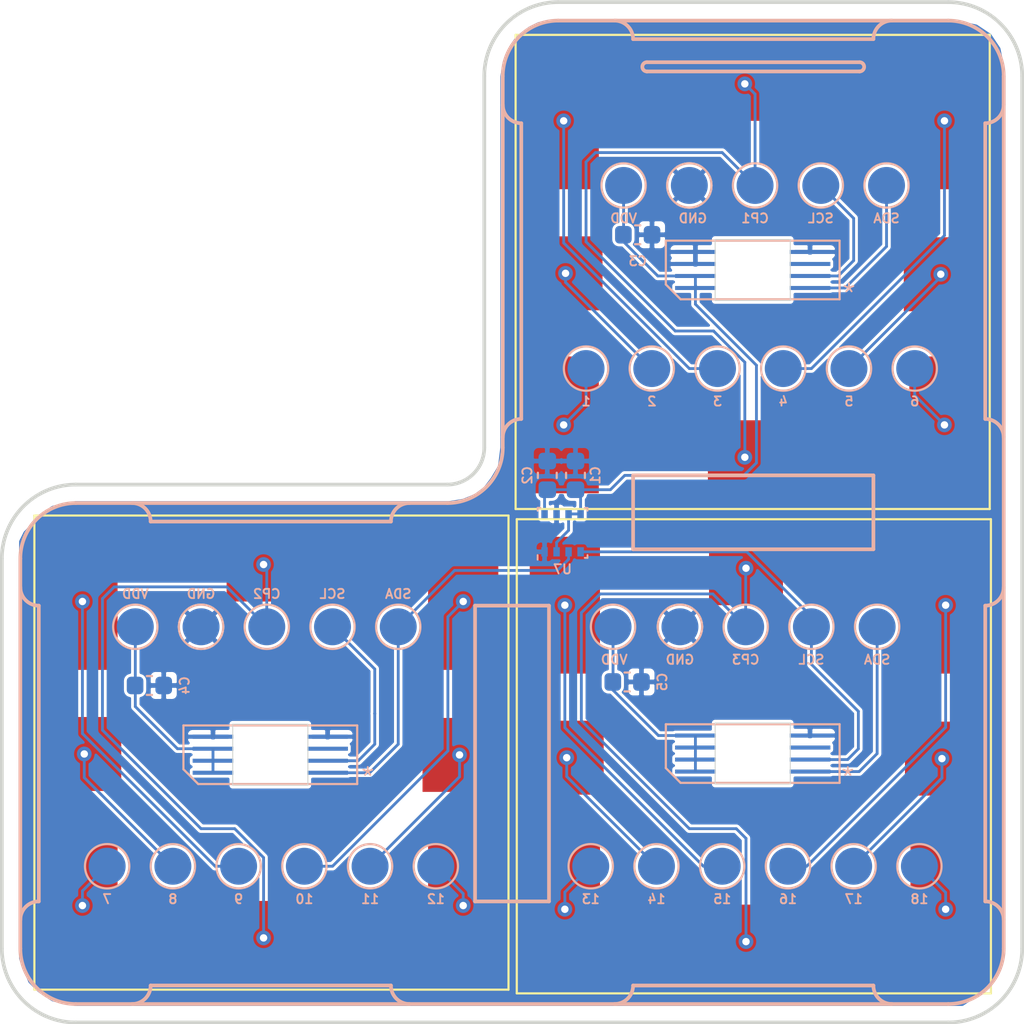
<source format=kicad_pcb>
(kicad_pcb (version 20171130) (host pcbnew "(5.1.10)-1")

  (general
    (thickness 0.8)
    (drawings 109)
    (tracks 160)
    (zones 0)
    (modules 45)
    (nets 35)
  )

  (page A4)
  (title_block
    (title "Perovskite Contact Board")
    (date 2023-07-20)
    (rev V3)
    (company "Aerospace eXperimental Payloads | UNL Aerospace Club")
    (comment 1 "Copyright (c) 2023")
    (comment 2 "Designer: JMMS")
    (comment 3 "Reviewer: WSA")
    (comment 4 "Approved: WSA")
  )

  (layers
    (0 F.Cu signal)
    (31 B.Cu signal)
    (32 B.Adhes user hide)
    (33 F.Adhes user)
    (34 B.Paste user)
    (35 F.Paste user)
    (36 B.SilkS user)
    (37 F.SilkS user)
    (38 B.Mask user)
    (39 F.Mask user)
    (40 Dwgs.User user hide)
    (41 Cmts.User user)
    (42 Eco1.User user hide)
    (43 Eco2.User user)
    (44 Edge.Cuts user)
    (45 Margin user hide)
    (46 B.CrtYd user)
    (47 F.CrtYd user)
    (48 B.Fab user hide)
    (49 F.Fab user hide)
  )

  (setup
    (last_trace_width 0.1524)
    (user_trace_width 0.1524)
    (user_trace_width 0.2286)
    (trace_clearance 0.1524)
    (zone_clearance 0.5)
    (zone_45_only no)
    (trace_min 0.1524)
    (via_size 0.8)
    (via_drill 0.4)
    (via_min_size 0.127)
    (via_min_drill 0.254)
    (user_via 0.508 0.254)
    (uvia_size 0.3)
    (uvia_drill 0.1)
    (uvias_allowed no)
    (uvia_min_size 0.2)
    (uvia_min_drill 0.1)
    (edge_width 0.1)
    (segment_width 0.2)
    (pcb_text_width 0.3)
    (pcb_text_size 1.5 1.5)
    (mod_edge_width 0.1)
    (mod_text_size 0.5 0.5)
    (mod_text_width 0.1)
    (pad_size 3.4 1.8)
    (pad_drill 0)
    (pad_to_mask_clearance 0)
    (aux_axis_origin 0 0)
    (visible_elements 7FFFFFFF)
    (pcbplotparams
      (layerselection 0x010fc_ffffffff)
      (usegerberextensions false)
      (usegerberattributes true)
      (usegerberadvancedattributes true)
      (creategerberjobfile true)
      (excludeedgelayer true)
      (linewidth 0.100000)
      (plotframeref false)
      (viasonmask false)
      (mode 1)
      (useauxorigin false)
      (hpglpennumber 1)
      (hpglpenspeed 20)
      (hpglpendiameter 15.000000)
      (psnegative false)
      (psa4output false)
      (plotreference true)
      (plotvalue true)
      (plotinvisibletext false)
      (padsonsilk false)
      (subtractmaskfromsilk false)
      (outputformat 1)
      (mirror false)
      (drillshape 0)
      (scaleselection 1)
      (outputdirectory "Gerbers"))
  )

  (net 0 "")
  (net 1 CELL_1)
  (net 2 CELL_2)
  (net 3 CELL_3)
  (net 4 CELL_4)
  (net 5 CELL_5)
  (net 6 CELL_6)
  (net 7 CP_1)
  (net 8 CELL_12)
  (net 9 CELL_11)
  (net 10 CELL_10)
  (net 11 CELL_9)
  (net 12 CELL_8)
  (net 13 CELL_7)
  (net 14 CP_2)
  (net 15 CELL_13)
  (net 16 CELL_14)
  (net 17 CELL_15)
  (net 18 CELL_16)
  (net 19 CELL_17)
  (net 20 CELL_18)
  (net 21 CP_3)
  (net 22 GND)
  (net 23 VDD)
  (net 24 "Net-(U4-Pad3)")
  (net 25 "Net-(U5-Pad3)")
  (net 26 "Net-(U6-Pad3)")
  (net 27 SCL3)
  (net 28 SDA1)
  (net 29 VDDA)
  (net 30 VDDF)
  (net 31 SCL2)
  (net 32 SDA2)
  (net 33 SDA3)
  (net 34 SCL1)

  (net_class Default "This is the default net class."
    (clearance 0.1524)
    (trace_width 0.1524)
    (via_dia 0.8)
    (via_drill 0.4)
    (uvia_dia 0.3)
    (uvia_drill 0.1)
    (add_net CELL_1)
    (add_net CELL_10)
    (add_net CELL_11)
    (add_net CELL_12)
    (add_net CELL_13)
    (add_net CELL_14)
    (add_net CELL_15)
    (add_net CELL_16)
    (add_net CELL_17)
    (add_net CELL_18)
    (add_net CELL_2)
    (add_net CELL_3)
    (add_net CELL_4)
    (add_net CELL_5)
    (add_net CELL_6)
    (add_net CELL_7)
    (add_net CELL_8)
    (add_net CELL_9)
    (add_net CP_1)
    (add_net CP_2)
    (add_net CP_3)
    (add_net GND)
    (add_net "Net-(U4-Pad3)")
    (add_net "Net-(U5-Pad3)")
    (add_net "Net-(U6-Pad3)")
    (add_net SCL1)
    (add_net SCL2)
    (add_net SCL3)
    (add_net SDA1)
    (add_net SDA2)
    (add_net SDA3)
    (add_net VDD)
    (add_net VDDA)
    (add_net VDDF)
  )

  (module Package_LGA:Bosch_LGA-8_2.5x2.5mm_P0.65mm_ClockwisePinNumbering (layer B.Cu) (tedit 5A0FA816) (tstamp 64F84042)
    (at 152.654 98.552)
    (descr LGA-8)
    (tags "lga land grid array")
    (path /64F7CCC1)
    (attr smd)
    (fp_text reference U7 (at 0 1.9685) (layer B.SilkS)
      (effects (font (size 0.5 0.5) (thickness 0.1)) (justify mirror))
    )
    (fp_text value BME280 (at 0.015 -2.535) (layer B.Fab)
      (effects (font (size 1 1) (thickness 0.15)) (justify mirror))
    )
    (fp_line (start 1.41 -1.54) (end -1.41 -1.54) (layer B.CrtYd) (width 0.05))
    (fp_line (start 1.41 1.54) (end 1.41 -1.54) (layer B.CrtYd) (width 0.05))
    (fp_line (start -1.41 1.54) (end 1.41 1.54) (layer B.CrtYd) (width 0.05))
    (fp_line (start -1.41 -1.54) (end -1.41 1.54) (layer B.CrtYd) (width 0.05))
    (fp_line (start 1.25 -1.25) (end -1.25 -1.25) (layer B.Fab) (width 0.1))
    (fp_line (start 1.25 1.25) (end 1.25 -1.25) (layer B.Fab) (width 0.1))
    (fp_line (start -0.5 1.25) (end 1.25 1.25) (layer B.Fab) (width 0.1))
    (fp_line (start -1.25 -1.25) (end -1.25 0.5) (layer B.Fab) (width 0.1))
    (fp_line (start -1.35 1.2) (end -1.35 1.45) (layer B.SilkS) (width 0.1))
    (fp_line (start 1.35 1.35) (end 1.35 1.2) (layer B.SilkS) (width 0.1))
    (fp_line (start 1.2 1.35) (end 1.35 1.35) (layer B.SilkS) (width 0.1))
    (fp_line (start 1.35 -1.35) (end 1.2 -1.35) (layer B.SilkS) (width 0.1))
    (fp_line (start 1.35 -1.35) (end 1.35 -1.2) (layer B.SilkS) (width 0.1))
    (fp_line (start -1.35 -1.35) (end -1.35 -1.2) (layer B.SilkS) (width 0.1))
    (fp_line (start -1.25 0.5) (end -0.5 1.25) (layer B.Fab) (width 0.1))
    (fp_line (start -1.35 -1.36) (end -1.2 -1.36) (layer B.SilkS) (width 0.1))
    (fp_text user %R (at 0 0 180) (layer B.Fab)
      (effects (font (size 0.5 0.5) (thickness 0.075)) (justify mirror))
    )
    (pad 5 smd rect (at 0.975 -1.025 270) (size 0.5 0.35) (layers B.Cu B.Paste B.Mask)
      (net 23 VDD))
    (pad 6 smd rect (at 0.325 -1.025 270) (size 0.5 0.35) (layers B.Cu B.Paste B.Mask)
      (net 23 VDD))
    (pad 7 smd rect (at -0.325 -1.025 270) (size 0.5 0.35) (layers B.Cu B.Paste B.Mask)
      (net 22 GND))
    (pad 8 smd rect (at -0.975 -1.025 270) (size 0.5 0.35) (layers B.Cu B.Paste B.Mask)
      (net 23 VDD))
    (pad 1 smd rect (at -0.975 1.025 270) (size 0.5 0.35) (layers B.Cu B.Paste B.Mask)
      (net 22 GND))
    (pad 2 smd rect (at -0.325 1.025 270) (size 0.5 0.35) (layers B.Cu B.Paste B.Mask)
      (net 23 VDD))
    (pad 3 smd rect (at 0.325 1.025 270) (size 0.5 0.35) (layers B.Cu B.Paste B.Mask)
      (net 32 SDA2))
    (pad 4 smd rect (at 0.975 1.025 270) (size 0.5 0.35) (layers B.Cu B.Paste B.Mask)
      (net 27 SCL3))
    (model ${KISYS3DMOD}/Package_LGA.3dshapes/Bosch_LGA-8_2.5x2.5mm_P0.65mm_ClockwisePinNumbering.wrl
      (offset (xyz 0.01500000025472259 -0.03500000059435272 0))
      (scale (xyz 1 1 1))
      (rotate (xyz 0 0 0))
    )
  )

  (module Capacitor_SMD:C_0603_1608Metric (layer B.Cu) (tedit 5F68FEEE) (tstamp 64F817EA)
    (at 156.1465 106.6165)
    (descr "Capacitor SMD 0603 (1608 Metric), square (rectangular) end terminal, IPC_7351 nominal, (Body size source: IPC-SM-782 page 76, https://www.pcb-3d.com/wordpress/wp-content/uploads/ipc-sm-782a_amendment_1_and_2.pdf), generated with kicad-footprint-generator")
    (tags capacitor)
    (path /64F82799)
    (attr smd)
    (fp_text reference C5 (at 1.905 0 90) (layer B.SilkS)
      (effects (font (size 0.5 0.5) (thickness 0.1)) (justify mirror))
    )
    (fp_text value 0.1u (at 0 -1.43) (layer B.Fab)
      (effects (font (size 1 1) (thickness 0.15)) (justify mirror))
    )
    (fp_line (start 1.48 -0.73) (end -1.48 -0.73) (layer B.CrtYd) (width 0.05))
    (fp_line (start 1.48 0.73) (end 1.48 -0.73) (layer B.CrtYd) (width 0.05))
    (fp_line (start -1.48 0.73) (end 1.48 0.73) (layer B.CrtYd) (width 0.05))
    (fp_line (start -1.48 -0.73) (end -1.48 0.73) (layer B.CrtYd) (width 0.05))
    (fp_line (start -0.14058 -0.51) (end 0.14058 -0.51) (layer B.SilkS) (width 0.12))
    (fp_line (start -0.14058 0.51) (end 0.14058 0.51) (layer B.SilkS) (width 0.12))
    (fp_line (start 0.8 -0.4) (end -0.8 -0.4) (layer B.Fab) (width 0.1))
    (fp_line (start 0.8 0.4) (end 0.8 -0.4) (layer B.Fab) (width 0.1))
    (fp_line (start -0.8 0.4) (end 0.8 0.4) (layer B.Fab) (width 0.1))
    (fp_line (start -0.8 -0.4) (end -0.8 0.4) (layer B.Fab) (width 0.1))
    (fp_text user %R (at 0 0) (layer B.Fab)
      (effects (font (size 0.4 0.4) (thickness 0.06)) (justify mirror))
    )
    (pad 2 smd roundrect (at 0.775 0) (size 0.9 0.95) (layers B.Cu B.Paste B.Mask) (roundrect_rratio 0.25)
      (net 22 GND))
    (pad 1 smd roundrect (at -0.775 0) (size 0.9 0.95) (layers B.Cu B.Paste B.Mask) (roundrect_rratio 0.25)
      (net 30 VDDF))
    (model ${KISYS3DMOD}/Capacitor_SMD.3dshapes/C_0603_1608Metric.wrl
      (at (xyz 0 0 0))
      (scale (xyz 1 1 1))
      (rotate (xyz 0 0 0))
    )
  )

  (module Capacitor_SMD:C_0603_1608Metric (layer B.Cu) (tedit 5F68FEEE) (tstamp 64F817D9)
    (at 130.302 106.807)
    (descr "Capacitor SMD 0603 (1608 Metric), square (rectangular) end terminal, IPC_7351 nominal, (Body size source: IPC-SM-782 page 76, https://www.pcb-3d.com/wordpress/wp-content/uploads/ipc-sm-782a_amendment_1_and_2.pdf), generated with kicad-footprint-generator")
    (tags capacitor)
    (path /64F809F6)
    (attr smd)
    (fp_text reference C4 (at 1.905 0 90) (layer B.SilkS)
      (effects (font (size 0.5 0.5) (thickness 0.1)) (justify mirror))
    )
    (fp_text value 0.1u (at 0 -1.43) (layer B.Fab)
      (effects (font (size 1 1) (thickness 0.15)) (justify mirror))
    )
    (fp_line (start 1.48 -0.73) (end -1.48 -0.73) (layer B.CrtYd) (width 0.05))
    (fp_line (start 1.48 0.73) (end 1.48 -0.73) (layer B.CrtYd) (width 0.05))
    (fp_line (start -1.48 0.73) (end 1.48 0.73) (layer B.CrtYd) (width 0.05))
    (fp_line (start -1.48 -0.73) (end -1.48 0.73) (layer B.CrtYd) (width 0.05))
    (fp_line (start -0.14058 -0.51) (end 0.14058 -0.51) (layer B.SilkS) (width 0.12))
    (fp_line (start -0.14058 0.51) (end 0.14058 0.51) (layer B.SilkS) (width 0.12))
    (fp_line (start 0.8 -0.4) (end -0.8 -0.4) (layer B.Fab) (width 0.1))
    (fp_line (start 0.8 0.4) (end 0.8 -0.4) (layer B.Fab) (width 0.1))
    (fp_line (start -0.8 0.4) (end 0.8 0.4) (layer B.Fab) (width 0.1))
    (fp_line (start -0.8 -0.4) (end -0.8 0.4) (layer B.Fab) (width 0.1))
    (fp_text user %R (at 0 0) (layer B.Fab)
      (effects (font (size 0.4 0.4) (thickness 0.06)) (justify mirror))
    )
    (pad 2 smd roundrect (at 0.775 0) (size 0.9 0.95) (layers B.Cu B.Paste B.Mask) (roundrect_rratio 0.25)
      (net 22 GND))
    (pad 1 smd roundrect (at -0.775 0) (size 0.9 0.95) (layers B.Cu B.Paste B.Mask) (roundrect_rratio 0.25)
      (net 29 VDDA))
    (model ${KISYS3DMOD}/Capacitor_SMD.3dshapes/C_0603_1608Metric.wrl
      (at (xyz 0 0 0))
      (scale (xyz 1 1 1))
      (rotate (xyz 0 0 0))
    )
  )

  (module Capacitor_SMD:C_0603_1608Metric (layer B.Cu) (tedit 5F68FEEE) (tstamp 64F817C8)
    (at 156.718 82.423)
    (descr "Capacitor SMD 0603 (1608 Metric), square (rectangular) end terminal, IPC_7351 nominal, (Body size source: IPC-SM-782 page 76, https://www.pcb-3d.com/wordpress/wp-content/uploads/ipc-sm-782a_amendment_1_and_2.pdf), generated with kicad-footprint-generator")
    (tags capacitor)
    (path /64F7D54D)
    (attr smd)
    (fp_text reference C3 (at 0 1.43) (layer B.SilkS)
      (effects (font (size 0.5 0.5) (thickness 0.1)) (justify mirror))
    )
    (fp_text value 0.1u (at 0 -1.43) (layer B.Fab)
      (effects (font (size 1 1) (thickness 0.15)) (justify mirror))
    )
    (fp_line (start 1.48 -0.73) (end -1.48 -0.73) (layer B.CrtYd) (width 0.05))
    (fp_line (start 1.48 0.73) (end 1.48 -0.73) (layer B.CrtYd) (width 0.05))
    (fp_line (start -1.48 0.73) (end 1.48 0.73) (layer B.CrtYd) (width 0.05))
    (fp_line (start -1.48 -0.73) (end -1.48 0.73) (layer B.CrtYd) (width 0.05))
    (fp_line (start -0.14058 -0.51) (end 0.14058 -0.51) (layer B.SilkS) (width 0.12))
    (fp_line (start -0.14058 0.51) (end 0.14058 0.51) (layer B.SilkS) (width 0.12))
    (fp_line (start 0.8 -0.4) (end -0.8 -0.4) (layer B.Fab) (width 0.1))
    (fp_line (start 0.8 0.4) (end 0.8 -0.4) (layer B.Fab) (width 0.1))
    (fp_line (start -0.8 0.4) (end 0.8 0.4) (layer B.Fab) (width 0.1))
    (fp_line (start -0.8 -0.4) (end -0.8 0.4) (layer B.Fab) (width 0.1))
    (fp_text user %R (at 0 0) (layer B.Fab)
      (effects (font (size 0.4 0.4) (thickness 0.06)) (justify mirror))
    )
    (pad 2 smd roundrect (at 0.775 0) (size 0.9 0.95) (layers B.Cu B.Paste B.Mask) (roundrect_rratio 0.25)
      (net 22 GND))
    (pad 1 smd roundrect (at -0.775 0) (size 0.9 0.95) (layers B.Cu B.Paste B.Mask) (roundrect_rratio 0.25)
      (net 23 VDD))
    (model ${KISYS3DMOD}/Capacitor_SMD.3dshapes/C_0603_1608Metric.wrl
      (at (xyz 0 0 0))
      (scale (xyz 1 1 1))
      (rotate (xyz 0 0 0))
    )
  )

  (module Capacitor_SMD:C_0603_1608Metric (layer B.Cu) (tedit 5F68FEEE) (tstamp 64F817B7)
    (at 151.8285 95.4405 90)
    (descr "Capacitor SMD 0603 (1608 Metric), square (rectangular) end terminal, IPC_7351 nominal, (Body size source: IPC-SM-782 page 76, https://www.pcb-3d.com/wordpress/wp-content/uploads/ipc-sm-782a_amendment_1_and_2.pdf), generated with kicad-footprint-generator")
    (tags capacitor)
    (path /64F85588)
    (attr smd)
    (fp_text reference C2 (at 0 -1.0795 90) (layer B.SilkS)
      (effects (font (size 0.5 0.5) (thickness 0.1)) (justify mirror))
    )
    (fp_text value 0.1u (at 0 -1.43 90) (layer B.Fab)
      (effects (font (size 1 1) (thickness 0.15)) (justify mirror))
    )
    (fp_line (start 1.48 -0.73) (end -1.48 -0.73) (layer B.CrtYd) (width 0.05))
    (fp_line (start 1.48 0.73) (end 1.48 -0.73) (layer B.CrtYd) (width 0.05))
    (fp_line (start -1.48 0.73) (end 1.48 0.73) (layer B.CrtYd) (width 0.05))
    (fp_line (start -1.48 -0.73) (end -1.48 0.73) (layer B.CrtYd) (width 0.05))
    (fp_line (start -0.14058 -0.51) (end 0.14058 -0.51) (layer B.SilkS) (width 0.12))
    (fp_line (start -0.14058 0.51) (end 0.14058 0.51) (layer B.SilkS) (width 0.12))
    (fp_line (start 0.8 -0.4) (end -0.8 -0.4) (layer B.Fab) (width 0.1))
    (fp_line (start 0.8 0.4) (end 0.8 -0.4) (layer B.Fab) (width 0.1))
    (fp_line (start -0.8 0.4) (end 0.8 0.4) (layer B.Fab) (width 0.1))
    (fp_line (start -0.8 -0.4) (end -0.8 0.4) (layer B.Fab) (width 0.1))
    (fp_text user %R (at 0 0 90) (layer B.Fab)
      (effects (font (size 0.4 0.4) (thickness 0.06)) (justify mirror))
    )
    (pad 2 smd roundrect (at 0.775 0 90) (size 0.9 0.95) (layers B.Cu B.Paste B.Mask) (roundrect_rratio 0.25)
      (net 22 GND))
    (pad 1 smd roundrect (at -0.775 0 90) (size 0.9 0.95) (layers B.Cu B.Paste B.Mask) (roundrect_rratio 0.25)
      (net 23 VDD))
    (model ${KISYS3DMOD}/Capacitor_SMD.3dshapes/C_0603_1608Metric.wrl
      (at (xyz 0 0 0))
      (scale (xyz 1 1 1))
      (rotate (xyz 0 0 0))
    )
  )

  (module Capacitor_SMD:C_0603_1608Metric (layer B.Cu) (tedit 5F68FEEE) (tstamp 64F817A6)
    (at 153.3525 95.4405 90)
    (descr "Capacitor SMD 0603 (1608 Metric), square (rectangular) end terminal, IPC_7351 nominal, (Body size source: IPC-SM-782 page 76, https://www.pcb-3d.com/wordpress/wp-content/uploads/ipc-sm-782a_amendment_1_and_2.pdf), generated with kicad-footprint-generator")
    (tags capacitor)
    (path /64F92513)
    (attr smd)
    (fp_text reference C1 (at 0 1.0795 90) (layer B.SilkS)
      (effects (font (size 0.5 0.5) (thickness 0.1)) (justify mirror))
    )
    (fp_text value 0.1u (at 0 -1.43 90) (layer B.Fab)
      (effects (font (size 1 1) (thickness 0.15)) (justify mirror))
    )
    (fp_line (start 1.48 -0.73) (end -1.48 -0.73) (layer B.CrtYd) (width 0.05))
    (fp_line (start 1.48 0.73) (end 1.48 -0.73) (layer B.CrtYd) (width 0.05))
    (fp_line (start -1.48 0.73) (end 1.48 0.73) (layer B.CrtYd) (width 0.05))
    (fp_line (start -1.48 -0.73) (end -1.48 0.73) (layer B.CrtYd) (width 0.05))
    (fp_line (start -0.14058 -0.51) (end 0.14058 -0.51) (layer B.SilkS) (width 0.12))
    (fp_line (start -0.14058 0.51) (end 0.14058 0.51) (layer B.SilkS) (width 0.12))
    (fp_line (start 0.8 -0.4) (end -0.8 -0.4) (layer B.Fab) (width 0.1))
    (fp_line (start 0.8 0.4) (end 0.8 -0.4) (layer B.Fab) (width 0.1))
    (fp_line (start -0.8 0.4) (end 0.8 0.4) (layer B.Fab) (width 0.1))
    (fp_line (start -0.8 -0.4) (end -0.8 0.4) (layer B.Fab) (width 0.1))
    (fp_text user %R (at 0 0 90) (layer B.Fab)
      (effects (font (size 0.4 0.4) (thickness 0.06)) (justify mirror))
    )
    (pad 2 smd roundrect (at 0.775 0 90) (size 0.9 0.95) (layers B.Cu B.Paste B.Mask) (roundrect_rratio 0.25)
      (net 22 GND))
    (pad 1 smd roundrect (at -0.775 0 90) (size 0.9 0.95) (layers B.Cu B.Paste B.Mask) (roundrect_rratio 0.25)
      (net 23 VDD))
    (model ${KISYS3DMOD}/Capacitor_SMD.3dshapes/C_0603_1608Metric.wrl
      (at (xyz 0 0 0))
      (scale (xyz 1 1 1))
      (rotate (xyz 0 0 0))
    )
  )

  (module Perovskite:Perovskite (layer F.Cu) (tedit 6368C0DA) (tstamp 64F830F9)
    (at 150.1775 123.463 90)
    (path /63690578)
    (fp_text reference U3 (at 0 0.5 90) (layer F.SilkS) hide
      (effects (font (size 0.5 0.5) (thickness 0.1)))
    )
    (fp_text value Perovskite_CP_6_Cell (at 0 -0.5 90) (layer F.Fab)
      (effects (font (size 1 1) (thickness 0.15)))
    )
    (fp_line (start 0 25.65) (end 25.65 0) (layer Eco1.User) (width 0.12))
    (fp_line (start 0 0) (end 25.65 25.65) (layer Eco1.User) (width 0.12))
    (fp_line (start 0 0) (end 0 25.65) (layer F.SilkS) (width 0.12))
    (fp_line (start 25.65 0) (end 25.65 25.65) (layer F.SilkS) (width 0.12))
    (fp_line (start 0 25.65) (end 25.65 25.65) (layer F.SilkS) (width 0.12))
    (fp_line (start 0 0) (end 25.65 0) (layer F.SilkS) (width 0.12))
    (pad 7 smd rect (at 23 12.4 90) (size 4 4) (layers F.Cu F.Paste F.Mask)
      (net 21 CP_3))
    (pad 7 smd rect (at 2.8 12.4 90) (size 4 4) (layers F.Cu F.Paste F.Mask)
      (net 21 CP_3))
    (pad 5 smd rect (at 12.7 23 90) (size 4 4) (layers F.Cu F.Paste F.Mask)
      (net 19 CELL_17))
    (pad 2 smd rect (at 12.75 2.7 90) (size 4 4) (layers F.Cu F.Paste F.Mask)
      (net 16 CELL_14))
    (pad 6 smd rect (at 4.55 23.2 90) (size 7.4 3.8) (layers F.Cu F.Paste F.Mask)
      (net 20 CELL_18))
    (pad 4 smd rect (at 21 23.2 90) (size 7.4 3.8) (layers F.Cu F.Paste F.Mask)
      (net 18 CELL_16))
    (pad 3 smd rect (at 21 2.6 90) (size 7.4 3.8) (layers F.Cu F.Paste F.Mask)
      (net 17 CELL_15))
    (pad 1 smd rect (at 4.55 2.6 90) (size 7.4 3.8) (layers F.Cu F.Paste F.Mask)
      (net 15 CELL_13))
    (model "${KIPRJMOD}/KiCAD Parts/Perovskite/Perovskite v2.step"
      (offset (xyz 12.5 -12.5 0))
      (scale (xyz 1 1 1))
      (rotate (xyz -90 0 0))
    )
  )

  (module TestPoint:TestPoint_Pad_D2.0mm (layer B.Cu) (tedit 5A0F774F) (tstamp 64B95F9D)
    (at 143.764 103.632)
    (descr "SMD pad as test Point, diameter 2.0mm")
    (tags "test point SMD pad")
    (path /64BA5C01)
    (attr virtual)
    (fp_text reference JP103.8 (at 0 1.998) (layer Dwgs.User) hide
      (effects (font (size 1 1) (thickness 0.15)) (justify mirror))
    )
    (fp_text value Conn_01x01 (at 0 -2.05) (layer B.Fab)
      (effects (font (size 1 1) (thickness 0.15)) (justify mirror))
    )
    (fp_circle (center 0 0) (end 1.5 0) (layer B.CrtYd) (width 0.05))
    (fp_circle (center 0 0) (end 0 -1.2) (layer B.SilkS) (width 0.12))
    (fp_text user %R (at 0 2) (layer B.Fab)
      (effects (font (size 1 1) (thickness 0.15)) (justify mirror))
    )
    (pad 1 smd circle (at 0 0) (size 2 2) (layers B.Cu B.Mask)
      (net 32 SDA2))
  )

  (module TestPoint:TestPoint_Pad_D2.0mm (layer B.Cu) (tedit 5A0F774F) (tstamp 64B95F95)
    (at 166.116 103.632)
    (descr "SMD pad as test Point, diameter 2.0mm")
    (tags "test point SMD pad")
    (path /64BA5848)
    (attr virtual)
    (fp_text reference JP103.11 (at 0 1.998) (layer Dwgs.User) hide
      (effects (font (size 1 1) (thickness 0.15)) (justify mirror))
    )
    (fp_text value Conn_01x01 (at 0 -2.05) (layer B.Fab)
      (effects (font (size 1 1) (thickness 0.15)) (justify mirror))
    )
    (fp_circle (center 0 0) (end 1.5 0) (layer B.CrtYd) (width 0.05))
    (fp_circle (center 0 0) (end 0 -1.2) (layer B.SilkS) (width 0.12))
    (fp_text user %R (at 0 2) (layer B.Fab)
      (effects (font (size 1 1) (thickness 0.15)) (justify mirror))
    )
    (pad 1 smd circle (at 0 0) (size 2 2) (layers B.Cu B.Mask)
      (net 27 SCL3))
  )

  (module TestPoint:TestPoint_Pad_D2.0mm (layer B.Cu) (tedit 5A0F774F) (tstamp 64B95F8D)
    (at 140.208 103.632)
    (descr "SMD pad as test Point, diameter 2.0mm")
    (tags "test point SMD pad")
    (path /64BA556D)
    (attr virtual)
    (fp_text reference JP103.7 (at 0 1.998) (layer Dwgs.User) hide
      (effects (font (size 1 1) (thickness 0.15)) (justify mirror))
    )
    (fp_text value Conn_01x01 (at 0 -2.05) (layer B.Fab)
      (effects (font (size 1 1) (thickness 0.15)) (justify mirror))
    )
    (fp_circle (center 0 0) (end 1.5 0) (layer B.CrtYd) (width 0.05))
    (fp_circle (center 0 0) (end 0 -1.2) (layer B.SilkS) (width 0.12))
    (fp_text user %R (at 0 2) (layer B.Fab)
      (effects (font (size 1 1) (thickness 0.15)) (justify mirror))
    )
    (pad 1 smd circle (at 0 0) (size 2 2) (layers B.Cu B.Mask)
      (net 31 SCL2))
  )

  (module TestPoint:TestPoint_Pad_D2.0mm (layer B.Cu) (tedit 5A0F774F) (tstamp 64B95F85)
    (at 155.3845 103.632)
    (descr "SMD pad as test Point, diameter 2.0mm")
    (tags "test point SMD pad")
    (path /64B988DA)
    (attr virtual)
    (fp_text reference JP103.10 (at 0 1.998) (layer Dwgs.User) hide
      (effects (font (size 1 1) (thickness 0.15)) (justify mirror))
    )
    (fp_text value Conn_01x01 (at 0 -2.05) (layer B.Fab)
      (effects (font (size 1 1) (thickness 0.15)) (justify mirror))
    )
    (fp_circle (center 0 0) (end 1.5 0) (layer B.CrtYd) (width 0.05))
    (fp_circle (center 0 0) (end 0 -1.2) (layer B.SilkS) (width 0.12))
    (fp_text user %R (at 0 2) (layer B.Fab)
      (effects (font (size 1 1) (thickness 0.15)) (justify mirror))
    )
    (pad 1 smd circle (at 0 0) (size 2 2) (layers B.Cu B.Mask)
      (net 30 VDDF))
  )

  (module TestPoint:TestPoint_Pad_D2.0mm (layer B.Cu) (tedit 5A0F774F) (tstamp 64B95F7D)
    (at 129.54 103.632)
    (descr "SMD pad as test Point, diameter 2.0mm")
    (tags "test point SMD pad")
    (path /64B9861B)
    (attr virtual)
    (fp_text reference JP103.6 (at 0 1.998) (layer Dwgs.User) hide
      (effects (font (size 1 1) (thickness 0.15)) (justify mirror))
    )
    (fp_text value Conn_01x01 (at 0 -2.05) (layer B.Fab)
      (effects (font (size 1 1) (thickness 0.15)) (justify mirror))
    )
    (fp_circle (center 0 0) (end 1.5 0) (layer B.CrtYd) (width 0.05))
    (fp_circle (center 0 0) (end 0 -1.2) (layer B.SilkS) (width 0.12))
    (fp_text user %R (at 0 2) (layer B.Fab)
      (effects (font (size 1 1) (thickness 0.15)) (justify mirror))
    )
    (pad 1 smd circle (at 0 0) (size 2 2) (layers B.Cu B.Mask)
      (net 29 VDDA))
  )

  (module TestPoint:TestPoint_Pad_D2.0mm (layer B.Cu) (tedit 5A0F774F) (tstamp 64B95F67)
    (at 169.672 103.632)
    (descr "SMD pad as test Point, diameter 2.0mm")
    (tags "test point SMD pad")
    (path /64BA5ED3)
    (attr virtual)
    (fp_text reference JP103.12 (at -0.127 2.794) (layer Dwgs.User) hide
      (effects (font (size 1 1) (thickness 0.15)) (justify mirror))
    )
    (fp_text value Conn_01x01 (at 0 -2.05) (layer B.Fab)
      (effects (font (size 1 1) (thickness 0.15)) (justify mirror))
    )
    (fp_circle (center 0 0) (end 1.5 0) (layer B.CrtYd) (width 0.05))
    (fp_circle (center 0 0) (end 0 -1.2) (layer B.SilkS) (width 0.12))
    (fp_text user %R (at 0 2) (layer B.Fab)
      (effects (font (size 1 1) (thickness 0.15)) (justify mirror))
    )
    (pad 1 smd circle (at 0 0) (size 2 2) (layers B.Cu B.Mask)
      (net 33 SDA3))
  )

  (module TestPoint:TestPoint_Pad_D2.0mm (layer B.Cu) (tedit 5A0F774F) (tstamp 64B95F5F)
    (at 133.096 103.632)
    (descr "SMD pad as test Point, diameter 2.0mm")
    (tags "test point SMD pad")
    (path /64B97803)
    (attr virtual)
    (fp_text reference JP103.5 (at 0 1.998) (layer Dwgs.User) hide
      (effects (font (size 1 1) (thickness 0.15)) (justify mirror))
    )
    (fp_text value Conn_01x01 (at 0 -2.05) (layer B.Fab)
      (effects (font (size 1 1) (thickness 0.15)) (justify mirror))
    )
    (fp_circle (center 0 0) (end 1.5 0) (layer B.CrtYd) (width 0.05))
    (fp_circle (center 0 0) (end 0 -1.2) (layer B.SilkS) (width 0.12))
    (fp_text user %R (at 0 2) (layer B.Fab)
      (effects (font (size 1 1) (thickness 0.15)) (justify mirror))
    )
    (pad 1 smd circle (at 0 0) (size 2 2) (layers B.Cu B.Mask)
      (net 22 GND))
  )

  (module TestPoint:TestPoint_Pad_D2.0mm (layer B.Cu) (tedit 5A0F774F) (tstamp 64B95F57)
    (at 159.004 103.632)
    (descr "SMD pad as test Point, diameter 2.0mm")
    (tags "test point SMD pad")
    (path /64B97AC2)
    (attr virtual)
    (fp_text reference JP103.9 (at 0 1.998) (layer Dwgs.User) hide
      (effects (font (size 1 1) (thickness 0.15)) (justify mirror))
    )
    (fp_text value Conn_01x01 (at 0 -2.05) (layer B.Fab)
      (effects (font (size 1 1) (thickness 0.15)) (justify mirror))
    )
    (fp_circle (center 0 0) (end 1.5 0) (layer B.CrtYd) (width 0.05))
    (fp_circle (center 0 0) (end 0 -1.2) (layer B.SilkS) (width 0.12))
    (fp_text user %R (at 0 2) (layer B.Fab)
      (effects (font (size 1 1) (thickness 0.15)) (justify mirror))
    )
    (pad 1 smd circle (at 0 0) (size 2 2) (layers B.Cu B.Mask)
      (net 22 GND))
  )

  (module Perovskite:Perovskite (layer F.Cu) (tedit 6368C0DA) (tstamp 64B48492)
    (at 124.079 123.263 90)
    (path /6368D231)
    (fp_text reference U2 (at 0 0.5 90) (layer F.SilkS) hide
      (effects (font (size 0.5 0.5) (thickness 0.1)))
    )
    (fp_text value Perovskite_CP_6_Cell (at 0 -0.5 90) (layer F.Fab)
      (effects (font (size 1 1) (thickness 0.15)))
    )
    (fp_line (start 0 25.65) (end 25.65 0) (layer Eco1.User) (width 0.12))
    (fp_line (start 0 0) (end 25.65 25.65) (layer Eco1.User) (width 0.12))
    (fp_line (start 0 0) (end 0 25.65) (layer F.SilkS) (width 0.12))
    (fp_line (start 25.65 0) (end 25.65 25.65) (layer F.SilkS) (width 0.12))
    (fp_line (start 0 25.65) (end 25.65 25.65) (layer F.SilkS) (width 0.12))
    (fp_line (start 0 0) (end 25.65 0) (layer F.SilkS) (width 0.12))
    (pad 7 smd rect (at 23 12.4 90) (size 4 4) (layers F.Cu F.Paste F.Mask)
      (net 14 CP_2))
    (pad 7 smd rect (at 2.8 12.4 90) (size 4 4) (layers F.Cu F.Paste F.Mask)
      (net 14 CP_2))
    (pad 5 smd rect (at 12.7 23 90) (size 4 4) (layers F.Cu F.Paste F.Mask)
      (net 9 CELL_11))
    (pad 2 smd rect (at 12.75 2.7 90) (size 4 4) (layers F.Cu F.Paste F.Mask)
      (net 12 CELL_8))
    (pad 6 smd rect (at 4.55 23.2 90) (size 7.4 3.8) (layers F.Cu F.Paste F.Mask)
      (net 8 CELL_12))
    (pad 4 smd rect (at 21 23.2 90) (size 7.4 3.8) (layers F.Cu F.Paste F.Mask)
      (net 10 CELL_10))
    (pad 3 smd rect (at 21 2.6 90) (size 7.4 3.8) (layers F.Cu F.Paste F.Mask)
      (net 11 CELL_9))
    (pad 1 smd rect (at 4.55 2.6 90) (size 7.4 3.8) (layers F.Cu F.Paste F.Mask)
      (net 13 CELL_7))
    (model "${KIPRJMOD}/KiCAD Parts/Perovskite/Perovskite v2.step"
      (offset (xyz 12.5 -12.5 0))
      (scale (xyz 1 1 1))
      (rotate (xyz -90 0 0))
    )
  )

  (module TestPoint:TestPoint_Pad_D2.0mm (layer B.Cu) (tedit 5A0F774F) (tstamp 64B96986)
    (at 170.18 79.756 90)
    (descr "SMD pad as test Point, diameter 2.0mm")
    (tags "test point SMD pad")
    (path /64B7D4E1)
    (attr virtual)
    (fp_text reference JP103.4 (at -1.905 0 180) (layer B.SilkS) hide
      (effects (font (size 0.5 0.5) (thickness 0.1)) (justify mirror))
    )
    (fp_text value Conn_01x01 (at 0 -2.05 90) (layer B.Fab)
      (effects (font (size 1 1) (thickness 0.15)) (justify mirror))
    )
    (fp_circle (center 0 0) (end 0 -1.2) (layer B.SilkS) (width 0.12))
    (fp_circle (center 0 0) (end 1.5 0) (layer B.CrtYd) (width 0.05))
    (fp_text user %R (at 0 2 90) (layer B.Fab)
      (effects (font (size 1 1) (thickness 0.15)) (justify mirror))
    )
    (pad 1 smd circle (at 0 0 90) (size 2 2) (layers B.Cu B.Mask)
      (net 28 SDA1))
  )

  (module TestPoint:TestPoint_Pad_D2.0mm (layer B.Cu) (tedit 5A0F774F) (tstamp 64B96971)
    (at 166.624 79.756 90)
    (descr "SMD pad as test Point, diameter 2.0mm")
    (tags "test point SMD pad")
    (path /64B5D108)
    (attr virtual)
    (fp_text reference JP103.3 (at -1.905 0 180) (layer B.SilkS) hide
      (effects (font (size 0.5 0.5) (thickness 0.1)) (justify mirror))
    )
    (fp_text value Conn_01x01 (at 0 -2.05 90) (layer B.Fab)
      (effects (font (size 1 1) (thickness 0.15)) (justify mirror))
    )
    (fp_circle (center 0 0) (end 0 -1.2) (layer B.SilkS) (width 0.12))
    (fp_circle (center 0 0) (end 1.5 0) (layer B.CrtYd) (width 0.05))
    (fp_text user %R (at 0 2 90) (layer B.Fab)
      (effects (font (size 1 1) (thickness 0.15)) (justify mirror))
    )
    (pad 1 smd circle (at 0 0 90) (size 2 2) (layers B.Cu B.Mask)
      (net 34 SCL1))
  )

  (module TestPoint:TestPoint_Pad_D2.0mm (layer B.Cu) (tedit 5A0F774F) (tstamp 64B4844A)
    (at 155.956 79.756 180)
    (descr "SMD pad as test Point, diameter 2.0mm")
    (tags "test point SMD pad")
    (path /64B5D102)
    (attr virtual)
    (fp_text reference JP103.2 (at 0 -1.905) (layer B.SilkS) hide
      (effects (font (size 0.5 0.5) (thickness 0.1)) (justify mirror))
    )
    (fp_text value Conn_01x01 (at 0 -2.05) (layer B.Fab)
      (effects (font (size 1 1) (thickness 0.15)) (justify mirror))
    )
    (fp_circle (center 0 0) (end 1.5 0) (layer B.CrtYd) (width 0.05))
    (fp_circle (center 0 0) (end 0 -1.2) (layer B.SilkS) (width 0.12))
    (fp_text user %R (at 0 2) (layer B.Fab)
      (effects (font (size 1 1) (thickness 0.15)) (justify mirror))
    )
    (pad 1 smd circle (at 0 0 180) (size 2 2) (layers B.Cu B.Mask)
      (net 23 VDD))
  )

  (module TestPoint:TestPoint_Pad_D2.0mm (layer B.Cu) (tedit 5A0F774F) (tstamp 64B48438)
    (at 159.512 79.756 90)
    (descr "SMD pad as test Point, diameter 2.0mm")
    (tags "test point SMD pad")
    (path /64B5D0FC)
    (attr virtual)
    (fp_text reference JP103.1 (at -1.905 0 180) (layer B.SilkS) hide
      (effects (font (size 0.5 0.5) (thickness 0.1)) (justify mirror))
    )
    (fp_text value Conn_01x01 (at 0 -2.05 90) (layer B.Fab) hide
      (effects (font (size 1 1) (thickness 0.15)) (justify mirror))
    )
    (fp_circle (center 0 0) (end 0 -1.2) (layer B.SilkS) (width 0.12))
    (fp_circle (center 0 0) (end 1.5 0) (layer B.CrtYd) (width 0.05))
    (fp_text user %R (at 0 2 90) (layer B.Fab)
      (effects (font (size 1 1) (thickness 0.15)) (justify mirror))
    )
    (pad 1 smd circle (at 0 0 90) (size 2 2) (layers B.Cu B.Mask)
      (net 22 GND))
  )

  (module TestPoint:TestPoint_Pad_D2.0mm (layer B.Cu) (tedit 5A0F774F) (tstamp 64B48426)
    (at 162.56 103.632 270)
    (descr "SMD pad as test Point, diameter 2.0mm")
    (tags "test point SMD pad")
    (path /64B5D0F6)
    (attr virtual)
    (fp_text reference JP102.7 (at -1.905 0.127 180) (layer B.SilkS) hide
      (effects (font (size 0.5 0.5) (thickness 0.1)) (justify mirror))
    )
    (fp_text value Conn_01x01 (at 0 -2.05 90) (layer B.Fab)
      (effects (font (size 1 1) (thickness 0.15)) (justify mirror))
    )
    (fp_circle (center 0 0) (end 0 -1.2) (layer B.SilkS) (width 0.12))
    (fp_circle (center 0 0) (end 1.5 0) (layer B.CrtYd) (width 0.05))
    (fp_text user %R (at 0 2 90) (layer B.Fab)
      (effects (font (size 1 1) (thickness 0.15)) (justify mirror))
    )
    (pad 1 smd circle (at 0 0 270) (size 2 2) (layers B.Cu B.Mask)
      (net 21 CP_3))
  )

  (module TestPoint:TestPoint_Pad_D2.0mm (layer B.Cu) (tedit 5A0F774F) (tstamp 64B48414)
    (at 171.958 116.586 90)
    (descr "SMD pad as test Point, diameter 2.0mm")
    (tags "test point SMD pad")
    (path /64B5B2AB)
    (attr virtual)
    (fp_text reference JP102.6 (at 1.905 0 180) (layer B.SilkS) hide
      (effects (font (size 0.5 0.5) (thickness 0.1)) (justify mirror))
    )
    (fp_text value Conn_01x01 (at 0 -2.05 90) (layer B.Fab)
      (effects (font (size 1 1) (thickness 0.15)) (justify mirror))
    )
    (fp_circle (center 0 0) (end 0 -1.2) (layer B.SilkS) (width 0.12))
    (fp_circle (center 0 0) (end 1.5 0) (layer B.CrtYd) (width 0.05))
    (fp_text user %R (at 0 2 90) (layer B.Fab)
      (effects (font (size 1 1) (thickness 0.15)) (justify mirror))
    )
    (pad 1 smd circle (at 0 0 90) (size 2 2) (layers B.Cu B.Mask)
      (net 20 CELL_18))
  )

  (module TestPoint:TestPoint_Pad_D2.0mm (layer B.Cu) (tedit 5A0F774F) (tstamp 64B48402)
    (at 168.402 116.586 270)
    (descr "SMD pad as test Point, diameter 2.0mm")
    (tags "test point SMD pad")
    (path /64B5B2A5)
    (attr virtual)
    (fp_text reference JP102.5 (at -1.905 0 180) (layer B.SilkS) hide
      (effects (font (size 0.5 0.5) (thickness 0.1)) (justify mirror))
    )
    (fp_text value Conn_01x01 (at 0 -2.05 90) (layer B.Fab)
      (effects (font (size 1 1) (thickness 0.15)) (justify mirror))
    )
    (fp_circle (center 0 0) (end 0 -1.2) (layer B.SilkS) (width 0.12))
    (fp_circle (center 0 0) (end 1.5 0) (layer B.CrtYd) (width 0.05))
    (fp_text user %R (at 0 2 90) (layer B.Fab)
      (effects (font (size 1 1) (thickness 0.15)) (justify mirror))
    )
    (pad 1 smd circle (at 0 0 270) (size 2 2) (layers B.Cu B.Mask)
      (net 19 CELL_17))
  )

  (module TestPoint:TestPoint_Pad_D2.0mm (layer B.Cu) (tedit 5A0F774F) (tstamp 64B483F0)
    (at 164.846 116.586 270)
    (descr "SMD pad as test Point, diameter 2.0mm")
    (tags "test point SMD pad")
    (path /64B5B29F)
    (attr virtual)
    (fp_text reference JP102.4 (at -1.905 0 180) (layer B.SilkS) hide
      (effects (font (size 0.5 0.5) (thickness 0.1)) (justify mirror))
    )
    (fp_text value Conn_01x01 (at 0 -2.05 90) (layer B.Fab)
      (effects (font (size 1 1) (thickness 0.15)) (justify mirror))
    )
    (fp_circle (center 0 0) (end 0 -1.2) (layer B.SilkS) (width 0.12))
    (fp_circle (center 0 0) (end 1.5 0) (layer B.CrtYd) (width 0.05))
    (fp_text user %R (at 0 2 90) (layer B.Fab)
      (effects (font (size 1 1) (thickness 0.15)) (justify mirror))
    )
    (pad 1 smd circle (at 0 0 270) (size 2 2) (layers B.Cu B.Mask)
      (net 18 CELL_16))
  )

  (module TestPoint:TestPoint_Pad_D2.0mm (layer B.Cu) (tedit 5A0F774F) (tstamp 64B483DE)
    (at 161.29 116.586 270)
    (descr "SMD pad as test Point, diameter 2.0mm")
    (tags "test point SMD pad")
    (path /64B5B299)
    (attr virtual)
    (fp_text reference JP102.3 (at 0 1.998 90) (layer F.CrtYd) hide
      (effects (font (size 1 1) (thickness 0.15)) (justify mirror))
    )
    (fp_text value Conn_01x01 (at 0 -2.05 90) (layer B.Fab)
      (effects (font (size 1 1) (thickness 0.15)) (justify mirror))
    )
    (fp_circle (center 0 0) (end 0 -1.2) (layer B.SilkS) (width 0.12))
    (fp_circle (center 0 0) (end 1.5 0) (layer B.CrtYd) (width 0.05))
    (fp_text user %R (at 0 2 90) (layer B.Fab)
      (effects (font (size 1 1) (thickness 0.15)) (justify mirror))
    )
    (pad 1 smd circle (at 0 0 270) (size 2 2) (layers B.Cu B.Mask)
      (net 17 CELL_15))
  )

  (module TestPoint:TestPoint_Pad_D2.0mm (layer B.Cu) (tedit 5A0F774F) (tstamp 64B483CC)
    (at 157.734 116.586 270)
    (descr "SMD pad as test Point, diameter 2.0mm")
    (tags "test point SMD pad")
    (path /64B59206)
    (attr virtual)
    (fp_text reference JP102.2 (at -1.524 0 180) (layer B.SilkS) hide
      (effects (font (size 0.5 0.5) (thickness 0.1)) (justify mirror))
    )
    (fp_text value Conn_01x01 (at 0 -2.05 90) (layer B.Fab)
      (effects (font (size 1 1) (thickness 0.15)) (justify mirror))
    )
    (fp_circle (center 0 0) (end 0 -1.2) (layer B.SilkS) (width 0.12))
    (fp_circle (center 0 0) (end 1.5 0) (layer B.CrtYd) (width 0.05))
    (fp_text user %R (at 0 2 90) (layer B.Fab)
      (effects (font (size 1 1) (thickness 0.15)) (justify mirror))
    )
    (pad 1 smd circle (at 0 0 270) (size 2 2) (layers B.Cu B.Mask)
      (net 16 CELL_14))
  )

  (module TestPoint:TestPoint_Pad_D2.0mm (layer B.Cu) (tedit 5A0F774F) (tstamp 64B483BA)
    (at 154.178 116.586 270)
    (descr "SMD pad as test Point, diameter 2.0mm")
    (tags "test point SMD pad")
    (path /64B59200)
    (attr virtual)
    (fp_text reference JP102.1 (at -1.524 0.254 180) (layer B.SilkS) hide
      (effects (font (size 0.5 0.5) (thickness 0.1)) (justify mirror))
    )
    (fp_text value Conn_01x01 (at 0 -2.05 90) (layer B.Fab)
      (effects (font (size 1 1) (thickness 0.15)) (justify mirror))
    )
    (fp_circle (center 0 0) (end 0 -1.2) (layer B.SilkS) (width 0.12))
    (fp_circle (center 0 0) (end 1.5 0) (layer B.CrtYd) (width 0.05))
    (fp_text user %R (at 0 2 90) (layer B.Fab)
      (effects (font (size 1 1) (thickness 0.15)) (justify mirror))
    )
    (pad 1 smd circle (at 0 0 270) (size 2 2) (layers B.Cu B.Mask)
      (net 15 CELL_13))
  )

  (module TestPoint:TestPoint_Pad_D2.0mm (layer B.Cu) (tedit 5A0F774F) (tstamp 64B483A8)
    (at 136.652 103.632 270)
    (descr "SMD pad as test Point, diameter 2.0mm")
    (tags "test point SMD pad")
    (path /64B591FA)
    (attr virtual)
    (fp_text reference JP101.7 (at -1.778 -0.0635 180) (layer B.SilkS) hide
      (effects (font (size 0.5 0.5) (thickness 0.1)) (justify mirror))
    )
    (fp_text value Conn_01x01 (at 0 -2.05 90) (layer B.Fab)
      (effects (font (size 1 1) (thickness 0.15)) (justify mirror))
    )
    (fp_circle (center 0 0) (end 0 -1.2) (layer B.SilkS) (width 0.12))
    (fp_circle (center 0 0) (end 1.5 0) (layer B.CrtYd) (width 0.05))
    (fp_text user %R (at 0 2 90) (layer B.Fab)
      (effects (font (size 1 1) (thickness 0.15)) (justify mirror))
    )
    (pad 1 smd circle (at 0 0 270) (size 2 2) (layers B.Cu B.Mask)
      (net 14 CP_2))
  )

  (module TestPoint:TestPoint_Pad_D2.0mm (layer B.Cu) (tedit 5A0F774F) (tstamp 64B48396)
    (at 128.016 116.586 90)
    (descr "SMD pad as test Point, diameter 2.0mm")
    (tags "test point SMD pad")
    (path /64B54D9E)
    (attr virtual)
    (fp_text reference JP101.1 (at 1.7145 0 180) (layer B.SilkS) hide
      (effects (font (size 0.5 0.5) (thickness 0.1)) (justify mirror))
    )
    (fp_text value Conn_01x01 (at 0 -2.05 90) (layer B.Fab)
      (effects (font (size 1 1) (thickness 0.15)) (justify mirror))
    )
    (fp_circle (center 0 0) (end 0 -1.2) (layer B.SilkS) (width 0.12))
    (fp_circle (center 0 0) (end 1.5 0) (layer B.CrtYd) (width 0.05))
    (fp_text user %R (at 0 2 90) (layer B.Fab)
      (effects (font (size 1 1) (thickness 0.15)) (justify mirror))
    )
    (pad 1 smd circle (at 0 0 90) (size 2 2) (layers B.Cu B.Mask)
      (net 13 CELL_7))
  )

  (module TestPoint:TestPoint_Pad_D2.0mm (layer B.Cu) (tedit 5A0F774F) (tstamp 64B4B3AE)
    (at 131.572 116.586 90)
    (descr "SMD pad as test Point, diameter 2.0mm")
    (tags "test point SMD pad")
    (path /64B5722D)
    (attr virtual)
    (fp_text reference JP101.2 (at 1.7145 0 180) (layer B.SilkS) hide
      (effects (font (size 0.5 0.5) (thickness 0.1)) (justify mirror))
    )
    (fp_text value Conn_01x01 (at 0 -2.05 90) (layer B.Fab)
      (effects (font (size 1 1) (thickness 0.15)) (justify mirror))
    )
    (fp_circle (center 0 0) (end 0 -1.2) (layer B.SilkS) (width 0.12))
    (fp_circle (center 0 0) (end 1.5 0) (layer B.CrtYd) (width 0.05))
    (fp_text user %R (at 0 2 90) (layer B.Fab)
      (effects (font (size 1 1) (thickness 0.15)) (justify mirror))
    )
    (pad 1 smd circle (at 0 0 90) (size 2 2) (layers B.Cu B.Mask)
      (net 12 CELL_8))
  )

  (module TestPoint:TestPoint_Pad_D2.0mm (layer B.Cu) (tedit 5A0F774F) (tstamp 64B48372)
    (at 135.128 116.586 90)
    (descr "SMD pad as test Point, diameter 2.0mm")
    (tags "test point SMD pad")
    (path /64B57233)
    (attr virtual)
    (fp_text reference JP101.3 (at 1.7145 0 180) (layer B.SilkS) hide
      (effects (font (size 0.5 0.5) (thickness 0.1)) (justify mirror))
    )
    (fp_text value Conn_01x01 (at 0 -2.05 90) (layer B.Fab)
      (effects (font (size 1 1) (thickness 0.15)) (justify mirror))
    )
    (fp_circle (center 0 0) (end 0 -1.2) (layer B.SilkS) (width 0.12))
    (fp_circle (center 0 0) (end 1.5 0) (layer B.CrtYd) (width 0.05))
    (fp_text user %R (at 0 2 90) (layer B.Fab)
      (effects (font (size 1 1) (thickness 0.15)) (justify mirror))
    )
    (pad 1 smd circle (at 0 0 90) (size 2 2) (layers B.Cu B.Mask)
      (net 11 CELL_9))
  )

  (module TestPoint:TestPoint_Pad_D2.0mm (layer B.Cu) (tedit 5A0F774F) (tstamp 64B48360)
    (at 138.684 116.586 90)
    (descr "SMD pad as test Point, diameter 2.0mm")
    (tags "test point SMD pad")
    (path /64B57239)
    (attr virtual)
    (fp_text reference JP101.4 (at 1.5875 -0.0635 180) (layer B.SilkS) hide
      (effects (font (size 0.5 0.5) (thickness 0.1)) (justify mirror))
    )
    (fp_text value Conn_01x01 (at 0 -2.05 90) (layer B.Fab)
      (effects (font (size 1 1) (thickness 0.15)) (justify mirror))
    )
    (fp_circle (center 0 0) (end 0 -1.2) (layer B.SilkS) (width 0.12))
    (fp_circle (center 0 0) (end 1.5 0) (layer B.CrtYd) (width 0.05))
    (fp_text user %R (at 0 2 90) (layer B.Fab)
      (effects (font (size 1 1) (thickness 0.15)) (justify mirror))
    )
    (pad 1 smd circle (at 0 0 90) (size 2 2) (layers B.Cu B.Mask)
      (net 10 CELL_10))
  )

  (module TestPoint:TestPoint_Pad_D2.0mm (layer B.Cu) (tedit 5A0F774F) (tstamp 64B4834E)
    (at 142.24 116.586 90)
    (descr "SMD pad as test Point, diameter 2.0mm")
    (tags "test point SMD pad")
    (path /64B5723F)
    (attr virtual)
    (fp_text reference JP101.5 (at 1.524 0 180) (layer B.SilkS) hide
      (effects (font (size 0.5 0.5) (thickness 0.1)) (justify mirror))
    )
    (fp_text value Conn_01x01 (at 0 -2.05 90) (layer B.Fab)
      (effects (font (size 1 1) (thickness 0.15)) (justify mirror))
    )
    (fp_circle (center 0 0) (end 0 -1.2) (layer B.SilkS) (width 0.12))
    (fp_circle (center 0 0) (end 1.5 0) (layer B.CrtYd) (width 0.05))
    (fp_text user %R (at 0 2 90) (layer B.Fab)
      (effects (font (size 1 1) (thickness 0.15)) (justify mirror))
    )
    (pad 1 smd circle (at 0 0 90) (size 2 2) (layers B.Cu B.Mask)
      (net 9 CELL_11))
  )

  (module TestPoint:TestPoint_Pad_D2.0mm (layer B.Cu) (tedit 5A0F774F) (tstamp 64B4A72F)
    (at 145.796 116.586 90)
    (descr "SMD pad as test Point, diameter 2.0mm")
    (tags "test point SMD pad")
    (path /64B591F4)
    (attr virtual)
    (fp_text reference JP101.6 (at 1.524 0 180) (layer B.SilkS) hide
      (effects (font (size 0.5 0.5) (thickness 0.1)) (justify mirror))
    )
    (fp_text value Conn_01x01 (at 0 -2.05 90) (layer B.Fab)
      (effects (font (size 1 1) (thickness 0.15)) (justify mirror))
    )
    (fp_circle (center 0 0) (end 0 -1.2) (layer B.SilkS) (width 0.12))
    (fp_circle (center 0 0) (end 1.5 0) (layer B.CrtYd) (width 0.05))
    (fp_text user %R (at 0 2 90) (layer B.Fab)
      (effects (font (size 1 1) (thickness 0.15)) (justify mirror))
    )
    (pad 1 smd circle (at 0 0 90) (size 2 2) (layers B.Cu B.Mask)
      (net 8 CELL_12))
  )

  (module TestPoint:TestPoint_Pad_D2.0mm (layer B.Cu) (tedit 5A0F774F) (tstamp 64B96953)
    (at 163.068 79.756 90)
    (descr "SMD pad as test Point, diameter 2.0mm")
    (tags "test point SMD pad")
    (path /64B54D98)
    (attr virtual)
    (fp_text reference JP100.7 (at -1.905 0 180) (layer B.SilkS) hide
      (effects (font (size 0.5 0.5) (thickness 0.1)) (justify mirror))
    )
    (fp_text value Conn_01x01 (at 0 -2.05 90) (layer B.Fab) hide
      (effects (font (size 1 1) (thickness 0.15)) (justify mirror))
    )
    (fp_circle (center 0 0) (end 0 -1.2) (layer B.SilkS) (width 0.12))
    (fp_circle (center 0 0) (end 1.5 0) (layer B.CrtYd) (width 0.05))
    (fp_text user %R (at 0 2 90) (layer B.Fab)
      (effects (font (size 1 1) (thickness 0.15)) (justify mirror))
    )
    (pad 1 smd circle (at 0 0 90) (size 2 2) (layers B.Cu B.Mask)
      (net 7 CP_1))
  )

  (module TestPoint:TestPoint_Pad_D2.0mm (layer B.Cu) (tedit 5A0F774F) (tstamp 64B96914)
    (at 171.704 89.662 90)
    (descr "SMD pad as test Point, diameter 2.0mm")
    (tags "test point SMD pad")
    (path /64B54D92)
    (attr virtual)
    (fp_text reference JP100.6 (at -1.905 0 180) (layer B.SilkS) hide
      (effects (font (size 0.5 0.5) (thickness 0.1)) (justify mirror))
    )
    (fp_text value Conn_01x01 (at 0 -2.05 90) (layer B.Fab) hide
      (effects (font (size 1 1) (thickness 0.15)) (justify mirror))
    )
    (fp_circle (center 0 0) (end 0 -1.2) (layer B.SilkS) (width 0.12))
    (fp_circle (center 0 0) (end 1.5 0) (layer B.CrtYd) (width 0.05))
    (fp_text user %R (at 0 2 90) (layer B.Fab)
      (effects (font (size 1 1) (thickness 0.15)) (justify mirror))
    )
    (pad 1 smd circle (at 0 0 90) (size 2 2) (layers B.Cu B.Mask)
      (net 6 CELL_6))
  )

  (module TestPoint:TestPoint_Pad_D2.0mm (layer B.Cu) (tedit 5A0F774F) (tstamp 64B9693E)
    (at 168.148 89.662 90)
    (descr "SMD pad as test Point, diameter 2.0mm")
    (tags "test point SMD pad")
    (path /64B54D8C)
    (attr virtual)
    (fp_text reference JP100.5 (at -1.905 0 180) (layer B.SilkS) hide
      (effects (font (size 0.5 0.5) (thickness 0.1)) (justify mirror))
    )
    (fp_text value Conn_01x01 (at 0 -2.05 90) (layer B.Fab) hide
      (effects (font (size 1 1) (thickness 0.15)) (justify mirror))
    )
    (fp_circle (center 0 0) (end 0 -1.2) (layer B.SilkS) (width 0.12))
    (fp_circle (center 0 0) (end 1.5 0) (layer B.CrtYd) (width 0.05))
    (fp_text user %R (at 0 2 90) (layer B.Fab)
      (effects (font (size 1 1) (thickness 0.15)) (justify mirror))
    )
    (pad 1 smd circle (at 0 0 90) (size 2 2) (layers B.Cu B.Mask)
      (net 5 CELL_5))
  )

  (module TestPoint:TestPoint_Pad_D2.0mm (layer B.Cu) (tedit 5A0F774F) (tstamp 64B96929)
    (at 164.592 89.662 90)
    (descr "SMD pad as test Point, diameter 2.0mm")
    (tags "test point SMD pad")
    (path /64B50942)
    (attr virtual)
    (fp_text reference JP100.4 (at -1.905 0 180) (layer B.SilkS) hide
      (effects (font (size 0.5 0.5) (thickness 0.1)) (justify mirror))
    )
    (fp_text value Conn_01x01 (at 0 -2.05 90) (layer B.Fab) hide
      (effects (font (size 1 1) (thickness 0.15)) (justify mirror))
    )
    (fp_circle (center 0 0) (end 0 -1.2) (layer B.SilkS) (width 0.12))
    (fp_circle (center 0 0) (end 1.5 0) (layer B.CrtYd) (width 0.05))
    (fp_text user %R (at 0 2 90) (layer B.Fab)
      (effects (font (size 1 1) (thickness 0.15)) (justify mirror))
    )
    (pad 1 smd circle (at 0 0 90) (size 2 2) (layers B.Cu B.Mask)
      (net 4 CELL_4))
  )

  (module TestPoint:TestPoint_Pad_D2.0mm (layer B.Cu) (tedit 5A0F774F) (tstamp 64B482E2)
    (at 161.036 89.662 90)
    (descr "SMD pad as test Point, diameter 2.0mm")
    (tags "test point SMD pad")
    (path /64B50664)
    (attr virtual)
    (fp_text reference JP100.3 (at -1.905 0 180) (layer B.SilkS) hide
      (effects (font (size 0.5 0.5) (thickness 0.1)) (justify mirror))
    )
    (fp_text value Conn_01x01 (at 0 -2.05 90) (layer B.Fab) hide
      (effects (font (size 1 1) (thickness 0.15)) (justify mirror))
    )
    (fp_circle (center 0 0) (end 0 -1.2) (layer B.SilkS) (width 0.12))
    (fp_circle (center 0 0) (end 1.5 0) (layer B.CrtYd) (width 0.05))
    (fp_text user %R (at 0 2 90) (layer B.Fab)
      (effects (font (size 1 1) (thickness 0.15)) (justify mirror))
    )
    (pad 1 smd circle (at 0 0 90) (size 2 2) (layers B.Cu B.Mask)
      (net 3 CELL_3))
  )

  (module TestPoint:TestPoint_Pad_D2.0mm (layer B.Cu) (tedit 5A0F774F) (tstamp 64B482D0)
    (at 157.48 89.662 90)
    (descr "SMD pad as test Point, diameter 2.0mm")
    (tags "test point SMD pad")
    (path /64B50405)
    (attr virtual)
    (fp_text reference JP100.2 (at -1.905 0 180) (layer B.SilkS) hide
      (effects (font (size 0.5 0.5) (thickness 0.1)) (justify mirror))
    )
    (fp_text value Conn_01x01 (at 0 -2.05 90) (layer B.Fab) hide
      (effects (font (size 1 1) (thickness 0.15)) (justify mirror))
    )
    (fp_circle (center 0 0) (end 0 -1.2) (layer B.SilkS) (width 0.12))
    (fp_circle (center 0 0) (end 1.5 0) (layer B.CrtYd) (width 0.05))
    (fp_text user %R (at 0 2 90) (layer B.Fab)
      (effects (font (size 1 1) (thickness 0.15)) (justify mirror))
    )
    (pad 1 smd circle (at 0 0 90) (size 2 2) (layers B.Cu B.Mask)
      (net 2 CELL_2))
  )

  (module TestPoint:TestPoint_Pad_D2.0mm (layer B.Cu) (tedit 5A0F774F) (tstamp 64B4C356)
    (at 153.924 89.662 90)
    (descr "SMD pad as test Point, diameter 2.0mm")
    (tags "test point SMD pad")
    (path /64B48B55)
    (attr virtual)
    (fp_text reference JP100.1 (at -1.905 0 180) (layer B.SilkS) hide
      (effects (font (size 0.5 0.5) (thickness 0.1)) (justify mirror))
    )
    (fp_text value Conn_01x01 (at 0 -2.05 90) (layer B.Fab) hide
      (effects (font (size 1 1) (thickness 0.15)) (justify mirror))
    )
    (fp_circle (center 0 0) (end 0 -1.2) (layer B.SilkS) (width 0.12))
    (fp_circle (center 0 0) (end 1.5 0) (layer B.CrtYd) (width 0.05))
    (fp_text user %R (at 0 2 90) (layer B.Fab)
      (effects (font (size 1 1) (thickness 0.15)) (justify mirror))
    )
    (pad 1 smd circle (at 0 0 90) (size 2 2) (layers B.Cu B.Mask)
      (net 1 CELL_1))
  )

  (module MCP9804_Custom:MCP9804_With_Hole (layer B.Cu) (tedit 636C7334) (tstamp 64B484EF)
    (at 162.941 110.49)
    (path /636A02E7)
    (attr smd)
    (fp_text reference U6 (at -1.3335 2.0955) (layer B.SilkS) hide
      (effects (font (size 0.5 0.5) (thickness 0.1)) (justify mirror))
    )
    (fp_text value MCP9808_MSOP (at 0 3.81) (layer B.Fab)
      (effects (font (size 1 1) (thickness 0.15)) (justify mirror))
    )
    (fp_line (start -4.7 0.785) (end -3.9 1.585) (layer B.SilkS) (width 0.12))
    (fp_line (start -3.9 1.585) (end 4.7 1.585) (layer B.SilkS) (width 0.12))
    (fp_line (start 4.7 1.585) (end 4.7 -1.585) (layer B.SilkS) (width 0.12))
    (fp_line (start 4.7 -1.585) (end -4.7 -1.585) (layer B.SilkS) (width 0.12))
    (fp_line (start -4.7 -1.585) (end -4.7 0.785) (layer B.SilkS) (width 0.12))
    (fp_line (start 4.45 1.34) (end 4.45 -1.34) (layer B.CrtYd) (width 0.05))
    (fp_line (start 4.45 -1.34) (end -4.45 -1.34) (layer B.CrtYd) (width 0.05))
    (fp_line (start -4.45 -1.34) (end -4.45 1.34) (layer B.CrtYd) (width 0.05))
    (fp_line (start -4.45 1.34) (end 4.45 1.34) (layer B.CrtYd) (width 0.05))
    (fp_line (start -2 1.6) (end 2 1.6) (layer Eco1.User) (width 0.12))
    (fp_line (start -2 1.6) (end -2 -1.6) (layer Eco1.User) (width 0.12))
    (fp_line (start -2 -1.6) (end 2 -1.6) (layer Eco1.User) (width 0.12))
    (fp_line (start 2 1.6) (end 2 -1.6) (layer Eco1.User) (width 0.12))
    (pad 5 smd rect (at -3.1 -0.975 90) (size 0.22 2.2) (layers B.Cu B.Paste B.Mask)
      (net 30 VDDF))
    (pad 4 smd rect (at 3.1 -0.975 90) (size 0.22 2.2) (layers B.Cu B.Paste B.Mask)
      (net 22 GND))
    (pad 6 smd rect (at -3.1 -0.325 90) (size 0.22 2.2) (layers B.Cu B.Paste B.Mask)
      (net 30 VDDF))
    (pad 3 smd rect (at 3.1 -0.325 90) (size 0.22 2.2) (layers B.Cu B.Paste B.Mask)
      (net 26 "Net-(U6-Pad3)"))
    (pad 7 smd rect (at -3.1 0.325 90) (size 0.22 2.2) (layers B.Cu B.Paste B.Mask)
      (net 30 VDDF))
    (pad 2 smd rect (at 3.1 0.325 90) (size 0.22 2.2) (layers B.Cu B.Paste B.Mask)
      (net 27 SCL3))
    (pad 8 smd rect (at -3.1 0.975 90) (size 0.22 2.2) (layers B.Cu B.Paste B.Mask)
      (net 30 VDDF))
    (pad 1 smd rect (at 3.1 0.975 90) (size 0.22 2.2) (layers B.Cu B.Paste B.Mask)
      (net 33 SDA3))
    (model "${KIPRJMOD}/KiCAD Parts/MCP9804/MCP9801-M_MS.stp"
      (offset (xyz 0 0 0.2))
      (scale (xyz 1 1 1))
      (rotate (xyz 0 180 0))
    )
  )

  (module MCP9804_Custom:MCP9804_With_Hole (layer B.Cu) (tedit 636C7334) (tstamp 64B484D6)
    (at 136.8425 110.5535)
    (path /6369FACF)
    (attr smd)
    (fp_text reference U5 (at 0 2.458) (layer B.SilkS) hide
      (effects (font (size 0.5 0.5) (thickness 0.1)) (justify mirror))
    )
    (fp_text value MCP9808_MSOP (at 0 3.81) (layer B.Fab)
      (effects (font (size 1 1) (thickness 0.15)) (justify mirror))
    )
    (fp_line (start -4.7 0.785) (end -3.9 1.585) (layer B.SilkS) (width 0.12))
    (fp_line (start -3.9 1.585) (end 4.7 1.585) (layer B.SilkS) (width 0.12))
    (fp_line (start 4.7 1.585) (end 4.7 -1.585) (layer B.SilkS) (width 0.12))
    (fp_line (start 4.7 -1.585) (end -4.7 -1.585) (layer B.SilkS) (width 0.12))
    (fp_line (start -4.7 -1.585) (end -4.7 0.785) (layer B.SilkS) (width 0.12))
    (fp_line (start 4.45 1.34) (end 4.45 -1.34) (layer B.CrtYd) (width 0.05))
    (fp_line (start 4.45 -1.34) (end -4.45 -1.34) (layer B.CrtYd) (width 0.05))
    (fp_line (start -4.45 -1.34) (end -4.45 1.34) (layer B.CrtYd) (width 0.05))
    (fp_line (start -4.45 1.34) (end 4.45 1.34) (layer B.CrtYd) (width 0.05))
    (fp_line (start -2 1.6) (end 2 1.6) (layer Eco1.User) (width 0.12))
    (fp_line (start -2 1.6) (end -2 -1.6) (layer Eco1.User) (width 0.12))
    (fp_line (start -2 -1.6) (end 2 -1.6) (layer Eco1.User) (width 0.12))
    (fp_line (start 2 1.6) (end 2 -1.6) (layer Eco1.User) (width 0.12))
    (pad 5 smd rect (at -3.1 -0.975 90) (size 0.22 2.2) (layers B.Cu B.Paste B.Mask)
      (net 22 GND))
    (pad 4 smd rect (at 3.1 -0.975 90) (size 0.22 2.2) (layers B.Cu B.Paste B.Mask)
      (net 22 GND))
    (pad 6 smd rect (at -3.1 -0.325 90) (size 0.22 2.2) (layers B.Cu B.Paste B.Mask)
      (net 29 VDDA))
    (pad 3 smd rect (at 3.1 -0.325 90) (size 0.22 2.2) (layers B.Cu B.Paste B.Mask)
      (net 25 "Net-(U5-Pad3)"))
    (pad 7 smd rect (at -3.1 0.325 90) (size 0.22 2.2) (layers B.Cu B.Paste B.Mask)
      (net 29 VDDA))
    (pad 2 smd rect (at 3.1 0.325 90) (size 0.22 2.2) (layers B.Cu B.Paste B.Mask)
      (net 31 SCL2))
    (pad 8 smd rect (at -3.1 0.975 90) (size 0.22 2.2) (layers B.Cu B.Paste B.Mask)
      (net 29 VDDA))
    (pad 1 smd rect (at 3.1 0.975 90) (size 0.22 2.2) (layers B.Cu B.Paste B.Mask)
      (net 32 SDA2))
    (model "${KIPRJMOD}/KiCAD Parts/MCP9804/MCP9801-M_MS.stp"
      (offset (xyz 0 0 0.2))
      (scale (xyz 1 1 1))
      (rotate (xyz 0 180 0))
    )
  )

  (module MCP9804_Custom:MCP9804_With_Hole (layer B.Cu) (tedit 636C7334) (tstamp 64B484BD)
    (at 162.941 84.328)
    (path /6369EDDD)
    (attr smd)
    (fp_text reference U4 (at 0 2.458) (layer B.SilkS) hide
      (effects (font (size 0.5 0.5) (thickness 0.1)) (justify mirror))
    )
    (fp_text value MCP9808_MSOP (at 0 3.81) (layer B.Fab)
      (effects (font (size 1 1) (thickness 0.15)) (justify mirror))
    )
    (fp_line (start -4.7 0.785) (end -3.9 1.585) (layer B.SilkS) (width 0.12))
    (fp_line (start -3.9 1.585) (end 4.7 1.585) (layer B.SilkS) (width 0.12))
    (fp_line (start 4.7 1.585) (end 4.7 -1.585) (layer B.SilkS) (width 0.12))
    (fp_line (start 4.7 -1.585) (end -4.7 -1.585) (layer B.SilkS) (width 0.12))
    (fp_line (start -4.7 -1.585) (end -4.7 0.785) (layer B.SilkS) (width 0.12))
    (fp_line (start 4.45 1.34) (end 4.45 -1.34) (layer B.CrtYd) (width 0.05))
    (fp_line (start 4.45 -1.34) (end -4.45 -1.34) (layer B.CrtYd) (width 0.05))
    (fp_line (start -4.45 -1.34) (end -4.45 1.34) (layer B.CrtYd) (width 0.05))
    (fp_line (start -4.45 1.34) (end 4.45 1.34) (layer B.CrtYd) (width 0.05))
    (fp_line (start -2 1.6) (end 2 1.6) (layer Eco1.User) (width 0.12))
    (fp_line (start -2 1.6) (end -2 -1.6) (layer Eco1.User) (width 0.12))
    (fp_line (start -2 -1.6) (end 2 -1.6) (layer Eco1.User) (width 0.12))
    (fp_line (start 2 1.6) (end 2 -1.6) (layer Eco1.User) (width 0.12))
    (pad 5 smd rect (at -3.1 -0.975 90) (size 0.22 2.2) (layers B.Cu B.Paste B.Mask)
      (net 22 GND))
    (pad 4 smd rect (at 3.1 -0.975 90) (size 0.22 2.2) (layers B.Cu B.Paste B.Mask)
      (net 22 GND))
    (pad 6 smd rect (at -3.1 -0.325 90) (size 0.22 2.2) (layers B.Cu B.Paste B.Mask)
      (net 22 GND))
    (pad 3 smd rect (at 3.1 -0.325 90) (size 0.22 2.2) (layers B.Cu B.Paste B.Mask)
      (net 24 "Net-(U4-Pad3)"))
    (pad 7 smd rect (at -3.1 0.325 90) (size 0.22 2.2) (layers B.Cu B.Paste B.Mask)
      (net 23 VDD))
    (pad 2 smd rect (at 3.1 0.325 90) (size 0.22 2.2) (layers B.Cu B.Paste B.Mask)
      (net 34 SCL1))
    (pad 8 smd rect (at -3.1 0.975 90) (size 0.22 2.2) (layers B.Cu B.Paste B.Mask)
      (net 23 VDD))
    (pad 1 smd rect (at 3.1 0.975 90) (size 0.22 2.2) (layers B.Cu B.Paste B.Mask)
      (net 28 SDA1))
    (model "${KIPRJMOD}/KiCAD Parts/MCP9804/MCP9801-M_MS.stp"
      (offset (xyz 0 0 0.25))
      (scale (xyz 1 1 1))
      (rotate (xyz 0 180 0))
    )
  )

  (module Perovskite:Perovskite (layer F.Cu) (tedit 6368C0DA) (tstamp 64D66224)
    (at 150.114 97.26 90)
    (path /636879E9)
    (fp_text reference U1 (at 0 0.5 90) (layer F.SilkS) hide
      (effects (font (size 0.5 0.5) (thickness 0.1)))
    )
    (fp_text value Perovskite_CP_6_Cell (at 0 -0.5 90) (layer F.Fab)
      (effects (font (size 1 1) (thickness 0.15)))
    )
    (fp_line (start 0 25.65) (end 25.65 0) (layer Eco1.User) (width 0.12))
    (fp_line (start 0 0) (end 25.65 25.65) (layer Eco1.User) (width 0.12))
    (fp_line (start 0 0) (end 0 25.65) (layer F.SilkS) (width 0.12))
    (fp_line (start 25.65 0) (end 25.65 25.65) (layer F.SilkS) (width 0.12))
    (fp_line (start 0 25.65) (end 25.65 25.65) (layer F.SilkS) (width 0.12))
    (fp_line (start 0 0) (end 25.65 0) (layer F.SilkS) (width 0.12))
    (pad 7 smd rect (at 23 12.4 90) (size 4 4) (layers F.Cu F.Paste F.Mask)
      (net 7 CP_1))
    (pad 7 smd rect (at 2.8 12.4 90) (size 4 4) (layers F.Cu F.Paste F.Mask)
      (net 7 CP_1))
    (pad 5 smd rect (at 12.7 23 90) (size 4 4) (layers F.Cu F.Paste F.Mask)
      (net 5 CELL_5))
    (pad 2 smd rect (at 12.75 2.7 90) (size 4 4) (layers F.Cu F.Paste F.Mask)
      (net 2 CELL_2))
    (pad 6 smd rect (at 4.55 23.2 90) (size 7.4 3.8) (layers F.Cu F.Paste F.Mask)
      (net 6 CELL_6))
    (pad 4 smd rect (at 21 23.2 90) (size 7.4 3.8) (layers F.Cu F.Paste F.Mask)
      (net 4 CELL_4))
    (pad 3 smd rect (at 21 2.6 90) (size 7.4 3.8) (layers F.Cu F.Paste F.Mask)
      (net 3 CELL_3))
    (pad 1 smd rect (at 4.55 2.6 90) (size 7.4 3.8) (layers F.Cu F.Paste F.Mask)
      (net 1 CELL_1))
    (model "${KIPRJMOD}/KiCAD Parts/Perovskite/Perovskite v2.step"
      (offset (xyz 12.5 -12.5 0))
      (scale (xyz 1 1 1))
      (rotate (xyz -90 0 0))
    )
  )

  (gr_text * (at 142.113 111.76) (layer B.SilkS) (tstamp 64B9F5C4)
    (effects (font (size 1 1) (thickness 0.1)) (justify mirror))
  )
  (gr_text * (at 168.0845 111.76) (layer B.SilkS) (tstamp 64B9ED7C)
    (effects (font (size 1 1) (thickness 0.1)) (justify mirror))
  )
  (gr_text * (at 168.148 85.598) (layer B.SilkS) (tstamp 64B9ED7C)
    (effects (font (size 1 1) (thickness 0.1)) (justify mirror))
  )
  (gr_text GND (at 133.096 101.854) (layer B.SilkS) (tstamp 64B9ED28)
    (effects (font (size 0.5 0.5) (thickness 0.1)) (justify mirror))
  )
  (gr_text VDD (at 129.54 101.854) (layer B.SilkS) (tstamp 64B9ED27)
    (effects (font (size 0.5 0.5) (thickness 0.1)) (justify mirror))
  )
  (gr_text GND (at 159.004 105.41) (layer B.SilkS) (tstamp 64B9ED28)
    (effects (font (size 0.5 0.5) (thickness 0.1)) (justify mirror))
  )
  (gr_text VDD (at 155.448 105.41) (layer B.SilkS) (tstamp 64B9ED27)
    (effects (font (size 0.5 0.5) (thickness 0.1)) (justify mirror))
  )
  (gr_text SCL (at 140.208 101.854) (layer B.SilkS) (tstamp 64B9744D)
    (effects (font (size 0.5 0.5) (thickness 0.1)) (justify mirror))
  )
  (gr_text SDA (at 143.764 101.854) (layer B.SilkS) (tstamp 64D66C26)
    (effects (font (size 0.5 0.5) (thickness 0.1)) (justify mirror))
  )
  (gr_text SCL (at 166.116 105.41) (layer B.SilkS) (tstamp 64B9744D)
    (effects (font (size 0.5 0.5) (thickness 0.1)) (justify mirror))
  )
  (gr_text SDA (at 169.672 105.41) (layer B.SilkS) (tstamp 64B9744C)
    (effects (font (size 0.5 0.5) (thickness 0.1)) (justify mirror))
  )
  (gr_text 7 (at 128.016 118.364) (layer B.SilkS)
    (effects (font (size 0.5 0.5) (thickness 0.1)) (justify mirror))
  )
  (gr_text 8 (at 131.572 118.364) (layer B.SilkS)
    (effects (font (size 0.5 0.5) (thickness 0.1)) (justify mirror))
  )
  (gr_text 9 (at 135.128 118.364) (layer B.SilkS)
    (effects (font (size 0.5 0.5) (thickness 0.1)) (justify mirror))
  )
  (gr_text CP2 (at 136.652 101.854) (layer B.SilkS)
    (effects (font (size 0.5 0.5) (thickness 0.1)) (justify mirror))
  )
  (gr_text 12 (at 145.796 118.364) (layer B.SilkS)
    (effects (font (size 0.5 0.5) (thickness 0.1)) (justify mirror))
  )
  (gr_text 11 (at 142.24 118.364) (layer B.SilkS) (tstamp 64B9F69B)
    (effects (font (size 0.5 0.5) (thickness 0.1)) (justify mirror))
  )
  (gr_text 10 (at 138.684 118.364) (layer B.SilkS) (tstamp 64B9F6B1)
    (effects (font (size 0.5 0.5) (thickness 0.1)) (justify mirror))
  )
  (gr_text 18 (at 171.958 118.364) (layer B.SilkS) (tstamp 64B9F79D)
    (effects (font (size 0.5 0.5) (thickness 0.1)) (justify mirror))
  )
  (gr_text 17 (at 168.402 118.364) (layer B.SilkS)
    (effects (font (size 0.5 0.5) (thickness 0.1)) (justify mirror))
  )
  (gr_text 16 (at 164.846 118.364) (layer B.SilkS) (tstamp 64B9F7B3)
    (effects (font (size 0.5 0.5) (thickness 0.1)) (justify mirror))
  )
  (gr_text CP3 (at 162.56 105.41) (layer B.SilkS) (tstamp 64B9F73C)
    (effects (font (size 0.5 0.5) (thickness 0.1)) (justify mirror))
  )
  (gr_text VDD (at 155.956 81.534) (layer B.SilkS) (tstamp 64D66211)
    (effects (font (size 0.5 0.5) (thickness 0.1)) (justify mirror))
  )
  (gr_text SDA (at 170.18 81.534) (layer B.SilkS) (tstamp 64D661FF)
    (effects (font (size 0.5 0.5) (thickness 0.1)) (justify mirror))
  )
  (gr_text SCL (at 166.624 81.534) (layer B.SilkS) (tstamp 64D6620E)
    (effects (font (size 0.5 0.5) (thickness 0.1)) (justify mirror))
  )
  (gr_text 13 (at 154.178 118.364) (layer B.SilkS)
    (effects (font (size 0.5 0.5) (thickness 0.1)) (justify mirror))
  )
  (gr_text 14 (at 157.734 118.364) (layer B.SilkS)
    (effects (font (size 0.5 0.5) (thickness 0.1)) (justify mirror))
  )
  (gr_text 15 (at 161.29 118.364) (layer B.SilkS)
    (effects (font (size 0.5 0.5) (thickness 0.1)) (justify mirror))
  )
  (gr_text CP1 (at 163.068 81.534) (layer B.SilkS) (tstamp 64D661F3)
    (effects (font (size 0.5 0.5) (thickness 0.1)) (justify mirror))
  )
  (gr_text 6 (at 171.704 91.44) (layer B.SilkS) (tstamp 64D66202)
    (effects (font (size 0.5 0.5) (thickness 0.1)) (justify mirror))
  )
  (gr_text 5 (at 168.148 91.44) (layer B.SilkS) (tstamp 64D661FC)
    (effects (font (size 0.5 0.5) (thickness 0.1)) (justify mirror))
  )
  (gr_text 4 (at 164.592 91.44) (layer B.SilkS) (tstamp 64D661F9)
    (effects (font (size 0.5 0.5) (thickness 0.1)) (justify mirror))
  )
  (gr_text 3 (at 161.036 91.44) (layer B.SilkS) (tstamp 64D666A1)
    (effects (font (size 0.5 0.5) (thickness 0.1)) (justify mirror))
  )
  (gr_text 2 (at 157.48 91.44) (layer B.SilkS) (tstamp 64D6620B)
    (effects (font (size 0.5 0.5) (thickness 0.1)) (justify mirror))
  )
  (gr_text 1 (at 153.924 91.44) (layer B.SilkS) (tstamp 64D66208)
    (effects (font (size 0.5 0.5) (thickness 0.1)) (justify mirror))
  )
  (gr_text GND (at 159.7025 81.534) (layer B.SilkS) (tstamp 64D66205)
    (effects (font (size 0.5 0.5) (thickness 0.1)) (justify mirror))
  )
  (gr_line (start 164.973 82.677) (end 160.909 82.677) (layer Edge.Cuts) (width 0.05) (tstamp 64B4CC00))
  (gr_line (start 164.973 85.979) (end 164.973 82.677) (layer Edge.Cuts) (width 0.05) (tstamp 64B4CBFF))
  (gr_line (start 160.909 85.979) (end 164.973 85.979) (layer Edge.Cuts) (width 0.05) (tstamp 64B4CBFE))
  (gr_line (start 160.909 82.677) (end 160.909 85.979) (layer Edge.Cuts) (width 0.05) (tstamp 64B4CBFD))
  (gr_line (start 164.973 108.839) (end 160.909 108.839) (layer Edge.Cuts) (width 0.05) (tstamp 64B4CC00))
  (gr_line (start 164.973 112.141) (end 164.973 108.839) (layer Edge.Cuts) (width 0.05) (tstamp 64B4CBFF))
  (gr_line (start 160.909 112.141) (end 164.973 112.141) (layer Edge.Cuts) (width 0.05) (tstamp 64B4CBFE))
  (gr_line (start 160.909 108.839) (end 160.909 112.141) (layer Edge.Cuts) (width 0.05) (tstamp 64B4CBFD))
  (gr_line (start 138.8745 112.2045) (end 138.8745 108.9025) (layer Edge.Cuts) (width 0.05) (tstamp 64B4CBE9))
  (gr_line (start 134.8105 112.2045) (end 138.8745 112.2045) (layer Edge.Cuts) (width 0.05))
  (gr_line (start 134.8105 108.9025) (end 134.8105 112.2045) (layer Edge.Cuts) (width 0.05))
  (gr_line (start 138.8745 108.9025) (end 134.8105 108.9025) (layer Edge.Cuts) (width 0.05))
  (gr_arc (start 124.319501 101.488499) (end 123.319501 101.488499) (angle -90) (layer B.SilkS) (width 0.2))
  (gr_arc (start 124.319501 119.488499) (end 124.319501 118.488499) (angle -90) (layer B.SilkS) (width 0.2))
  (gr_arc (start 129.369501 123.038499) (end 129.369501 124.038499) (angle -90) (layer B.SilkS) (width 0.2))
  (gr_arc (start 144.369501 97.938499) (end 144.369501 96.938499) (angle -90) (layer B.SilkS) (width 0.2))
  (gr_arc (start 129.369501 97.938499) (end 130.369501 97.938499) (angle -90) (layer B.SilkS) (width 0.2))
  (gr_line (start 143.369501 97.938499) (end 130.369501 97.938499) (layer B.SilkS) (width 0.2))
  (gr_line (start 130.369501 123.038499) (end 143.369501 123.038499) (layer B.SilkS) (width 0.2))
  (gr_line (start 124.319501 102.488499) (end 124.319501 118.488499) (layer B.SilkS) (width 0.2))
  (gr_line (start 150.4195 76.3885) (end 150.4195 92.3885) (layer B.SilkS) (width 0.2))
  (gr_line (start 147.9195 118.488499) (end 147.9195 102.488499) (layer B.SilkS) (width 0.2))
  (gr_arc (start 170.4695 123.038499) (end 169.4695 123.038499) (angle -90) (layer B.SilkS) (width 0.2))
  (gr_arc (start 155.4695 123.038499) (end 155.4695 124.038499) (angle -90) (layer B.SilkS) (width 0.2))
  (gr_line (start 173.5195 125.038499) (end 126.319501 125.038499) (layer Edge.Cuts) (width 0.2))
  (gr_arc (start 152.4195 73.8385) (end 152.4195 69.8385) (angle -90) (layer Edge.Cuts) (width 0.2))
  (gr_arc (start 126.319501 121.038499) (end 123.319501 121.038499) (angle -90) (layer B.SilkS) (width 0.2))
  (gr_line (start 152.4195 70.8385) (end 173.5195 70.8385) (layer B.SilkS) (width 0.2))
  (gr_line (start 123.319501 121.038499) (end 123.319501 99.938499) (layer B.SilkS) (width 0.2))
  (gr_line (start 151.9195 102.488499) (end 151.9195 118.488499) (layer B.SilkS) (width 0.2))
  (gr_arc (start 152.4195 73.8385) (end 152.4195 70.8385) (angle -90) (layer B.SilkS) (width 0.2))
  (gr_line (start 151.9195 118.488499) (end 147.9195 118.488499) (layer B.SilkS) (width 0.2))
  (gr_arc (start 173.5195 121.038499) (end 173.5195 124.038499) (angle -90) (layer B.SilkS) (width 0.2))
  (gr_line (start 152.4195 69.8385) (end 173.5195 69.8385) (layer Edge.Cuts) (width 0.2))
  (gr_arc (start 150.4195 75.3885) (end 149.4195 75.3885) (angle -90) (layer B.SilkS) (width 0.2))
  (gr_line (start 126.319501 96.938499) (end 146.4195 96.938499) (layer B.SilkS) (width 0.2))
  (gr_arc (start 155.4695 71.8385) (end 156.4695 71.8385) (angle -90) (layer B.SilkS) (width 0.2))
  (gr_line (start 176.5195 75.3885) (end 176.5195 73.8385) (layer B.SilkS) (width 0.2))
  (gr_arc (start 146.4195 93.938499) (end 146.4195 96.938499) (angle -90) (layer B.SilkS) (width 0.2))
  (gr_arc (start 175.5195 93.3885) (end 176.5195 93.3885) (angle -90) (layer B.SilkS) (width 0.2))
  (gr_arc (start 126.319501 99.938499) (end 126.319501 96.938499) (angle -90) (layer B.SilkS) (width 0.2))
  (gr_line (start 175.5195 118.488499) (end 175.5195 102.488499) (layer B.SilkS) (width 0.2))
  (gr_arc (start 175.5195 101.488499) (end 175.5195 102.488499) (angle -90) (layer B.SilkS) (width 0.2))
  (gr_arc (start 175.5195 119.488499) (end 176.5195 119.488499) (angle -90) (layer B.SilkS) (width 0.2))
  (gr_arc (start 173.5195 121.038499) (end 173.5195 125.038499) (angle -90) (layer Edge.Cuts) (width 0.2))
  (gr_arc (start 146.4195 93.938499) (end 146.4195 95.938499) (angle -90) (layer Edge.Cuts) (width 0.2))
  (gr_line (start 177.5195 73.8385) (end 177.5195 121.038499) (layer Edge.Cuts) (width 0.2))
  (gr_line (start 156.4695 99.438499) (end 156.4695 95.438499) (layer B.SilkS) (width 0.2))
  (gr_line (start 173.5195 124.038499) (end 126.319501 124.038499) (layer B.SilkS) (width 0.2))
  (gr_line (start 126.319501 95.938499) (end 146.4195 95.938499) (layer Edge.Cuts) (width 0.2))
  (gr_line (start 156.4695 95.438499) (end 169.4695 95.438499) (layer B.SilkS) (width 0.2))
  (gr_arc (start 173.5195 73.8385) (end 176.5195 73.8385) (angle -90) (layer B.SilkS) (width 0.2))
  (gr_arc (start 126.319501 99.938499) (end 126.319501 95.938499) (angle -90) (layer Edge.Cuts) (width 0.2))
  (gr_line (start 157.2195 73.0885) (end 168.7195 73.0885) (layer B.SilkS) (width 0.2))
  (gr_arc (start 126.319501 121.038499) (end 122.319501 121.038499) (angle -90) (layer Edge.Cuts) (width 0.2))
  (gr_arc (start 173.5195 73.8385) (end 177.5195 73.8385) (angle -90) (layer Edge.Cuts) (width 0.2))
  (gr_line (start 147.9195 102.488499) (end 151.9195 102.488499) (layer B.SilkS) (width 0.2))
  (gr_line (start 169.4695 95.438499) (end 169.4695 99.438499) (layer B.SilkS) (width 0.2))
  (gr_line (start 169.4695 99.438499) (end 156.4695 99.438499) (layer B.SilkS) (width 0.2))
  (gr_line (start 122.319501 121.038499) (end 122.319501 99.938499) (layer Edge.Cuts) (width 0.2))
  (gr_line (start 176.5195 73.8385) (end 176.5195 121.038499) (layer B.SilkS) (width 0.2))
  (gr_line (start 149.4195 93.938499) (end 149.4195 73.8385) (layer B.SilkS) (width 0.2))
  (gr_line (start 169.4695 71.8385) (end 156.4695 71.8385) (layer B.SilkS) (width 0.2))
  (gr_arc (start 175.5195 75.3885) (end 175.5195 76.3885) (angle -90) (layer B.SilkS) (width 0.2))
  (gr_arc (start 144.369501 123.038499) (end 143.369501 123.038499) (angle -90) (layer B.SilkS) (width 0.2))
  (gr_line (start 148.4195 93.938499) (end 148.4195 73.8385) (layer Edge.Cuts) (width 0.2))
  (gr_arc (start 170.4695 71.8385) (end 170.4695 70.8385) (angle -90) (layer B.SilkS) (width 0.2))
  (gr_line (start 156.4695 123.038499) (end 169.4695 123.038499) (layer B.SilkS) (width 0.2))
  (gr_line (start 175.5195 92.3885) (end 175.5195 76.3885) (layer B.SilkS) (width 0.2))
  (gr_arc (start 150.4195 93.3885) (end 150.4195 92.3885) (angle -90) (layer B.SilkS) (width 0.2))
  (gr_arc (start 168.7195 73.3385) (end 168.7195 73.5885) (angle -180) (layer B.SilkS) (width 0.2))
  (gr_arc (start 157.2195 73.3385) (end 157.2195 73.0885) (angle -180) (layer B.SilkS) (width 0.2))
  (gr_line (start 157.2195 73.5885) (end 168.7195 73.5885) (layer B.SilkS) (width 0.2))

  (via (at 152.714 92.71) (size 0.8) (drill 0.4) (layers F.Cu B.Cu) (net 1))
  (segment (start 153.924 91.5) (end 152.714 92.71) (width 0.1524) (layer B.Cu) (net 1))
  (segment (start 153.924 89.662) (end 153.924 91.5) (width 0.1524) (layer B.Cu) (net 1))
  (via (at 152.814 84.51) (size 0.8) (drill 0.4) (layers F.Cu B.Cu) (net 2))
  (segment (start 152.814 84.996) (end 152.814 84.51) (width 0.1524) (layer B.Cu) (net 2))
  (segment (start 157.48 89.662) (end 152.814 84.996) (width 0.1524) (layer B.Cu) (net 2))
  (segment (start 161.036 89.662) (end 159.512 89.662) (width 0.1524) (layer B.Cu) (net 3))
  (via (at 152.714 76.26) (size 0.8) (drill 0.4) (layers F.Cu B.Cu) (net 3))
  (segment (start 152.714 82.864) (end 152.714 76.26) (width 0.1524) (layer B.Cu) (net 3))
  (segment (start 159.512 89.662) (end 152.714 82.864) (width 0.1524) (layer B.Cu) (net 3))
  (segment (start 164.592 89.662) (end 166.116 89.662) (width 0.1524) (layer B.Cu) (net 4))
  (via (at 173.314 76.26) (size 0.8) (drill 0.4) (layers F.Cu B.Cu) (net 4))
  (segment (start 173.314 82.464) (end 173.314 76.26) (width 0.1524) (layer B.Cu) (net 4))
  (segment (start 166.116 89.662) (end 173.314 82.464) (width 0.1524) (layer B.Cu) (net 4))
  (via (at 173.114 84.56) (size 0.8) (drill 0.4) (layers F.Cu B.Cu) (net 5))
  (segment (start 173.114 84.696) (end 173.114 84.56) (width 0.1524) (layer B.Cu) (net 5))
  (segment (start 168.148 89.662) (end 173.114 84.696) (width 0.1524) (layer B.Cu) (net 5))
  (via (at 173.314 92.71) (size 0.8) (drill 0.4) (layers F.Cu B.Cu) (net 6))
  (segment (start 171.704 91.1) (end 173.314 92.71) (width 0.1524) (layer B.Cu) (net 6))
  (segment (start 171.704 89.662) (end 171.704 91.1) (width 0.1524) (layer B.Cu) (net 6))
  (via (at 162.514 74.26) (size 0.8) (drill 0.4) (layers F.Cu B.Cu) (net 7))
  (segment (start 163.068 74.814) (end 162.514 74.26) (width 0.1524) (layer B.Cu) (net 7))
  (segment (start 163.068 79.756) (end 163.068 74.814) (width 0.1524) (layer B.Cu) (net 7))
  (segment (start 158.75 87.63) (end 160.82233 87.63) (width 0.1524) (layer B.Cu) (net 7))
  (segment (start 153.924 82.804) (end 158.75 87.63) (width 0.1524) (layer B.Cu) (net 7))
  (segment (start 154.432 77.978) (end 153.924 78.486) (width 0.1524) (layer B.Cu) (net 7))
  (segment (start 160.82233 87.63) (end 162.514 89.32167) (width 0.1524) (layer B.Cu) (net 7))
  (segment (start 153.924 78.486) (end 153.924 82.804) (width 0.1524) (layer B.Cu) (net 7))
  (segment (start 161.29 77.978) (end 154.432 77.978) (width 0.1524) (layer B.Cu) (net 7))
  (segment (start 162.514 89.32167) (end 162.514 94.46) (width 0.1524) (layer B.Cu) (net 7))
  (segment (start 163.068 79.756) (end 161.29 77.978) (width 0.1524) (layer B.Cu) (net 7))
  (via (at 162.514 94.46) (size 0.8) (drill 0.4) (layers F.Cu B.Cu) (net 7))
  (via (at 147.279 118.713) (size 0.8) (drill 0.4) (layers F.Cu B.Cu) (net 8))
  (segment (start 147.279 118.069) (end 147.279 118.713) (width 0.1524) (layer B.Cu) (net 8))
  (segment (start 145.796 116.586) (end 147.279 118.069) (width 0.1524) (layer B.Cu) (net 8))
  (via (at 147.079 110.563) (size 0.8) (drill 0.4) (layers F.Cu B.Cu) (net 9))
  (segment (start 147.079 111.747) (end 147.079 110.563) (width 0.1524) (layer B.Cu) (net 9))
  (segment (start 142.24 116.586) (end 147.079 111.747) (width 0.1524) (layer B.Cu) (net 9))
  (segment (start 138.684 116.586) (end 140.208 116.586) (width 0.1524) (layer B.Cu) (net 10))
  (via (at 147.279 102.263) (size 0.8) (drill 0.4) (layers F.Cu B.Cu) (net 10))
  (segment (start 146.450399 103.091601) (end 147.279 102.263) (width 0.1524) (layer B.Cu) (net 10))
  (segment (start 146.450399 110.343601) (end 146.450399 103.091601) (width 0.1524) (layer B.Cu) (net 10))
  (segment (start 140.208 116.586) (end 146.450399 110.343601) (width 0.1524) (layer B.Cu) (net 10))
  (segment (start 135.128 116.586) (end 133.858 116.586) (width 0.1524) (layer B.Cu) (net 11))
  (via (at 126.679 102.263) (size 0.8) (drill 0.4) (layers F.Cu B.Cu) (net 11))
  (segment (start 126.679 109.407) (end 126.679 102.263) (width 0.1524) (layer B.Cu) (net 11))
  (segment (start 133.858 116.586) (end 126.679 109.407) (width 0.1524) (layer B.Cu) (net 11))
  (via (at 126.779 110.513) (size 0.8) (drill 0.4) (layers F.Cu B.Cu) (net 12))
  (segment (start 126.779 111.793) (end 126.779 110.513) (width 0.1524) (layer B.Cu) (net 12))
  (segment (start 131.572 116.586) (end 126.779 111.793) (width 0.1524) (layer B.Cu) (net 12))
  (via (at 126.679 118.713) (size 0.8) (drill 0.4) (layers F.Cu B.Cu) (net 13))
  (segment (start 126.679 117.923) (end 126.679 118.713) (width 0.1524) (layer B.Cu) (net 13))
  (segment (start 128.016 116.586) (end 126.679 117.923) (width 0.1524) (layer B.Cu) (net 13))
  (segment (start 127.762 102.108) (end 127.762 109.22) (width 0.1524) (layer B.Cu) (net 14))
  (segment (start 127.762 109.22) (end 133.096 114.554) (width 0.1524) (layer B.Cu) (net 14))
  (via (at 136.479 120.463) (size 0.8) (drill 0.4) (layers F.Cu B.Cu) (net 14))
  (segment (start 136.479 116.11867) (end 136.479 120.463) (width 0.1524) (layer B.Cu) (net 14))
  (segment (start 134.91433 114.554) (end 136.479 116.11867) (width 0.1524) (layer B.Cu) (net 14))
  (segment (start 133.096 114.554) (end 134.91433 114.554) (width 0.1524) (layer B.Cu) (net 14))
  (via (at 136.479 100.263) (size 0.8) (drill 0.4) (layers F.Cu B.Cu) (net 14))
  (segment (start 136.652 100.436) (end 136.479 100.263) (width 0.1524) (layer B.Cu) (net 14))
  (segment (start 136.652 103.632) (end 136.652 100.436) (width 0.1524) (layer B.Cu) (net 14))
  (segment (start 136.652 103.632) (end 134.493 101.473) (width 0.1524) (layer B.Cu) (net 14))
  (segment (start 128.397 101.473) (end 127.762 102.108) (width 0.1524) (layer B.Cu) (net 14))
  (segment (start 134.493 101.473) (end 128.397 101.473) (width 0.1524) (layer B.Cu) (net 14))
  (via (at 152.7775 118.913) (size 0.8) (drill 0.4) (layers F.Cu B.Cu) (net 15))
  (segment (start 152.7775 117.9865) (end 152.7775 118.913) (width 0.1524) (layer B.Cu) (net 15))
  (segment (start 154.178 116.586) (end 152.7775 117.9865) (width 0.1524) (layer B.Cu) (net 15))
  (via (at 152.8775 110.713) (size 0.8) (drill 0.4) (layers F.Cu B.Cu) (net 16))
  (segment (start 152.8775 111.7295) (end 152.8775 110.713) (width 0.1524) (layer B.Cu) (net 16))
  (segment (start 157.734 116.586) (end 152.8775 111.7295) (width 0.1524) (layer B.Cu) (net 16))
  (segment (start 161.29 116.586) (end 160.274 116.586) (width 0.1524) (layer B.Cu) (net 17))
  (via (at 152.7775 102.463) (size 0.8) (drill 0.4) (layers F.Cu B.Cu) (net 17))
  (segment (start 152.7775 109.0895) (end 152.7775 102.463) (width 0.1524) (layer B.Cu) (net 17))
  (segment (start 160.274 116.586) (end 152.7775 109.0895) (width 0.1524) (layer B.Cu) (net 17))
  (segment (start 164.846 116.586) (end 165.862 116.586) (width 0.1524) (layer B.Cu) (net 18))
  (via (at 173.3775 102.463) (size 0.8) (drill 0.4) (layers F.Cu B.Cu) (net 18))
  (segment (start 173.3775 109.0705) (end 173.3775 102.463) (width 0.1524) (layer B.Cu) (net 18))
  (segment (start 165.862 116.586) (end 173.3775 109.0705) (width 0.1524) (layer B.Cu) (net 18))
  (via (at 173.1775 110.763) (size 0.8) (drill 0.4) (layers F.Cu B.Cu) (net 19))
  (segment (start 173.1775 111.8105) (end 173.1775 110.763) (width 0.1524) (layer B.Cu) (net 19))
  (segment (start 168.402 116.586) (end 173.1775 111.8105) (width 0.1524) (layer B.Cu) (net 19))
  (via (at 173.3775 118.913) (size 0.8) (drill 0.4) (layers F.Cu B.Cu) (net 20))
  (segment (start 173.3775 118.0055) (end 173.3775 118.913) (width 0.1524) (layer B.Cu) (net 20))
  (segment (start 171.958 116.586) (end 173.3775 118.0055) (width 0.1524) (layer B.Cu) (net 20))
  (via (at 162.5775 100.463) (size 0.8) (drill 0.4) (layers F.Cu B.Cu) (net 21))
  (segment (start 162.56 100.4805) (end 162.5775 100.463) (width 0.1524) (layer B.Cu) (net 21))
  (segment (start 162.56 103.632) (end 162.56 100.4805) (width 0.1524) (layer B.Cu) (net 21))
  (segment (start 162.5775 115.0795) (end 162.5775 120.663) (width 0.1524) (layer B.Cu) (net 21))
  (segment (start 162.052 114.554) (end 162.5775 115.0795) (width 0.1524) (layer B.Cu) (net 21))
  (segment (start 159.512 114.554) (end 162.052 114.554) (width 0.1524) (layer B.Cu) (net 21))
  (segment (start 153.67 108.712) (end 159.512 114.554) (width 0.1524) (layer B.Cu) (net 21))
  (segment (start 154.686 101.854) (end 153.67 102.87) (width 0.1524) (layer B.Cu) (net 21))
  (segment (start 160.782 101.854) (end 154.686 101.854) (width 0.1524) (layer B.Cu) (net 21))
  (segment (start 153.67 102.87) (end 153.67 108.712) (width 0.1524) (layer B.Cu) (net 21))
  (segment (start 162.56 103.632) (end 160.782 101.854) (width 0.1524) (layer B.Cu) (net 21))
  (via (at 162.5775 120.663) (size 0.8) (drill 0.4) (layers F.Cu B.Cu) (net 21))
  (segment (start 159.841 84.653) (end 157.805 84.653) (width 0.1524) (layer B.Cu) (net 23))
  (segment (start 155.956 82.804) (end 155.956 79.756) (width 0.1524) (layer B.Cu) (net 23))
  (segment (start 157.805 84.653) (end 155.956 82.804) (width 0.1524) (layer B.Cu) (net 23))
  (segment (start 152.329 99.577) (end 152.329 99.0675) (width 0.1524) (layer B.Cu) (net 23))
  (segment (start 152.979 98.4175) (end 152.979 97.527) (width 0.1524) (layer B.Cu) (net 23))
  (segment (start 152.329 99.0675) (end 152.979 98.4175) (width 0.1524) (layer B.Cu) (net 23))
  (segment (start 152.979 97.527) (end 153.629 97.527) (width 0.1524) (layer B.Cu) (net 23))
  (segment (start 151.679 96.365) (end 151.8285 96.2155) (width 0.1524) (layer B.Cu) (net 23))
  (segment (start 151.679 97.527) (end 151.679 96.365) (width 0.1524) (layer B.Cu) (net 23))
  (segment (start 153.629 96.492) (end 153.3525 96.2155) (width 0.1524) (layer B.Cu) (net 23))
  (segment (start 153.629 97.527) (end 153.629 96.492) (width 0.1524) (layer B.Cu) (net 23))
  (segment (start 153.3525 96.2155) (end 151.8285 96.2155) (width 0.1524) (layer B.Cu) (net 23))
  (segment (start 153.3525 96.2155) (end 155.2445 96.2155) (width 0.1524) (layer B.Cu) (net 23))
  (segment (start 155.2445 96.2155) (end 156.0195 95.4405) (width 0.1524) (layer B.Cu) (net 23))
  (segment (start 163.142601 94.761729) (end 163.142601 89.482601) (width 0.1524) (layer B.Cu) (net 23))
  (segment (start 162.46383 95.4405) (end 163.142601 94.761729) (width 0.1524) (layer B.Cu) (net 23))
  (segment (start 156.0195 95.4405) (end 162.46383 95.4405) (width 0.1524) (layer B.Cu) (net 23))
  (segment (start 159.841 86.181) (end 159.841 85.165) (width 0.1524) (layer B.Cu) (net 23))
  (segment (start 163.142601 89.482601) (end 159.841 86.181) (width 0.1524) (layer B.Cu) (net 23))
  (segment (start 159.841 85.165) (end 159.841 84.653) (width 0.1524) (layer B.Cu) (net 23))
  (segment (start 159.841 85.303) (end 159.841 85.165) (width 0.1524) (layer B.Cu) (net 23))
  (segment (start 166.041 110.815) (end 168.077 110.815) (width 0.1524) (layer B.Cu) (net 27))
  (segment (start 168.077 110.815) (end 168.656 110.236) (width 0.1524) (layer B.Cu) (net 27))
  (segment (start 168.656 110.236) (end 168.656 108.204) (width 0.1524) (layer B.Cu) (net 27))
  (segment (start 166.116 105.664) (end 166.116 103.632) (width 0.1524) (layer B.Cu) (net 27))
  (segment (start 168.656 108.204) (end 166.116 105.664) (width 0.1524) (layer B.Cu) (net 27))
  (segment (start 166.116 103.07117) (end 166.116 103.632) (width 0.1524) (layer B.Cu) (net 27))
  (segment (start 162.62183 99.577) (end 166.116 103.07117) (width 0.1524) (layer B.Cu) (net 27))
  (segment (start 153.629 99.577) (end 162.62183 99.577) (width 0.1524) (layer B.Cu) (net 27))
  (segment (start 170.18 79.756) (end 170.18 83.058) (width 0.1524) (layer B.Cu) (net 28))
  (segment (start 167.935 85.303) (end 166.041 85.303) (width 0.1524) (layer B.Cu) (net 28))
  (segment (start 170.18 83.058) (end 167.935 85.303) (width 0.1524) (layer B.Cu) (net 28))
  (segment (start 133.7425 111.5285) (end 133.7425 110.8785) (width 0.1524) (layer B.Cu) (net 29))
  (segment (start 133.7425 110.8785) (end 133.7425 110.2285) (width 0.1524) (layer B.Cu) (net 29))
  (segment (start 133.7425 110.2285) (end 131.8185 110.2285) (width 0.1524) (layer B.Cu) (net 29))
  (segment (start 129.54 107.95) (end 129.54 103.632) (width 0.1524) (layer B.Cu) (net 29))
  (segment (start 131.8185 110.2285) (end 129.54 107.95) (width 0.1524) (layer B.Cu) (net 29))
  (segment (start 159.841 111.465) (end 159.841 110.815) (width 0.1524) (layer B.Cu) (net 30))
  (segment (start 159.841 110.165) (end 159.841 110.815) (width 0.1524) (layer B.Cu) (net 30))
  (segment (start 159.841 109.515) (end 159.841 110.165) (width 0.1524) (layer B.Cu) (net 30))
  (segment (start 155.3845 103.632) (end 155.3845 107.061) (width 0.1524) (layer B.Cu) (net 30))
  (segment (start 157.8385 109.515) (end 159.841 109.515) (width 0.1524) (layer B.Cu) (net 30))
  (segment (start 155.3845 107.061) (end 157.8385 109.515) (width 0.1524) (layer B.Cu) (net 30))
  (segment (start 139.9425 110.8785) (end 141.5975 110.8785) (width 0.1524) (layer B.Cu) (net 31))
  (segment (start 141.5975 110.8785) (end 142.494 109.982) (width 0.1524) (layer B.Cu) (net 31))
  (segment (start 142.494 105.918) (end 140.208 103.632) (width 0.1524) (layer B.Cu) (net 31))
  (segment (start 142.48711 108.32411) (end 142.494 108.331) (width 0.1524) (layer B.Cu) (net 31))
  (segment (start 142.494 108.331) (end 142.494 105.918) (width 0.1524) (layer B.Cu) (net 31))
  (segment (start 142.494 109.982) (end 142.494 108.331) (width 0.1524) (layer B.Cu) (net 31))
  (segment (start 143.764 103.632) (end 143.764 109.982) (width 0.1524) (layer B.Cu) (net 32))
  (segment (start 142.2175 111.5285) (end 139.9425 111.5285) (width 0.1524) (layer B.Cu) (net 32))
  (segment (start 143.764 109.982) (end 142.2175 111.5285) (width 0.1524) (layer B.Cu) (net 32))
  (segment (start 152.979 99.9794) (end 152.3744 100.584) (width 0.1524) (layer B.Cu) (net 32))
  (segment (start 152.979 99.577) (end 152.979 99.9794) (width 0.1524) (layer B.Cu) (net 32))
  (segment (start 146.812 100.584) (end 143.764 103.632) (width 0.1524) (layer B.Cu) (net 32))
  (segment (start 152.3744 100.584) (end 146.812 100.584) (width 0.1524) (layer B.Cu) (net 32))
  (segment (start 168.697 111.465) (end 166.041 111.465) (width 0.1524) (layer B.Cu) (net 33))
  (segment (start 169.672 110.49) (end 168.697 111.465) (width 0.1524) (layer B.Cu) (net 33))
  (segment (start 169.672 103.632) (end 169.672 110.49) (width 0.1524) (layer B.Cu) (net 33))
  (segment (start 166.041 84.653) (end 167.569 84.653) (width 0.1524) (layer B.Cu) (net 34))
  (segment (start 167.569 84.653) (end 168.402 83.82) (width 0.1524) (layer B.Cu) (net 34))
  (segment (start 168.402 81.534) (end 166.624 79.756) (width 0.1524) (layer B.Cu) (net 34))
  (segment (start 168.402 83.82) (end 168.402 81.534) (width 0.1524) (layer B.Cu) (net 34))

  (zone (net 22) (net_name GND) (layer B.Cu) (tstamp 64FD0493) (hatch edge 0.508)
    (connect_pads (clearance 0.1524))
    (min_thickness 0.1524)
    (fill yes (arc_segments 32) (thermal_gap 0.254) (thermal_bridge_width 0.254))
    (polygon
      (pts
        (xy 175.8315 71.5645) (xy 176.3395 72.3265) (xy 176.5935 73.596469) (xy 176.5935 121.3485) (xy 176.3395 122.1105)
        (xy 176.085788 122.6185) (xy 175.8315 123.1265) (xy 175.069662 123.6345) (xy 174.307824 124.1425) (xy 173.5455 124.1425)
        (xy 126.3015 124.1425) (xy 125.0315 123.8885) (xy 124.2695 123.3805) (xy 123.7615 122.8725) (xy 123.2535 121.6025)
        (xy 123.2535 99.5045) (xy 123.2535 98.9965) (xy 123.5075 98.4885) (xy 124.0155 97.9805) (xy 124.5235 97.4725)
        (xy 125.0315 97.0915) (xy 125.6665 96.9645) (xy 126.3015 96.8375) (xy 146.4945 96.8375) (xy 147.2565 96.7105)
        (xy 147.8915 96.4565) (xy 148.3995 96.0755) (xy 148.7805 95.5675) (xy 149.1615 94.932762) (xy 149.2885 93.9165)
        (xy 149.2885 93.1545) (xy 149.2885 73.8505) (xy 149.4155 73.0885) (xy 149.5425 72.7075) (xy 149.6695 72.4535)
        (xy 149.7965 72.1995) (xy 150.0505 71.8185) (xy 150.3095 71.5645) (xy 150.8125 71.1835) (xy 151.3205 70.9295)
        (xy 151.8285 70.8025) (xy 152.717445 70.802122) (xy 173.7995 70.793136) (xy 175.0695 71.0565)
      )
    )
    (filled_polygon
      (pts
        (xy 175.039543 71.128109) (xy 175.776552 71.619448) (xy 176.267736 72.356226) (xy 176.5173 73.604013) (xy 176.5173 121.336133)
        (xy 176.268917 122.081283) (xy 176.017648 122.584391) (xy 175.772407 123.074317) (xy 174.284749 124.0663) (xy 126.309044 124.0663)
        (xy 125.061225 123.816736) (xy 124.31805 123.321286) (xy 123.826441 122.829677) (xy 123.3297 121.587825) (xy 123.3297 118.651088)
        (xy 126.0504 118.651088) (xy 126.0504 118.774912) (xy 126.074556 118.896356) (xy 126.121941 119.010754) (xy 126.190734 119.113709)
        (xy 126.278291 119.201266) (xy 126.381246 119.270059) (xy 126.495644 119.317444) (xy 126.617088 119.3416) (xy 126.740912 119.3416)
        (xy 126.862356 119.317444) (xy 126.976754 119.270059) (xy 127.079709 119.201266) (xy 127.167266 119.113709) (xy 127.236059 119.010754)
        (xy 127.283444 118.896356) (xy 127.3076 118.774912) (xy 127.3076 118.651088) (xy 127.283444 118.529644) (xy 127.236059 118.415246)
        (xy 127.167266 118.312291) (xy 127.079709 118.224734) (xy 126.9838 118.160649) (xy 126.9838 118.049251) (xy 127.388626 117.644426)
        (xy 127.43404 117.674771) (xy 127.657631 117.767386) (xy 127.894993 117.8146) (xy 128.137007 117.8146) (xy 128.374369 117.767386)
        (xy 128.59796 117.674771) (xy 128.799187 117.540316) (xy 128.970316 117.369187) (xy 129.104771 117.16796) (xy 129.197386 116.944369)
        (xy 129.2446 116.707007) (xy 129.2446 116.464993) (xy 129.197386 116.227631) (xy 129.104771 116.00404) (xy 128.970316 115.802813)
        (xy 128.799187 115.631684) (xy 128.59796 115.497229) (xy 128.374369 115.404614) (xy 128.137007 115.3574) (xy 127.894993 115.3574)
        (xy 127.657631 115.404614) (xy 127.43404 115.497229) (xy 127.232813 115.631684) (xy 127.061684 115.802813) (xy 126.927229 116.00404)
        (xy 126.834614 116.227631) (xy 126.7874 116.464993) (xy 126.7874 116.707007) (xy 126.834614 116.944369) (xy 126.927229 117.16796)
        (xy 126.957574 117.213374) (xy 126.474061 117.696888) (xy 126.462432 117.706432) (xy 126.424342 117.752844) (xy 126.406599 117.78604)
        (xy 126.39604 117.805795) (xy 126.381893 117.852432) (xy 126.378611 117.86325) (xy 126.3742 117.908035) (xy 126.3742 117.908042)
        (xy 126.372727 117.923) (xy 126.3742 117.937958) (xy 126.3742 118.160649) (xy 126.278291 118.224734) (xy 126.190734 118.312291)
        (xy 126.121941 118.415246) (xy 126.074556 118.529644) (xy 126.0504 118.651088) (xy 123.3297 118.651088) (xy 123.3297 102.201088)
        (xy 126.0504 102.201088) (xy 126.0504 102.324912) (xy 126.074556 102.446356) (xy 126.121941 102.560754) (xy 126.190734 102.663709)
        (xy 126.278291 102.751266) (xy 126.374201 102.815352) (xy 126.3742 109.392042) (xy 126.372727 109.407) (xy 126.3742 109.421958)
        (xy 126.3742 109.421965) (xy 126.378611 109.46675) (xy 126.39604 109.524205) (xy 126.424342 109.577156) (xy 126.462432 109.623568)
        (xy 126.474061 109.633112) (xy 126.725349 109.8844) (xy 126.717088 109.8844) (xy 126.595644 109.908556) (xy 126.481246 109.955941)
        (xy 126.378291 110.024734) (xy 126.290734 110.112291) (xy 126.221941 110.215246) (xy 126.174556 110.329644) (xy 126.1504 110.451088)
        (xy 126.1504 110.574912) (xy 126.174556 110.696356) (xy 126.221941 110.810754) (xy 126.290734 110.913709) (xy 126.378291 111.001266)
        (xy 126.474201 111.065351) (xy 126.4742 111.778042) (xy 126.472727 111.793) (xy 126.4742 111.807958) (xy 126.4742 111.807965)
        (xy 126.478016 111.846705) (xy 126.478611 111.852751) (xy 126.48392 111.870251) (xy 126.49604 111.910205) (xy 126.524342 111.963156)
        (xy 126.562432 112.009568) (xy 126.574061 112.019112) (xy 130.513574 115.958626) (xy 130.483229 116.00404) (xy 130.390614 116.227631)
        (xy 130.3434 116.464993) (xy 130.3434 116.707007) (xy 130.390614 116.944369) (xy 130.483229 117.16796) (xy 130.617684 117.369187)
        (xy 130.788813 117.540316) (xy 130.99004 117.674771) (xy 131.213631 117.767386) (xy 131.450993 117.8146) (xy 131.693007 117.8146)
        (xy 131.930369 117.767386) (xy 132.15396 117.674771) (xy 132.355187 117.540316) (xy 132.526316 117.369187) (xy 132.660771 117.16796)
        (xy 132.753386 116.944369) (xy 132.8006 116.707007) (xy 132.8006 116.464993) (xy 132.753386 116.227631) (xy 132.660771 116.00404)
        (xy 132.526316 115.802813) (xy 132.355187 115.631684) (xy 132.15396 115.497229) (xy 131.930369 115.404614) (xy 131.693007 115.3574)
        (xy 131.450993 115.3574) (xy 131.213631 115.404614) (xy 130.99004 115.497229) (xy 130.944626 115.527574) (xy 127.0838 111.666749)
        (xy 127.0838 111.065351) (xy 127.179709 111.001266) (xy 127.267266 110.913709) (xy 127.336059 110.810754) (xy 127.383444 110.696356)
        (xy 127.4076 110.574912) (xy 127.4076 110.566651) (xy 133.631891 116.790943) (xy 133.641432 116.802568) (xy 133.687843 116.840658)
        (xy 133.740794 116.86896) (xy 133.784876 116.882332) (xy 133.798248 116.886389) (xy 133.803889 116.886945) (xy 133.843034 116.8908)
        (xy 133.843041 116.8908) (xy 133.857999 116.892273) (xy 133.872957 116.8908) (xy 133.935959 116.8908) (xy 133.946614 116.944369)
        (xy 134.039229 117.16796) (xy 134.173684 117.369187) (xy 134.344813 117.540316) (xy 134.54604 117.674771) (xy 134.769631 117.767386)
        (xy 135.006993 117.8146) (xy 135.249007 117.8146) (xy 135.486369 117.767386) (xy 135.70996 117.674771) (xy 135.911187 117.540316)
        (xy 136.082316 117.369187) (xy 136.1742 117.231672) (xy 136.174201 119.910648) (xy 136.078291 119.974734) (xy 135.990734 120.062291)
        (xy 135.921941 120.165246) (xy 135.874556 120.279644) (xy 135.8504 120.401088) (xy 135.8504 120.524912) (xy 135.874556 120.646356)
        (xy 135.921941 120.760754) (xy 135.990734 120.863709) (xy 136.078291 120.951266) (xy 136.181246 121.020059) (xy 136.295644 121.067444)
        (xy 136.417088 121.0916) (xy 136.540912 121.0916) (xy 136.662356 121.067444) (xy 136.776754 121.020059) (xy 136.879709 120.951266)
        (xy 136.967266 120.863709) (xy 137.036059 120.760754) (xy 137.083444 120.646356) (xy 137.1076 120.524912) (xy 137.1076 120.401088)
        (xy 137.083444 120.279644) (xy 137.036059 120.165246) (xy 136.967266 120.062291) (xy 136.879709 119.974734) (xy 136.7838 119.910649)
        (xy 136.7838 116.464993) (xy 137.4554 116.464993) (xy 137.4554 116.707007) (xy 137.502614 116.944369) (xy 137.595229 117.16796)
        (xy 137.729684 117.369187) (xy 137.900813 117.540316) (xy 138.10204 117.674771) (xy 138.325631 117.767386) (xy 138.562993 117.8146)
        (xy 138.805007 117.8146) (xy 139.042369 117.767386) (xy 139.26596 117.674771) (xy 139.467187 117.540316) (xy 139.638316 117.369187)
        (xy 139.772771 117.16796) (xy 139.865386 116.944369) (xy 139.876041 116.8908) (xy 140.193042 116.8908) (xy 140.208 116.892273)
        (xy 140.222958 116.8908) (xy 140.222966 116.8908) (xy 140.267751 116.886389) (xy 140.325206 116.86896) (xy 140.378157 116.840658)
        (xy 140.424568 116.802568) (xy 140.434112 116.790939) (xy 141.101885 116.123166) (xy 141.058614 116.227631) (xy 141.0114 116.464993)
        (xy 141.0114 116.707007) (xy 141.058614 116.944369) (xy 141.151229 117.16796) (xy 141.285684 117.369187) (xy 141.456813 117.540316)
        (xy 141.65804 117.674771) (xy 141.881631 117.767386) (xy 142.118993 117.8146) (xy 142.361007 117.8146) (xy 142.598369 117.767386)
        (xy 142.82196 117.674771) (xy 143.023187 117.540316) (xy 143.194316 117.369187) (xy 143.328771 117.16796) (xy 143.421386 116.944369)
        (xy 143.4686 116.707007) (xy 143.4686 116.464993) (xy 144.5674 116.464993) (xy 144.5674 116.707007) (xy 144.614614 116.944369)
        (xy 144.707229 117.16796) (xy 144.841684 117.369187) (xy 145.012813 117.540316) (xy 145.21404 117.674771) (xy 145.437631 117.767386)
        (xy 145.674993 117.8146) (xy 145.917007 117.8146) (xy 146.154369 117.767386) (xy 146.37796 117.674771) (xy 146.423375 117.644426)
        (xy 146.953457 118.174509) (xy 146.878291 118.224734) (xy 146.790734 118.312291) (xy 146.721941 118.415246) (xy 146.674556 118.529644)
        (xy 146.6504 118.651088) (xy 146.6504 118.774912) (xy 146.674556 118.896356) (xy 146.721941 119.010754) (xy 146.790734 119.113709)
        (xy 146.878291 119.201266) (xy 146.981246 119.270059) (xy 147.095644 119.317444) (xy 147.217088 119.3416) (xy 147.340912 119.3416)
        (xy 147.462356 119.317444) (xy 147.576754 119.270059) (xy 147.679709 119.201266) (xy 147.767266 119.113709) (xy 147.836059 119.010754)
        (xy 147.883444 118.896356) (xy 147.892448 118.851088) (xy 152.1489 118.851088) (xy 152.1489 118.974912) (xy 152.173056 119.096356)
        (xy 152.220441 119.210754) (xy 152.289234 119.313709) (xy 152.376791 119.401266) (xy 152.479746 119.470059) (xy 152.594144 119.517444)
        (xy 152.715588 119.5416) (xy 152.839412 119.5416) (xy 152.960856 119.517444) (xy 153.075254 119.470059) (xy 153.178209 119.401266)
        (xy 153.265766 119.313709) (xy 153.334559 119.210754) (xy 153.381944 119.096356) (xy 153.4061 118.974912) (xy 153.4061 118.851088)
        (xy 153.381944 118.729644) (xy 153.334559 118.615246) (xy 153.265766 118.512291) (xy 153.178209 118.424734) (xy 153.0823 118.360649)
        (xy 153.0823 118.112751) (xy 153.550625 117.644426) (xy 153.59604 117.674771) (xy 153.819631 117.767386) (xy 154.056993 117.8146)
        (xy 154.299007 117.8146) (xy 154.536369 117.767386) (xy 154.75996 117.674771) (xy 154.961187 117.540316) (xy 155.132316 117.369187)
        (xy 155.266771 117.16796) (xy 155.359386 116.944369) (xy 155.4066 116.707007) (xy 155.4066 116.464993) (xy 155.359386 116.227631)
        (xy 155.266771 116.00404) (xy 155.132316 115.802813) (xy 154.961187 115.631684) (xy 154.75996 115.497229) (xy 154.536369 115.404614)
        (xy 154.299007 115.3574) (xy 154.056993 115.3574) (xy 153.819631 115.404614) (xy 153.59604 115.497229) (xy 153.394813 115.631684)
        (xy 153.223684 115.802813) (xy 153.089229 116.00404) (xy 152.996614 116.227631) (xy 152.9494 116.464993) (xy 152.9494 116.707007)
        (xy 152.996614 116.944369) (xy 153.089229 117.16796) (xy 153.119574 117.213375) (xy 152.572561 117.760388) (xy 152.560932 117.769932)
        (xy 152.522842 117.816344) (xy 152.512687 117.835344) (xy 152.49454 117.869295) (xy 152.478249 117.923) (xy 152.477111 117.92675)
        (xy 152.4727 117.971535) (xy 152.4727 117.971542) (xy 152.471227 117.9865) (xy 152.4727 118.001458) (xy 152.4727 118.360649)
        (xy 152.376791 118.424734) (xy 152.289234 118.512291) (xy 152.220441 118.615246) (xy 152.173056 118.729644) (xy 152.1489 118.851088)
        (xy 147.892448 118.851088) (xy 147.9076 118.774912) (xy 147.9076 118.651088) (xy 147.883444 118.529644) (xy 147.836059 118.415246)
        (xy 147.767266 118.312291) (xy 147.679709 118.224734) (xy 147.5838 118.160649) (xy 147.5838 118.083958) (xy 147.585273 118.069)
        (xy 147.5838 118.054042) (xy 147.5838 118.054034) (xy 147.579389 118.009249) (xy 147.578252 118.005499) (xy 147.56196 117.951794)
        (xy 147.533658 117.898843) (xy 147.495568 117.852432) (xy 147.483945 117.842893) (xy 146.854426 117.213375) (xy 146.884771 117.16796)
        (xy 146.977386 116.944369) (xy 147.0246 116.707007) (xy 147.0246 116.464993) (xy 146.977386 116.227631) (xy 146.884771 116.00404)
        (xy 146.750316 115.802813) (xy 146.579187 115.631684) (xy 146.37796 115.497229) (xy 146.154369 115.404614) (xy 145.917007 115.3574)
        (xy 145.674993 115.3574) (xy 145.437631 115.404614) (xy 145.21404 115.497229) (xy 145.012813 115.631684) (xy 144.841684 115.802813)
        (xy 144.707229 116.00404) (xy 144.614614 116.227631) (xy 144.5674 116.464993) (xy 143.4686 116.464993) (xy 143.421386 116.227631)
        (xy 143.328771 116.00404) (xy 143.298426 115.958625) (xy 147.283945 111.973107) (xy 147.295568 111.963568) (xy 147.333658 111.917157)
        (xy 147.36196 111.864206) (xy 147.378252 111.8105) (xy 147.379389 111.806752) (xy 147.380743 111.793) (xy 147.3838 111.761966)
        (xy 147.3838 111.761959) (xy 147.385273 111.747001) (xy 147.3838 111.732043) (xy 147.3838 111.115351) (xy 147.479709 111.051266)
        (xy 147.567266 110.963709) (xy 147.636059 110.860754) (xy 147.683444 110.746356) (xy 147.702393 110.651088) (xy 152.2489 110.651088)
        (xy 152.2489 110.774912) (xy 152.273056 110.896356) (xy 152.320441 111.010754) (xy 152.389234 111.113709) (xy 152.476791 111.201266)
        (xy 152.5727 111.265351) (xy 152.5727 111.714542) (xy 152.571227 111.7295) (xy 152.5727 111.744458) (xy 152.5727 111.744465)
        (xy 152.576511 111.783157) (xy 152.577111 111.789251) (xy 152.589319 111.829494) (xy 152.59454 111.846705) (xy 152.622842 111.899656)
        (xy 152.660932 111.946068) (xy 152.672561 111.955612) (xy 156.675574 115.958626) (xy 156.645229 116.00404) (xy 156.552614 116.227631)
        (xy 156.5054 116.464993) (xy 156.5054 116.707007) (xy 156.552614 116.944369) (xy 156.645229 117.16796) (xy 156.779684 117.369187)
        (xy 156.950813 117.540316) (xy 157.15204 117.674771) (xy 157.375631 117.767386) (xy 157.612993 117.8146) (xy 157.855007 117.8146)
        (xy 158.092369 117.767386) (xy 158.31596 117.674771) (xy 158.517187 117.540316) (xy 158.688316 117.369187) (xy 158.822771 117.16796)
        (xy 158.915386 116.944369) (xy 158.9626 116.707007) (xy 158.9626 116.464993) (xy 158.915386 116.227631) (xy 158.822771 116.00404)
        (xy 158.688316 115.802813) (xy 158.517187 115.631684) (xy 158.31596 115.497229) (xy 158.092369 115.404614) (xy 157.855007 115.3574)
        (xy 157.612993 115.3574) (xy 157.375631 115.404614) (xy 157.15204 115.497229) (xy 157.106626 115.527574) (xy 153.1823 111.603249)
        (xy 153.1823 111.265351) (xy 153.278209 111.201266) (xy 153.365766 111.113709) (xy 153.434559 111.010754) (xy 153.481944 110.896356)
        (xy 153.5061 110.774912) (xy 153.5061 110.651088) (xy 153.481944 110.529644) (xy 153.434559 110.415246) (xy 153.365766 110.312291)
        (xy 153.278209 110.224734) (xy 153.175254 110.155941) (xy 153.060856 110.108556) (xy 152.939412 110.0844) (xy 152.815588 110.0844)
        (xy 152.694144 110.108556) (xy 152.579746 110.155941) (xy 152.476791 110.224734) (xy 152.389234 110.312291) (xy 152.320441 110.415246)
        (xy 152.273056 110.529644) (xy 152.2489 110.651088) (xy 147.702393 110.651088) (xy 147.7076 110.624912) (xy 147.7076 110.501088)
        (xy 147.683444 110.379644) (xy 147.636059 110.265246) (xy 147.567266 110.162291) (xy 147.479709 110.074734) (xy 147.376754 110.005941)
        (xy 147.262356 109.958556) (xy 147.140912 109.9344) (xy 147.017088 109.9344) (xy 146.895644 109.958556) (xy 146.781246 110.005941)
        (xy 146.755199 110.023345) (xy 146.755199 103.217852) (xy 147.103955 102.869097) (xy 147.217088 102.8916) (xy 147.340912 102.8916)
        (xy 147.462356 102.867444) (xy 147.576754 102.820059) (xy 147.679709 102.751266) (xy 147.767266 102.663709) (xy 147.836059 102.560754)
        (xy 147.883444 102.446356) (xy 147.9076 102.324912) (xy 147.9076 102.201088) (xy 147.883444 102.079644) (xy 147.836059 101.965246)
        (xy 147.767266 101.862291) (xy 147.679709 101.774734) (xy 147.576754 101.705941) (xy 147.462356 101.658556) (xy 147.340912 101.6344)
        (xy 147.217088 101.6344) (xy 147.095644 101.658556) (xy 146.981246 101.705941) (xy 146.878291 101.774734) (xy 146.790734 101.862291)
        (xy 146.721941 101.965246) (xy 146.674556 102.079644) (xy 146.6504 102.201088) (xy 146.6504 102.324912) (xy 146.672903 102.438045)
        (xy 146.245456 102.865493) (xy 146.233832 102.875033) (xy 146.195742 102.921444) (xy 146.191302 102.929751) (xy 146.167439 102.974396)
        (xy 146.15001 103.03185) (xy 146.144126 103.091601) (xy 146.1456 103.106569) (xy 146.145599 110.217349) (xy 140.081749 116.2812)
        (xy 139.876041 116.2812) (xy 139.865386 116.227631) (xy 139.772771 116.00404) (xy 139.638316 115.802813) (xy 139.467187 115.631684)
        (xy 139.26596 115.497229) (xy 139.042369 115.404614) (xy 138.805007 115.3574) (xy 138.562993 115.3574) (xy 138.325631 115.404614)
        (xy 138.10204 115.497229) (xy 137.900813 115.631684) (xy 137.729684 115.802813) (xy 137.595229 116.00404) (xy 137.502614 116.227631)
        (xy 137.4554 116.464993) (xy 136.7838 116.464993) (xy 136.7838 116.133628) (xy 136.785273 116.11867) (xy 136.7838 116.103712)
        (xy 136.7838 116.103704) (xy 136.779389 116.058919) (xy 136.76196 116.001464) (xy 136.733658 115.948513) (xy 136.719798 115.931625)
        (xy 136.705109 115.913726) (xy 136.705103 115.91372) (xy 136.695568 115.902102) (xy 136.683951 115.892568) (xy 135.140442 114.349061)
        (xy 135.130898 114.337432) (xy 135.084487 114.299342) (xy 135.031536 114.27104) (xy 134.974081 114.253611) (xy 134.929296 114.2492)
        (xy 134.929288 114.2492) (xy 134.91433 114.247727) (xy 134.899372 114.2492) (xy 133.222252 114.2492) (xy 128.0668 109.093749)
        (xy 128.0668 103.510993) (xy 128.3114 103.510993) (xy 128.3114 103.753007) (xy 128.358614 103.990369) (xy 128.451229 104.21396)
        (xy 128.585684 104.415187) (xy 128.756813 104.586316) (xy 128.95804 104.720771) (xy 129.181631 104.813386) (xy 129.235201 104.824042)
        (xy 129.2352 106.108873) (xy 129.213291 106.111031) (xy 129.127992 106.136906) (xy 129.049379 106.178926) (xy 128.980474 106.235474)
        (xy 128.923926 106.304379) (xy 128.881906 106.382992) (xy 128.856031 106.468291) (xy 128.847294 106.557) (xy 128.847294 107.057)
        (xy 128.856031 107.145709) (xy 128.881906 107.231008) (xy 128.923926 107.309621) (xy 128.980474 107.378526) (xy 129.049379 107.435074)
        (xy 129.127992 107.477094) (xy 129.213291 107.502969) (xy 129.2352 107.505127) (xy 129.2352 107.935042) (xy 129.233727 107.95)
        (xy 129.2352 107.964958) (xy 129.2352 107.964965) (xy 129.237413 107.987432) (xy 129.239611 108.009751) (xy 129.249136 108.04115)
        (xy 129.25704 108.067205) (xy 129.285342 108.120156) (xy 129.323432 108.166568) (xy 129.335061 108.176112) (xy 131.592392 110.433444)
        (xy 131.601932 110.445068) (xy 131.648343 110.483158) (xy 131.701294 110.51146) (xy 131.758749 110.528889) (xy 131.803534 110.5333)
        (xy 131.803542 110.5333) (xy 131.8185 110.534773) (xy 131.833458 110.5333) (xy 132.522003 110.5333) (xy 132.554595 110.550721)
        (xy 132.563757 110.5535) (xy 132.554595 110.556279) (xy 132.514882 110.577506) (xy 132.480073 110.606073) (xy 132.451506 110.640882)
        (xy 132.430279 110.680595) (xy 132.417208 110.723687) (xy 132.412794 110.7685) (xy 132.412794 110.9885) (xy 132.417208 111.033313)
        (xy 132.430279 111.076405) (xy 132.451506 111.116118) (xy 132.480073 111.150927) (xy 132.514882 111.179494) (xy 132.554595 111.200721)
        (xy 132.563757 111.2035) (xy 132.554595 111.206279) (xy 132.514882 111.227506) (xy 132.480073 111.256073) (xy 132.451506 111.290882)
        (xy 132.430279 111.330595) (xy 132.417208 111.373687) (xy 132.412794 111.4185) (xy 132.412794 111.6385) (xy 132.417208 111.683313)
        (xy 132.430279 111.726405) (xy 132.451506 111.766118) (xy 132.480073 111.800927) (xy 132.514882 111.829494) (xy 132.554595 111.850721)
        (xy 132.597687 111.863792) (xy 132.6425 111.868206) (xy 134.556901 111.868206) (xy 134.556901 112.192031) (xy 134.555673 112.2045)
        (xy 134.560569 112.254214) (xy 134.575071 112.302018) (xy 134.598619 112.346074) (xy 134.63031 112.38469) (xy 134.668926 112.416381)
        (xy 134.712982 112.439929) (xy 134.760786 112.454431) (xy 134.798041 112.4581) (xy 134.8105 112.459327) (xy 134.822959 112.4581)
        (xy 138.862041 112.4581) (xy 138.8745 112.459327) (xy 138.886959 112.4581) (xy 138.924214 112.454431) (xy 138.972018 112.439929)
        (xy 139.016074 112.416381) (xy 139.05469 112.38469) (xy 139.086381 112.346074) (xy 139.109929 112.302018) (xy 139.124431 112.254214)
        (xy 139.129327 112.2045) (xy 139.1281 112.192041) (xy 139.1281 111.868206) (xy 141.0425 111.868206) (xy 141.087313 111.863792)
        (xy 141.130405 111.850721) (xy 141.162997 111.8333) (xy 142.202542 111.8333) (xy 142.2175 111.834773) (xy 142.232458 111.8333)
        (xy 142.232466 111.8333) (xy 142.277251 111.828889) (xy 142.334706 111.81146) (xy 142.387657 111.783158) (xy 142.434068 111.745068)
        (xy 142.443612 111.733439) (xy 143.968944 110.208108) (xy 143.980568 110.198568) (xy 144.018658 110.152157) (xy 144.04696 110.099206)
        (xy 144.064389 110.041751) (xy 144.0688 109.996966) (xy 144.0688 109.996959) (xy 144.070273 109.982001) (xy 144.0688 109.967043)
        (xy 144.0688 104.824041) (xy 144.122369 104.813386) (xy 144.34596 104.720771) (xy 144.547187 104.586316) (xy 144.718316 104.415187)
        (xy 144.852771 104.21396) (xy 144.945386 103.990369) (xy 144.9926 103.753007) (xy 144.9926 103.510993) (xy 144.945386 103.273631)
        (xy 144.852771 103.05004) (xy 144.822426 103.004625) (xy 146.938252 100.8888) (xy 152.359442 100.8888) (xy 152.3744 100.890273)
        (xy 152.389358 100.8888) (xy 152.389366 100.8888) (xy 152.434151 100.884389) (xy 152.491606 100.86696) (xy 152.544557 100.838658)
        (xy 152.590968 100.800568) (xy 152.600512 100.788939) (xy 153.18395 100.205503) (xy 153.195568 100.195968) (xy 153.205103 100.18435)
        (xy 153.205109 100.184344) (xy 153.222944 100.162611) (xy 153.233658 100.149557) (xy 153.26196 100.096606) (xy 153.279389 100.039151)
        (xy 153.281465 100.018076) (xy 153.281618 100.017994) (xy 153.304 99.999626) (xy 153.326382 100.017994) (xy 153.366095 100.039221)
        (xy 153.409187 100.052292) (xy 153.454 100.056706) (xy 153.804 100.056706) (xy 153.848813 100.052292) (xy 153.891905 100.039221)
        (xy 153.931618 100.017994) (xy 153.966427 99.989427) (xy 153.994994 99.954618) (xy 154.016221 99.914905) (xy 154.026263 99.8818)
        (xy 162.338028 99.8818) (xy 162.279746 99.905941) (xy 162.176791 99.974734) (xy 162.089234 100.062291) (xy 162.020441 100.165246)
        (xy 161.973056 100.279644) (xy 161.9489 100.401088) (xy 161.9489 100.524912) (xy 161.973056 100.646356) (xy 162.020441 100.760754)
        (xy 162.089234 100.863709) (xy 162.176791 100.951266) (xy 162.255201 101.003658) (xy 162.2552 102.439958) (xy 162.201631 102.450614)
        (xy 161.97804 102.543229) (xy 161.932625 102.573574) (xy 161.008112 101.649061) (xy 160.998568 101.637432) (xy 160.952157 101.599342)
        (xy 160.899206 101.57104) (xy 160.841751 101.553611) (xy 160.796966 101.5492) (xy 160.796958 101.5492) (xy 160.782 101.547727)
        (xy 160.767042 101.5492) (xy 154.700958 101.5492) (xy 154.686 101.547727) (xy 154.671042 101.5492) (xy 154.671034 101.5492)
        (xy 154.631403 101.553103) (xy 154.626248 101.553611) (xy 154.568794 101.57104) (xy 154.515843 101.599342) (xy 154.469432 101.637432)
        (xy 154.459892 101.649056) (xy 153.465061 102.643888) (xy 153.453432 102.653432) (xy 153.415342 102.699844) (xy 153.38704 102.752795)
        (xy 153.369611 102.81025) (xy 153.3652 102.855035) (xy 153.3652 102.855042) (xy 153.363727 102.87) (xy 153.3652 102.884958)
        (xy 153.365201 108.697032) (xy 153.363727 108.712) (xy 153.369611 108.771751) (xy 153.38704 108.829205) (xy 153.387041 108.829206)
        (xy 153.415343 108.882157) (xy 153.453433 108.928568) (xy 153.465057 108.938108) (xy 159.285891 114.758943) (xy 159.295432 114.770568)
        (xy 159.341843 114.808658) (xy 159.394794 114.83696) (xy 159.452249 114.854389) (xy 159.497034 114.8588) (xy 159.497042 114.8588)
        (xy 159.512 114.860273) (xy 159.526958 114.8588) (xy 161.925749 114.8588) (xy 162.2727 115.205752) (xy 162.2727 115.845293)
        (xy 162.244316 115.802813) (xy 162.073187 115.631684) (xy 161.87196 115.497229) (xy 161.648369 115.404614) (xy 161.411007 115.3574)
        (xy 161.168993 115.3574) (xy 160.931631 115.404614) (xy 160.70804 115.497229) (xy 160.506813 115.631684) (xy 160.335684 115.802813)
        (xy 160.201229 116.00404) (xy 160.178343 116.059291) (xy 153.0823 108.963249) (xy 153.0823 103.015351) (xy 153.178209 102.951266)
        (xy 153.265766 102.863709) (xy 153.334559 102.760754) (xy 153.381944 102.646356) (xy 153.4061 102.524912) (xy 153.4061 102.401088)
        (xy 153.381944 102.279644) (xy 153.334559 102.165246) (xy 153.265766 102.062291) (xy 153.178209 101.974734) (xy 153.075254 101.905941)
        (xy 152.960856 101.858556) (xy 152.839412 101.8344) (xy 152.715588 101.8344) (xy 152.594144 101.858556) (xy 152.479746 101.905941)
        (xy 152.376791 101.974734) (xy 152.289234 102.062291) (xy 152.220441 102.165246) (xy 152.173056 102.279644) (xy 152.1489 102.401088)
        (xy 152.1489 102.524912) (xy 152.173056 102.646356) (xy 152.220441 102.760754) (xy 152.289234 102.863709) (xy 152.376791 102.951266)
        (xy 152.472701 103.015352) (xy 152.4727 109.074542) (xy 152.471227 109.0895) (xy 152.4727 109.104458) (xy 152.4727 109.104465)
        (xy 152.473677 109.114381) (xy 152.477111 109.149251) (xy 152.49454 109.206705) (xy 152.522842 109.259656) (xy 152.560932 109.306068)
        (xy 152.572561 109.315612) (xy 160.047891 116.790943) (xy 160.057432 116.802568) (xy 160.084891 116.825104) (xy 160.108614 116.944369)
        (xy 160.201229 117.16796) (xy 160.335684 117.369187) (xy 160.506813 117.540316) (xy 160.70804 117.674771) (xy 160.931631 117.767386)
        (xy 161.168993 117.8146) (xy 161.411007 117.8146) (xy 161.648369 117.767386) (xy 161.87196 117.674771) (xy 162.073187 117.540316)
        (xy 162.244316 117.369187) (xy 162.2727 117.326707) (xy 162.272701 120.110648) (xy 162.176791 120.174734) (xy 162.089234 120.262291)
        (xy 162.020441 120.365246) (xy 161.973056 120.479644) (xy 161.9489 120.601088) (xy 161.9489 120.724912) (xy 161.973056 120.846356)
        (xy 162.020441 120.960754) (xy 162.089234 121.063709) (xy 162.176791 121.151266) (xy 162.279746 121.220059) (xy 162.394144 121.267444)
        (xy 162.515588 121.2916) (xy 162.639412 121.2916) (xy 162.760856 121.267444) (xy 162.875254 121.220059) (xy 162.978209 121.151266)
        (xy 163.065766 121.063709) (xy 163.134559 120.960754) (xy 163.181944 120.846356) (xy 163.2061 120.724912) (xy 163.2061 120.601088)
        (xy 163.181944 120.479644) (xy 163.134559 120.365246) (xy 163.065766 120.262291) (xy 162.978209 120.174734) (xy 162.8823 120.110649)
        (xy 162.8823 116.464993) (xy 163.6174 116.464993) (xy 163.6174 116.707007) (xy 163.664614 116.944369) (xy 163.757229 117.16796)
        (xy 163.891684 117.369187) (xy 164.062813 117.540316) (xy 164.26404 117.674771) (xy 164.487631 117.767386) (xy 164.724993 117.8146)
        (xy 164.967007 117.8146) (xy 165.204369 117.767386) (xy 165.42796 117.674771) (xy 165.629187 117.540316) (xy 165.800316 117.369187)
        (xy 165.934771 117.16796) (xy 166.027386 116.944369) (xy 166.051109 116.825104) (xy 166.078568 116.802568) (xy 166.088112 116.790939)
        (xy 166.414058 116.464993) (xy 167.1734 116.464993) (xy 167.1734 116.707007) (xy 167.220614 116.944369) (xy 167.313229 117.16796)
        (xy 167.447684 117.369187) (xy 167.618813 117.540316) (xy 167.82004 117.674771) (xy 168.043631 117.767386) (xy 168.280993 117.8146)
        (xy 168.523007 117.8146) (xy 168.760369 117.767386) (xy 168.98396 117.674771) (xy 169.185187 117.540316) (xy 169.356316 117.369187)
        (xy 169.490771 117.16796) (xy 169.583386 116.944369) (xy 169.6306 116.707007) (xy 169.6306 116.464993) (xy 170.7294 116.464993)
        (xy 170.7294 116.707007) (xy 170.776614 116.944369) (xy 170.869229 117.16796) (xy 171.003684 117.369187) (xy 171.174813 117.540316)
        (xy 171.37604 117.674771) (xy 171.599631 117.767386) (xy 171.836993 117.8146) (xy 172.079007 117.8146) (xy 172.316369 117.767386)
        (xy 172.53996 117.674771) (xy 172.585375 117.644426) (xy 173.0727 118.131752) (xy 173.0727 118.360649) (xy 172.976791 118.424734)
        (xy 172.889234 118.512291) (xy 172.820441 118.615246) (xy 172.773056 118.729644) (xy 172.7489 118.851088) (xy 172.7489 118.974912)
        (xy 172.773056 119.096356) (xy 172.820441 119.210754) (xy 172.889234 119.313709) (xy 172.976791 119.401266) (xy 173.079746 119.470059)
        (xy 173.194144 119.517444) (xy 173.315588 119.5416) (xy 173.439412 119.5416) (xy 173.560856 119.517444) (xy 173.675254 119.470059)
        (xy 173.778209 119.401266) (xy 173.865766 119.313709) (xy 173.934559 119.210754) (xy 173.981944 119.096356) (xy 174.0061 118.974912)
        (xy 174.0061 118.851088) (xy 173.981944 118.729644) (xy 173.934559 118.615246) (xy 173.865766 118.512291) (xy 173.778209 118.424734)
        (xy 173.6823 118.360649) (xy 173.6823 118.020457) (xy 173.683773 118.005499) (xy 173.6823 117.990541) (xy 173.6823 117.990534)
        (xy 173.677889 117.945749) (xy 173.66046 117.888294) (xy 173.632158 117.835343) (xy 173.594068 117.788932) (xy 173.582445 117.779393)
        (xy 173.016426 117.213375) (xy 173.046771 117.16796) (xy 173.139386 116.944369) (xy 173.1866 116.707007) (xy 173.1866 116.464993)
        (xy 173.139386 116.227631) (xy 173.046771 116.00404) (xy 172.912316 115.802813) (xy 172.741187 115.631684) (xy 172.53996 115.497229)
        (xy 172.316369 115.404614) (xy 172.079007 115.3574) (xy 171.836993 115.3574) (xy 171.599631 115.404614) (xy 171.37604 115.497229)
        (xy 171.174813 115.631684) (xy 171.003684 115.802813) (xy 170.869229 116.00404) (xy 170.776614 116.227631) (xy 170.7294 116.464993)
        (xy 169.6306 116.464993) (xy 169.583386 116.227631) (xy 169.490771 116.00404) (xy 169.460426 115.958625) (xy 173.382445 112.036607)
        (xy 173.394068 112.027068) (xy 173.432158 111.980657) (xy 173.46046 111.927706) (xy 173.477889 111.870251) (xy 173.4823 111.825466)
        (xy 173.4823 111.825458) (xy 173.483773 111.8105) (xy 173.4823 111.795542) (xy 173.4823 111.315351) (xy 173.578209 111.251266)
        (xy 173.665766 111.163709) (xy 173.734559 111.060754) (xy 173.781944 110.946356) (xy 173.8061 110.824912) (xy 173.8061 110.701088)
        (xy 173.781944 110.579644) (xy 173.734559 110.465246) (xy 173.665766 110.362291) (xy 173.578209 110.274734) (xy 173.475254 110.205941)
        (xy 173.360856 110.158556) (xy 173.239412 110.1344) (xy 173.115588 110.1344) (xy 172.994144 110.158556) (xy 172.879746 110.205941)
        (xy 172.776791 110.274734) (xy 172.689234 110.362291) (xy 172.620441 110.465246) (xy 172.573056 110.579644) (xy 172.5489 110.701088)
        (xy 172.5489 110.824912) (xy 172.573056 110.946356) (xy 172.620441 111.060754) (xy 172.689234 111.163709) (xy 172.776791 111.251266)
        (xy 172.8727 111.315351) (xy 172.8727 111.684248) (xy 169.029375 115.527574) (xy 168.98396 115.497229) (xy 168.760369 115.404614)
        (xy 168.523007 115.3574) (xy 168.280993 115.3574) (xy 168.043631 115.404614) (xy 167.82004 115.497229) (xy 167.618813 115.631684)
        (xy 167.447684 115.802813) (xy 167.313229 116.00404) (xy 167.220614 116.227631) (xy 167.1734 116.464993) (xy 166.414058 116.464993)
        (xy 173.582445 109.296607) (xy 173.594068 109.287068) (xy 173.632158 109.240657) (xy 173.66046 109.187706) (xy 173.671161 109.152431)
        (xy 173.677889 109.130252) (xy 173.680217 109.106611) (xy 173.6823 109.085466) (xy 173.6823 109.085459) (xy 173.683773 109.070501)
        (xy 173.6823 109.055543) (xy 173.6823 103.015351) (xy 173.778209 102.951266) (xy 173.865766 102.863709) (xy 173.934559 102.760754)
        (xy 173.981944 102.646356) (xy 174.0061 102.524912) (xy 174.0061 102.401088) (xy 173.981944 102.279644) (xy 173.934559 102.165246)
        (xy 173.865766 102.062291) (xy 173.778209 101.974734) (xy 173.675254 101.905941) (xy 173.560856 101.858556) (xy 173.439412 101.8344)
        (xy 173.315588 101.8344) (xy 173.194144 101.858556) (xy 173.079746 101.905941) (xy 172.976791 101.974734) (xy 172.889234 102.062291)
        (xy 172.820441 102.165246) (xy 172.773056 102.279644) (xy 172.7489 102.401088) (xy 172.7489 102.524912) (xy 172.773056 102.646356)
        (xy 172.820441 102.760754) (xy 172.889234 102.863709) (xy 172.976791 102.951266) (xy 173.072701 103.015352) (xy 173.0727 108.944248)
        (xy 165.957657 116.059292) (xy 165.934771 116.00404) (xy 165.800316 115.802813) (xy 165.629187 115.631684) (xy 165.42796 115.497229)
        (xy 165.204369 115.404614) (xy 164.967007 115.3574) (xy 164.724993 115.3574) (xy 164.487631 115.404614) (xy 164.26404 115.497229)
        (xy 164.062813 115.631684) (xy 163.891684 115.802813) (xy 163.757229 116.00404) (xy 163.664614 116.227631) (xy 163.6174 116.464993)
        (xy 162.8823 116.464993) (xy 162.8823 115.094457) (xy 162.883773 115.079499) (xy 162.8823 115.064541) (xy 162.8823 115.064534)
        (xy 162.877889 115.019749) (xy 162.86046 114.962294) (xy 162.832158 114.909343) (xy 162.794068 114.862932) (xy 162.782445 114.853393)
        (xy 162.278112 114.349061) (xy 162.268568 114.337432) (xy 162.222157 114.299342) (xy 162.169206 114.27104) (xy 162.111751 114.253611)
        (xy 162.066966 114.2492) (xy 162.066958 114.2492) (xy 162.052 114.247727) (xy 162.037042 114.2492) (xy 159.638252 114.2492)
        (xy 153.9748 108.585749) (xy 153.9748 102.996251) (xy 154.812252 102.1588) (xy 160.655749 102.1588) (xy 161.501574 103.004625)
        (xy 161.471229 103.05004) (xy 161.378614 103.273631) (xy 161.3314 103.510993) (xy 161.3314 103.753007) (xy 161.378614 103.990369)
        (xy 161.471229 104.21396) (xy 161.605684 104.415187) (xy 161.776813 104.586316) (xy 161.97804 104.720771) (xy 162.201631 104.813386)
        (xy 162.438993 104.8606) (xy 162.681007 104.8606) (xy 162.918369 104.813386) (xy 163.14196 104.720771) (xy 163.343187 104.586316)
        (xy 163.514316 104.415187) (xy 163.648771 104.21396) (xy 163.741386 103.990369) (xy 163.7886 103.753007) (xy 163.7886 103.510993)
        (xy 163.741386 103.273631) (xy 163.648771 103.05004) (xy 163.514316 102.848813) (xy 163.343187 102.677684) (xy 163.14196 102.543229)
        (xy 162.918369 102.450614) (xy 162.8648 102.439959) (xy 162.8648 101.024389) (xy 162.875254 101.020059) (xy 162.978209 100.951266)
        (xy 163.065766 100.863709) (xy 163.134559 100.760754) (xy 163.181944 100.646356) (xy 163.194916 100.581138) (xy 165.312138 102.698359)
        (xy 165.161684 102.848813) (xy 165.027229 103.05004) (xy 164.934614 103.273631) (xy 164.8874 103.510993) (xy 164.8874 103.753007)
        (xy 164.934614 103.990369) (xy 165.027229 104.21396) (xy 165.161684 104.415187) (xy 165.332813 104.586316) (xy 165.53404 104.720771)
        (xy 165.757631 104.813386) (xy 165.8112 104.824042) (xy 165.8112 105.649042) (xy 165.809727 105.664) (xy 165.8112 105.678958)
        (xy 165.8112 105.678965) (xy 165.813413 105.701432) (xy 165.815611 105.723751) (xy 165.83304 105.781205) (xy 165.861342 105.834156)
        (xy 165.899432 105.880568) (xy 165.911061 105.890112) (xy 168.351201 108.330253) (xy 168.3512 110.109748) (xy 167.950749 110.5102)
        (xy 167.261497 110.5102) (xy 167.228905 110.492779) (xy 167.219743 110.49) (xy 167.228905 110.487221) (xy 167.268618 110.465994)
        (xy 167.303427 110.437427) (xy 167.331994 110.402618) (xy 167.353221 110.362905) (xy 167.366292 110.319813) (xy 167.370706 110.275)
        (xy 167.370706 110.055) (xy 167.366292 110.010187) (xy 167.353221 109.967095) (xy 167.331994 109.927382) (xy 167.314881 109.906529)
        (xy 167.324644 109.901342) (xy 167.375027 109.860205) (xy 167.416416 109.810029) (xy 167.447222 109.752743) (xy 167.466259 109.690547)
        (xy 167.4712 109.63135) (xy 167.38865 109.5488) (xy 166.0918 109.5488) (xy 166.0918 109.5858) (xy 165.9902 109.5858)
        (xy 165.9902 109.5488) (xy 165.2266 109.5488) (xy 165.2266 109.4812) (xy 165.9902 109.4812) (xy 165.9902 109.15735)
        (xy 166.0918 109.15735) (xy 166.0918 109.4812) (xy 167.38865 109.4812) (xy 167.4712 109.39865) (xy 167.466259 109.339453)
        (xy 167.447222 109.277257) (xy 167.416416 109.219971) (xy 167.375027 109.169795) (xy 167.324644 109.128658) (xy 167.267204 109.098141)
        (xy 167.204914 109.079416) (xy 167.140167 109.073203) (xy 166.17435 109.0748) (xy 166.0918 109.15735) (xy 165.9902 109.15735)
        (xy 165.90765 109.0748) (xy 165.2266 109.073674) (xy 165.2266 108.851459) (xy 165.227827 108.839) (xy 165.222931 108.789286)
        (xy 165.208429 108.741482) (xy 165.184881 108.697426) (xy 165.15319 108.65881) (xy 165.114574 108.627119) (xy 165.070518 108.603571)
        (xy 165.022714 108.589069) (xy 164.985459 108.5854) (xy 164.973 108.584173) (xy 164.960541 108.5854) (xy 160.921459 108.5854)
        (xy 160.909 108.584173) (xy 160.896541 108.5854) (xy 160.859286 108.589069) (xy 160.811482 108.603571) (xy 160.767426 108.627119)
        (xy 160.72881 108.65881) (xy 160.697119 108.697426) (xy 160.673571 108.741482) (xy 160.659069 108.789286) (xy 160.654173 108.839)
        (xy 160.6554 108.851459) (xy 160.6554 109.175294) (xy 158.741 109.175294) (xy 158.696187 109.179708) (xy 158.653095 109.192779)
        (xy 158.620503 109.2102) (xy 157.964752 109.2102) (xy 155.929092 107.174541) (xy 155.974574 107.119121) (xy 155.989337 107.0915)
        (xy 156.139702 107.0915) (xy 156.146077 107.156231) (xy 156.164959 107.218474) (xy 156.19562 107.275837) (xy 156.236883 107.326117)
        (xy 156.287163 107.36738) (xy 156.344526 107.398041) (xy 156.406769 107.416923) (xy 156.4715 107.423298) (xy 156.78815 107.4217)
        (xy 156.8707 107.33915) (xy 156.8707 106.6673) (xy 156.9723 106.6673) (xy 156.9723 107.33915) (xy 157.05485 107.4217)
        (xy 157.3715 107.423298) (xy 157.436231 107.416923) (xy 157.498474 107.398041) (xy 157.555837 107.36738) (xy 157.606117 107.326117)
        (xy 157.64738 107.275837) (xy 157.678041 107.218474) (xy 157.696923 107.156231) (xy 157.703298 107.0915) (xy 157.7017 106.74985)
        (xy 157.61915 106.6673) (xy 156.9723 106.6673) (xy 156.8707 106.6673) (xy 156.22385 106.6673) (xy 156.1413 106.74985)
        (xy 156.139702 107.0915) (xy 155.989337 107.0915) (xy 156.016594 107.040508) (xy 156.042469 106.955209) (xy 156.051206 106.8665)
        (xy 156.051206 106.3665) (xy 156.042469 106.277791) (xy 156.016594 106.192492) (xy 155.989338 106.1415) (xy 156.139702 106.1415)
        (xy 156.1413 106.48315) (xy 156.22385 106.5657) (xy 156.8707 106.5657) (xy 156.8707 105.89385) (xy 156.9723 105.89385)
        (xy 156.9723 106.5657) (xy 157.61915 106.5657) (xy 157.7017 106.48315) (xy 157.703298 106.1415) (xy 157.696923 106.076769)
        (xy 157.678041 106.014526) (xy 157.64738 105.957163) (xy 157.606117 105.906883) (xy 157.555837 105.86562) (xy 157.498474 105.834959)
        (xy 157.436231 105.816077) (xy 157.3715 105.809702) (xy 157.05485 105.8113) (xy 156.9723 105.89385) (xy 156.8707 105.89385)
        (xy 156.78815 105.8113) (xy 156.4715 105.809702) (xy 156.406769 105.816077) (xy 156.344526 105.834959) (xy 156.287163 105.86562)
        (xy 156.236883 105.906883) (xy 156.19562 105.957163) (xy 156.164959 106.014526) (xy 156.146077 106.076769) (xy 156.139702 106.1415)
        (xy 155.989338 106.1415) (xy 155.974574 106.113879) (xy 155.918026 106.044974) (xy 155.849121 105.988426) (xy 155.770508 105.946406)
        (xy 155.6893 105.921772) (xy 155.6893 104.824041) (xy 155.742869 104.813386) (xy 155.96646 104.720771) (xy 156.167687 104.586316)
        (xy 156.200037 104.553966) (xy 158.153876 104.553966) (xy 158.260011 104.742439) (xy 158.490942 104.866248) (xy 158.74159 104.942625)
        (xy 159.002323 104.968635) (xy 159.26312 104.943279) (xy 159.513959 104.867531) (xy 159.745201 104.744303) (xy 159.747989 104.742439)
        (xy 159.854124 104.553966) (xy 159.004 103.703842) (xy 158.153876 104.553966) (xy 156.200037 104.553966) (xy 156.338816 104.415187)
        (xy 156.473271 104.21396) (xy 156.565886 103.990369) (xy 156.6131 103.753007) (xy 156.6131 103.630323) (xy 157.667365 103.630323)
        (xy 157.692721 103.89112) (xy 157.768469 104.141959) (xy 157.891697 104.373201) (xy 157.893561 104.375989) (xy 158.082034 104.482124)
        (xy 158.932158 103.632) (xy 159.075842 103.632) (xy 159.925966 104.482124) (xy 160.114439 104.375989) (xy 160.238248 104.145058)
        (xy 160.314625 103.89441) (xy 160.340635 103.633677) (xy 160.315279 103.37288) (xy 160.239531 103.122041) (xy 160.116303 102.890799)
        (xy 160.114439 102.888011) (xy 159.925966 102.781876) (xy 159.075842 103.632) (xy 158.932158 103.632) (xy 158.082034 102.781876)
        (xy 157.893561 102.888011) (xy 157.769752 103.118942) (xy 157.693375 103.36959) (xy 157.667365 103.630323) (xy 156.6131 103.630323)
        (xy 156.6131 103.510993) (xy 156.565886 103.273631) (xy 156.473271 103.05004) (xy 156.338816 102.848813) (xy 156.200037 102.710034)
        (xy 158.153876 102.710034) (xy 159.004 103.560158) (xy 159.854124 102.710034) (xy 159.747989 102.521561) (xy 159.517058 102.397752)
        (xy 159.26641 102.321375) (xy 159.005677 102.295365) (xy 158.74488 102.320721) (xy 158.494041 102.396469) (xy 158.262799 102.519697)
        (xy 158.260011 102.521561) (xy 158.153876 102.710034) (xy 156.200037 102.710034) (xy 156.167687 102.677684) (xy 155.96646 102.543229)
        (xy 155.742869 102.450614) (xy 155.505507 102.4034) (xy 155.263493 102.4034) (xy 155.026131 102.450614) (xy 154.80254 102.543229)
        (xy 154.601313 102.677684) (xy 154.430184 102.848813) (xy 154.295729 103.05004) (xy 154.203114 103.273631) (xy 154.1559 103.510993)
        (xy 154.1559 103.753007) (xy 154.203114 103.990369) (xy 154.295729 104.21396) (xy 154.430184 104.415187) (xy 154.601313 104.586316)
        (xy 154.80254 104.720771) (xy 155.026131 104.813386) (xy 155.0797 104.824042) (xy 155.079701 105.918373) (xy 155.057791 105.920531)
        (xy 154.972492 105.946406) (xy 154.893879 105.988426) (xy 154.824974 106.044974) (xy 154.768426 106.113879) (xy 154.726406 106.192492)
        (xy 154.700531 106.277791) (xy 154.691794 106.3665) (xy 154.691794 106.8665) (xy 154.700531 106.955209) (xy 154.726406 107.040508)
        (xy 154.768426 107.119121) (xy 154.824974 107.188026) (xy 154.893879 107.244574) (xy 154.972492 107.286594) (xy 155.057791 107.312469)
        (xy 155.1465 107.321206) (xy 155.213655 107.321206) (xy 157.612392 109.719944) (xy 157.621932 109.731568) (xy 157.668343 109.769658)
        (xy 157.701588 109.787427) (xy 157.721294 109.79796) (xy 157.778748 109.815389) (xy 157.784389 109.815945) (xy 157.823534 109.8198)
        (xy 157.823541 109.8198) (xy 157.838499 109.821273) (xy 157.853457 109.8198) (xy 158.620503 109.8198) (xy 158.653095 109.837221)
        (xy 158.662257 109.84) (xy 158.653095 109.842779) (xy 158.613382 109.864006) (xy 158.578573 109.892573) (xy 158.550006 109.927382)
        (xy 158.528779 109.967095) (xy 158.515708 110.010187) (xy 158.511294 110.055) (xy 158.511294 110.275) (xy 158.515708 110.319813)
        (xy 158.528779 110.362905) (xy 158.550006 110.402618) (xy 158.578573 110.437427) (xy 158.613382 110.465994) (xy 158.653095 110.487221)
        (xy 158.662257 110.49) (xy 158.653095 110.492779) (xy 158.613382 110.514006) (xy 158.578573 110.542573) (xy 158.550006 110.577382)
        (xy 158.528779 110.617095) (xy 158.515708 110.660187) (xy 158.511294 110.705) (xy 158.511294 110.925) (xy 158.515708 110.969813)
        (xy 158.528779 111.012905) (xy 158.550006 111.052618) (xy 158.578573 111.087427) (xy 158.613382 111.115994) (xy 158.653095 111.137221)
        (xy 158.662257 111.14) (xy 158.653095 111.142779) (xy 158.613382 111.164006) (xy 158.578573 111.192573) (xy 158.550006 111.227382)
        (xy 158.528779 111.267095) (xy 158.515708 111.310187) (xy 158.511294 111.355) (xy 158.511294 111.575) (xy 158.515708 111.619813)
        (xy 158.528779 111.662905) (xy 158.550006 111.702618) (xy 158.578573 111.737427) (xy 158.613382 111.765994) (xy 158.653095 111.787221)
        (xy 158.696187 111.800292) (xy 158.741 111.804706) (xy 160.655401 111.804706) (xy 160.655401 112.128531) (xy 160.654173 112.141)
        (xy 160.659069 112.190714) (xy 160.673571 112.238518) (xy 160.697119 112.282574) (xy 160.72881 112.32119) (xy 160.767426 112.352881)
        (xy 160.811482 112.376429) (xy 160.859286 112.390931) (xy 160.896541 112.3946) (xy 160.909 112.395827) (xy 160.921459 112.3946)
        (xy 164.960541 112.3946) (xy 164.973 112.395827) (xy 164.985459 112.3946) (xy 165.022714 112.390931) (xy 165.070518 112.376429)
        (xy 165.114574 112.352881) (xy 165.15319 112.32119) (xy 165.184881 112.282574) (xy 165.208429 112.238518) (xy 165.222931 112.190714)
        (xy 165.227827 112.141) (xy 165.2266 112.128541) (xy 165.2266 111.804706) (xy 167.141 111.804706) (xy 167.185813 111.800292)
        (xy 167.228905 111.787221) (xy 167.261497 111.7698) (xy 168.682042 111.7698) (xy 168.697 111.771273) (xy 168.711958 111.7698)
        (xy 168.711966 111.7698) (xy 168.756751 111.765389) (xy 168.814206 111.74796) (xy 168.867157 111.719658) (xy 168.913568 111.681568)
        (xy 168.923112 111.669939) (xy 169.876944 110.716108) (xy 169.888568 110.706568) (xy 169.926658 110.660157) (xy 169.95496 110.607206)
        (xy 169.972389 110.549751) (xy 169.9768 110.504966) (xy 169.9768 110.504959) (xy 169.978273 110.490001) (xy 169.9768 110.475043)
        (xy 169.9768 104.824041) (xy 170.030369 104.813386) (xy 170.25396 104.720771) (xy 170.455187 104.586316) (xy 170.626316 104.415187)
        (xy 170.760771 104.21396) (xy 170.853386 103.990369) (xy 170.9006 103.753007) (xy 170.9006 103.510993) (xy 170.853386 103.273631)
        (xy 170.760771 103.05004) (xy 170.626316 102.848813) (xy 170.455187 102.677684) (xy 170.25396 102.543229) (xy 170.030369 102.450614)
        (xy 169.793007 102.4034) (xy 169.550993 102.4034) (xy 169.313631 102.450614) (xy 169.09004 102.543229) (xy 168.888813 102.677684)
        (xy 168.717684 102.848813) (xy 168.583229 103.05004) (xy 168.490614 103.273631) (xy 168.4434 103.510993) (xy 168.4434 103.753007)
        (xy 168.490614 103.990369) (xy 168.583229 104.21396) (xy 168.717684 104.415187) (xy 168.888813 104.586316) (xy 169.09004 104.720771)
        (xy 169.313631 104.813386) (xy 169.3672 104.824042) (xy 169.367201 110.363747) (xy 168.570749 111.1602) (xy 167.261497 111.1602)
        (xy 167.228905 111.142779) (xy 167.219743 111.14) (xy 167.228905 111.137221) (xy 167.261497 111.1198) (xy 168.062042 111.1198)
        (xy 168.077 111.121273) (xy 168.091958 111.1198) (xy 168.091966 111.1198) (xy 168.136751 111.115389) (xy 168.194206 111.09796)
        (xy 168.247157 111.069658) (xy 168.293568 111.031568) (xy 168.303112 111.019939) (xy 168.860945 110.462107) (xy 168.872568 110.452568)
        (xy 168.910658 110.406157) (xy 168.93896 110.353206) (xy 168.956389 110.295751) (xy 168.9608 110.250966) (xy 168.9608 110.250958)
        (xy 168.962273 110.236) (xy 168.9608 110.221042) (xy 168.9608 108.218957) (xy 168.962273 108.203999) (xy 168.9608 108.189041)
        (xy 168.9608 108.189034) (xy 168.956389 108.144249) (xy 168.93896 108.086794) (xy 168.910658 108.033843) (xy 168.872568 107.987432)
        (xy 168.860944 107.977892) (xy 166.4208 105.537749) (xy 166.4208 104.824041) (xy 166.474369 104.813386) (xy 166.69796 104.720771)
        (xy 166.899187 104.586316) (xy 167.070316 104.415187) (xy 167.204771 104.21396) (xy 167.297386 103.990369) (xy 167.3446 103.753007)
        (xy 167.3446 103.510993) (xy 167.297386 103.273631) (xy 167.204771 103.05004) (xy 167.070316 102.848813) (xy 166.899187 102.677684)
        (xy 166.69796 102.543229) (xy 166.474369 102.450614) (xy 166.237007 102.4034) (xy 165.994993 102.4034) (xy 165.89848 102.422598)
        (xy 162.847942 99.372061) (xy 162.838398 99.360432) (xy 162.791987 99.322342) (xy 162.739036 99.29404) (xy 162.681581 99.276611)
        (xy 162.636796 99.2722) (xy 162.636788 99.2722) (xy 162.62183 99.270727) (xy 162.606872 99.2722) (xy 154.026263 99.2722)
        (xy 154.016221 99.239095) (xy 153.994994 99.199382) (xy 153.966427 99.164573) (xy 153.931618 99.136006) (xy 153.891905 99.114779)
        (xy 153.848813 99.101708) (xy 153.804 99.097294) (xy 153.454 99.097294) (xy 153.409187 99.101708) (xy 153.366095 99.114779)
        (xy 153.326382 99.136006) (xy 153.304 99.154374) (xy 153.281618 99.136006) (xy 153.241905 99.114779) (xy 153.198813 99.101708)
        (xy 153.154 99.097294) (xy 152.804 99.097294) (xy 152.759187 99.101708) (xy 152.716095 99.114779) (xy 152.708957 99.118594)
        (xy 153.183945 98.643607) (xy 153.195568 98.634068) (xy 153.233658 98.587657) (xy 153.26196 98.534706) (xy 153.26196 98.534705)
        (xy 153.279389 98.477252) (xy 153.282439 98.446282) (xy 153.2838 98.432466) (xy 153.2838 98.432458) (xy 153.285273 98.4175)
        (xy 153.2838 98.402542) (xy 153.2838 97.966203) (xy 153.304 97.949626) (xy 153.326382 97.967994) (xy 153.366095 97.989221)
        (xy 153.409187 98.002292) (xy 153.454 98.006706) (xy 153.804 98.006706) (xy 153.848813 98.002292) (xy 153.891905 97.989221)
        (xy 153.931618 97.967994) (xy 153.966427 97.939427) (xy 153.994994 97.904618) (xy 154.016221 97.864905) (xy 154.029292 97.821813)
        (xy 154.033706 97.777) (xy 154.033706 97.277) (xy 154.029292 97.232187) (xy 154.016221 97.189095) (xy 153.994994 97.149382)
        (xy 153.966427 97.114573) (xy 153.9338 97.087797) (xy 153.9338 96.750116) (xy 153.980574 96.693121) (xy 154.022594 96.614508)
        (xy 154.048469 96.529209) (xy 154.049346 96.5203) (xy 155.229542 96.5203) (xy 155.2445 96.521773) (xy 155.259458 96.5203)
        (xy 155.259466 96.5203) (xy 155.304251 96.515889) (xy 155.361706 96.49846) (xy 155.414657 96.470158) (xy 155.461068 96.432068)
        (xy 155.470612 96.420439) (xy 156.145753 95.7453) (xy 162.448872 95.7453) (xy 162.46383 95.746773) (xy 162.478788 95.7453)
        (xy 162.478796 95.7453) (xy 162.523581 95.740889) (xy 162.581036 95.72346) (xy 162.633987 95.695158) (xy 162.680398 95.657068)
        (xy 162.689942 95.645439) (xy 163.347546 94.987836) (xy 163.359169 94.978297) (xy 163.397259 94.931886) (xy 163.425561 94.878935)
        (xy 163.44299 94.82148) (xy 163.447401 94.776695) (xy 163.447401 94.776688) (xy 163.448874 94.76173) (xy 163.447401 94.746772)
        (xy 163.447401 90.10918) (xy 163.503229 90.24396) (xy 163.637684 90.445187) (xy 163.808813 90.616316) (xy 164.01004 90.750771)
        (xy 164.233631 90.843386) (xy 164.470993 90.8906) (xy 164.713007 90.8906) (xy 164.950369 90.843386) (xy 165.17396 90.750771)
        (xy 165.375187 90.616316) (xy 165.546316 90.445187) (xy 165.680771 90.24396) (xy 165.773386 90.020369) (xy 165.784041 89.9668)
        (xy 166.101042 89.9668) (xy 166.116 89.968273) (xy 166.130958 89.9668) (xy 166.130966 89.9668) (xy 166.175751 89.962389)
        (xy 166.233206 89.94496) (xy 166.286157 89.916658) (xy 166.332568 89.878568) (xy 166.342112 89.866939) (xy 167.009885 89.199166)
        (xy 166.966614 89.303631) (xy 166.9194 89.540993) (xy 166.9194 89.783007) (xy 166.966614 90.020369) (xy 167.059229 90.24396)
        (xy 167.193684 90.445187) (xy 167.364813 90.616316) (xy 167.56604 90.750771) (xy 167.789631 90.843386) (xy 168.026993 90.8906)
        (xy 168.269007 90.8906) (xy 168.506369 90.843386) (xy 168.72996 90.750771) (xy 168.931187 90.616316) (xy 169.102316 90.445187)
        (xy 169.236771 90.24396) (xy 169.329386 90.020369) (xy 169.3766 89.783007) (xy 169.3766 89.540993) (xy 170.4754 89.540993)
        (xy 170.4754 89.783007) (xy 170.522614 90.020369) (xy 170.615229 90.24396) (xy 170.749684 90.445187) (xy 170.920813 90.616316)
        (xy 171.12204 90.750771) (xy 171.345631 90.843386) (xy 171.399201 90.854042) (xy 171.399201 91.085032) (xy 171.397727 91.1)
        (xy 171.403611 91.159751) (xy 171.42104 91.217205) (xy 171.421041 91.217206) (xy 171.449343 91.270157) (xy 171.487433 91.316568)
        (xy 171.499057 91.326108) (xy 172.707903 92.534955) (xy 172.6854 92.648088) (xy 172.6854 92.771912) (xy 172.709556 92.893356)
        (xy 172.756941 93.007754) (xy 172.825734 93.110709) (xy 172.913291 93.198266) (xy 173.016246 93.267059) (xy 173.130644 93.314444)
        (xy 173.252088 93.3386) (xy 173.375912 93.3386) (xy 173.497356 93.314444) (xy 173.611754 93.267059) (xy 173.714709 93.198266)
        (xy 173.802266 93.110709) (xy 173.871059 93.007754) (xy 173.918444 92.893356) (xy 173.9426 92.771912) (xy 173.9426 92.648088)
        (xy 173.918444 92.526644) (xy 173.871059 92.412246) (xy 173.802266 92.309291) (xy 173.714709 92.221734) (xy 173.611754 92.152941)
        (xy 173.497356 92.105556) (xy 173.375912 92.0814) (xy 173.252088 92.0814) (xy 173.138955 92.103903) (xy 172.0088 90.973749)
        (xy 172.0088 90.854041) (xy 172.062369 90.843386) (xy 172.28596 90.750771) (xy 172.487187 90.616316) (xy 172.658316 90.445187)
        (xy 172.792771 90.24396) (xy 172.885386 90.020369) (xy 172.9326 89.783007) (xy 172.9326 89.540993) (xy 172.885386 89.303631)
        (xy 172.792771 89.08004) (xy 172.658316 88.878813) (xy 172.487187 88.707684) (xy 172.28596 88.573229) (xy 172.062369 88.480614)
        (xy 171.825007 88.4334) (xy 171.582993 88.4334) (xy 171.345631 88.480614) (xy 171.12204 88.573229) (xy 170.920813 88.707684)
        (xy 170.749684 88.878813) (xy 170.615229 89.08004) (xy 170.522614 89.303631) (xy 170.4754 89.540993) (xy 169.3766 89.540993)
        (xy 169.329386 89.303631) (xy 169.236771 89.08004) (xy 169.206426 89.034625) (xy 173.052453 85.1886) (xy 173.175912 85.1886)
        (xy 173.297356 85.164444) (xy 173.411754 85.117059) (xy 173.514709 85.048266) (xy 173.602266 84.960709) (xy 173.671059 84.857754)
        (xy 173.718444 84.743356) (xy 173.7426 84.621912) (xy 173.7426 84.498088) (xy 173.718444 84.376644) (xy 173.671059 84.262246)
        (xy 173.602266 84.159291) (xy 173.514709 84.071734) (xy 173.411754 84.002941) (xy 173.297356 83.955556) (xy 173.175912 83.9314)
        (xy 173.052088 83.9314) (xy 172.930644 83.955556) (xy 172.816246 84.002941) (xy 172.713291 84.071734) (xy 172.625734 84.159291)
        (xy 172.556941 84.262246) (xy 172.509556 84.376644) (xy 172.4854 84.498088) (xy 172.4854 84.621912) (xy 172.509556 84.743356)
        (xy 172.546471 84.832476) (xy 168.775375 88.603574) (xy 168.72996 88.573229) (xy 168.506369 88.480614) (xy 168.269007 88.4334)
        (xy 168.026993 88.4334) (xy 167.789631 88.480614) (xy 167.685166 88.523885) (xy 173.518945 82.690107) (xy 173.530568 82.680568)
        (xy 173.568658 82.634157) (xy 173.59696 82.581206) (xy 173.614389 82.523751) (xy 173.6188 82.478966) (xy 173.6188 82.478959)
        (xy 173.620273 82.464001) (xy 173.6188 82.449043) (xy 173.6188 76.812351) (xy 173.714709 76.748266) (xy 173.802266 76.660709)
        (xy 173.871059 76.557754) (xy 173.918444 76.443356) (xy 173.9426 76.321912) (xy 173.9426 76.198088) (xy 173.918444 76.076644)
        (xy 173.871059 75.962246) (xy 173.802266 75.859291) (xy 173.714709 75.771734) (xy 173.611754 75.702941) (xy 173.497356 75.655556)
        (xy 173.375912 75.6314) (xy 173.252088 75.6314) (xy 173.130644 75.655556) (xy 173.016246 75.702941) (xy 172.913291 75.771734)
        (xy 172.825734 75.859291) (xy 172.756941 75.962246) (xy 172.709556 76.076644) (xy 172.6854 76.198088) (xy 172.6854 76.321912)
        (xy 172.709556 76.443356) (xy 172.756941 76.557754) (xy 172.825734 76.660709) (xy 172.913291 76.748266) (xy 173.009201 76.812352)
        (xy 173.0092 82.337748) (xy 165.989749 89.3572) (xy 165.784041 89.3572) (xy 165.773386 89.303631) (xy 165.680771 89.08004)
        (xy 165.546316 88.878813) (xy 165.375187 88.707684) (xy 165.17396 88.573229) (xy 164.950369 88.480614) (xy 164.713007 88.4334)
        (xy 164.470993 88.4334) (xy 164.233631 88.480614) (xy 164.01004 88.573229) (xy 163.808813 88.707684) (xy 163.637684 88.878813)
        (xy 163.503229 89.08004) (xy 163.410614 89.303631) (xy 163.405714 89.328263) (xy 163.397259 89.312444) (xy 163.359169 89.266033)
        (xy 163.347545 89.256493) (xy 160.1458 86.054749) (xy 160.1458 85.642706) (xy 160.655401 85.642706) (xy 160.655401 85.966531)
        (xy 160.654173 85.979) (xy 160.659069 86.028714) (xy 160.673571 86.076518) (xy 160.697119 86.120574) (xy 160.72881 86.15919)
        (xy 160.767426 86.190881) (xy 160.811482 86.214429) (xy 160.859286 86.228931) (xy 160.896541 86.2326) (xy 160.909 86.233827)
        (xy 160.921459 86.2326) (xy 164.960541 86.2326) (xy 164.973 86.233827) (xy 164.985459 86.2326) (xy 165.022714 86.228931)
        (xy 165.070518 86.214429) (xy 165.114574 86.190881) (xy 165.15319 86.15919) (xy 165.184881 86.120574) (xy 165.208429 86.076518)
        (xy 165.222931 86.028714) (xy 165.227827 85.979) (xy 165.2266 85.966541) (xy 165.2266 85.642706) (xy 167.141 85.642706)
        (xy 167.185813 85.638292) (xy 167.228905 85.625221) (xy 167.261497 85.6078) (xy 167.920042 85.6078) (xy 167.935 85.609273)
        (xy 167.949958 85.6078) (xy 167.949966 85.6078) (xy 167.994751 85.603389) (xy 168.052206 85.58596) (xy 168.105157 85.557658)
        (xy 168.151568 85.519568) (xy 168.161112 85.507939) (xy 170.384944 83.284108) (xy 170.396568 83.274568) (xy 170.434658 83.228157)
        (xy 170.46296 83.175206) (xy 170.480389 83.117751) (xy 170.4848 83.072966) (xy 170.4848 83.072959) (xy 170.486273 83.058001)
        (xy 170.4848 83.043043) (xy 170.4848 80.948041) (xy 170.538369 80.937386) (xy 170.76196 80.844771) (xy 170.963187 80.710316)
        (xy 171.134316 80.539187) (xy 171.268771 80.33796) (xy 171.361386 80.114369) (xy 171.4086 79.877007) (xy 171.4086 79.634993)
        (xy 171.361386 79.397631) (xy 171.268771 79.17404) (xy 171.134316 78.972813) (xy 170.963187 78.801684) (xy 170.76196 78.667229)
        (xy 170.538369 78.574614) (xy 170.301007 78.5274) (xy 170.058993 78.5274) (xy 169.821631 78.574614) (xy 169.59804 78.667229)
        (xy 169.396813 78.801684) (xy 169.225684 78.972813) (xy 169.091229 79.17404) (xy 168.998614 79.397631) (xy 168.9514 79.634993)
        (xy 168.9514 79.877007) (xy 168.998614 80.114369) (xy 169.091229 80.33796) (xy 169.225684 80.539187) (xy 169.396813 80.710316)
        (xy 169.59804 80.844771) (xy 169.821631 80.937386) (xy 169.8752 80.948042) (xy 169.875201 82.931747) (xy 167.808749 84.9982)
        (xy 167.261497 84.9982) (xy 167.228905 84.980779) (xy 167.219743 84.978) (xy 167.228905 84.975221) (xy 167.261497 84.9578)
        (xy 167.554042 84.9578) (xy 167.569 84.959273) (xy 167.583958 84.9578) (xy 167.583966 84.9578) (xy 167.628751 84.953389)
        (xy 167.686206 84.93596) (xy 167.739157 84.907658) (xy 167.785568 84.869568) (xy 167.795112 84.857939) (xy 168.606945 84.046107)
        (xy 168.618568 84.036568) (xy 168.656658 83.990157) (xy 168.68496 83.937206) (xy 168.702389 83.879751) (xy 168.7068 83.834966)
        (xy 168.7068 83.834958) (xy 168.708273 83.82) (xy 168.7068 83.805042) (xy 168.7068 81.548958) (xy 168.708273 81.534)
        (xy 168.7068 81.519042) (xy 168.7068 81.519034) (xy 168.702389 81.474249) (xy 168.68496 81.416794) (xy 168.656658 81.363843)
        (xy 168.618568 81.317432) (xy 168.606944 81.307892) (xy 167.682426 80.383375) (xy 167.712771 80.33796) (xy 167.805386 80.114369)
        (xy 167.8526 79.877007) (xy 167.8526 79.634993) (xy 167.805386 79.397631) (xy 167.712771 79.17404) (xy 167.578316 78.972813)
        (xy 167.407187 78.801684) (xy 167.20596 78.667229) (xy 166.982369 78.574614) (xy 166.745007 78.5274) (xy 166.502993 78.5274)
        (xy 166.265631 78.574614) (xy 166.04204 78.667229) (xy 165.840813 78.801684) (xy 165.669684 78.972813) (xy 165.535229 79.17404)
        (xy 165.442614 79.397631) (xy 165.3954 79.634993) (xy 165.3954 79.877007) (xy 165.442614 80.114369) (xy 165.535229 80.33796)
        (xy 165.669684 80.539187) (xy 165.840813 80.710316) (xy 166.04204 80.844771) (xy 166.265631 80.937386) (xy 166.502993 80.9846)
        (xy 166.745007 80.9846) (xy 166.982369 80.937386) (xy 167.20596 80.844771) (xy 167.251375 80.814426) (xy 168.097201 81.660253)
        (xy 168.0972 83.693748) (xy 167.442749 84.3482) (xy 167.261497 84.3482) (xy 167.228905 84.330779) (xy 167.219743 84.328)
        (xy 167.228905 84.325221) (xy 167.268618 84.303994) (xy 167.303427 84.275427) (xy 167.331994 84.240618) (xy 167.353221 84.200905)
        (xy 167.366292 84.157813) (xy 167.370706 84.113) (xy 167.370706 83.893) (xy 167.366292 83.848187) (xy 167.353221 83.805095)
        (xy 167.331994 83.765382) (xy 167.314881 83.744529) (xy 167.324644 83.739342) (xy 167.375027 83.698205) (xy 167.416416 83.648029)
        (xy 167.447222 83.590743) (xy 167.466259 83.528547) (xy 167.4712 83.46935) (xy 167.38865 83.3868) (xy 166.0918 83.3868)
        (xy 166.0918 83.4238) (xy 165.9902 83.4238) (xy 165.9902 83.3868) (xy 165.2266 83.3868) (xy 165.2266 83.3192)
        (xy 165.9902 83.3192) (xy 165.9902 82.99535) (xy 166.0918 82.99535) (xy 166.0918 83.3192) (xy 167.38865 83.3192)
        (xy 167.4712 83.23665) (xy 167.466259 83.177453) (xy 167.447222 83.115257) (xy 167.416416 83.057971) (xy 167.375027 83.007795)
        (xy 167.324644 82.966658) (xy 167.267204 82.936141) (xy 167.204914 82.917416) (xy 167.140167 82.911203) (xy 166.17435 82.9128)
        (xy 166.0918 82.99535) (xy 165.9902 82.99535) (xy 165.90765 82.9128) (xy 165.2266 82.911674) (xy 165.2266 82.689459)
        (xy 165.227827 82.677) (xy 165.222931 82.627286) (xy 165.208429 82.579482) (xy 165.184881 82.535426) (xy 165.15319 82.49681)
        (xy 165.114574 82.465119) (xy 165.070518 82.441571) (xy 165.022714 82.427069) (xy 164.985459 82.4234) (xy 164.973 82.422173)
        (xy 164.960541 82.4234) (xy 160.921459 82.4234) (xy 160.909 82.422173) (xy 160.896541 82.4234) (xy 160.859286 82.427069)
        (xy 160.811482 82.441571) (xy 160.767426 82.465119) (xy 160.72881 82.49681) (xy 160.697119 82.535426) (xy 160.673571 82.579482)
        (xy 160.659069 82.627286) (xy 160.654173 82.677) (xy 160.6554 82.689459) (xy 160.6554 82.911674) (xy 159.97435 82.9128)
        (xy 159.8918 82.99535) (xy 159.8918 83.3192) (xy 160.6554 83.3192) (xy 160.6554 83.3868) (xy 159.8918 83.3868)
        (xy 159.8918 83.9692) (xy 160.6554 83.9692) (xy 160.6554 84.0368) (xy 159.8918 84.0368) (xy 159.8918 84.0738)
        (xy 159.7902 84.0738) (xy 159.7902 84.0368) (xy 158.49335 84.0368) (xy 158.4108 84.11935) (xy 158.415741 84.178547)
        (xy 158.434778 84.240743) (xy 158.465584 84.298029) (xy 158.506969 84.3482) (xy 157.931252 84.3482) (xy 157.052402 83.46935)
        (xy 158.4108 83.46935) (xy 158.415741 83.528547) (xy 158.434778 83.590743) (xy 158.465584 83.648029) (xy 158.490306 83.678)
        (xy 158.465584 83.707971) (xy 158.434778 83.765257) (xy 158.415741 83.827453) (xy 158.4108 83.88665) (xy 158.49335 83.9692)
        (xy 159.7902 83.9692) (xy 159.7902 83.3868) (xy 158.49335 83.3868) (xy 158.4108 83.46935) (xy 157.052402 83.46935)
        (xy 156.819702 83.23665) (xy 158.4108 83.23665) (xy 158.49335 83.3192) (xy 159.7902 83.3192) (xy 159.7902 82.99535)
        (xy 159.70765 82.9128) (xy 158.741833 82.911203) (xy 158.677086 82.917416) (xy 158.614796 82.936141) (xy 158.557356 82.966658)
        (xy 158.506973 83.007795) (xy 158.465584 83.057971) (xy 158.434778 83.115257) (xy 158.415741 83.177453) (xy 158.4108 83.23665)
        (xy 156.819702 83.23665) (xy 156.529215 82.946164) (xy 156.546074 82.925621) (xy 156.560837 82.898) (xy 156.711202 82.898)
        (xy 156.717577 82.962731) (xy 156.736459 83.024974) (xy 156.76712 83.082337) (xy 156.808383 83.132617) (xy 156.858663 83.17388)
        (xy 156.916026 83.204541) (xy 156.978269 83.223423) (xy 157.043 83.229798) (xy 157.35965 83.2282) (xy 157.4422 83.14565)
        (xy 157.4422 82.4738) (xy 157.5438 82.4738) (xy 157.5438 83.14565) (xy 157.62635 83.2282) (xy 157.943 83.229798)
        (xy 158.007731 83.223423) (xy 158.069974 83.204541) (xy 158.127337 83.17388) (xy 158.177617 83.132617) (xy 158.21888 83.082337)
        (xy 158.249541 83.024974) (xy 158.268423 82.962731) (xy 158.274798 82.898) (xy 158.2732 82.55635) (xy 158.19065 82.4738)
        (xy 157.5438 82.4738) (xy 157.4422 82.4738) (xy 156.79535 82.4738) (xy 156.7128 82.55635) (xy 156.711202 82.898)
        (xy 156.560837 82.898) (xy 156.588094 82.847008) (xy 156.613969 82.761709) (xy 156.622706 82.673) (xy 156.622706 82.173)
        (xy 156.613969 82.084291) (xy 156.588094 81.998992) (xy 156.560838 81.948) (xy 156.711202 81.948) (xy 156.7128 82.28965)
        (xy 156.79535 82.3722) (xy 157.4422 82.3722) (xy 157.4422 81.70035) (xy 157.5438 81.70035) (xy 157.5438 82.3722)
        (xy 158.19065 82.3722) (xy 158.2732 82.28965) (xy 158.274798 81.948) (xy 158.268423 81.883269) (xy 158.249541 81.821026)
        (xy 158.21888 81.763663) (xy 158.177617 81.713383) (xy 158.127337 81.67212) (xy 158.069974 81.641459) (xy 158.007731 81.622577)
        (xy 157.943 81.616202) (xy 157.62635 81.6178) (xy 157.5438 81.70035) (xy 157.4422 81.70035) (xy 157.35965 81.6178)
        (xy 157.043 81.616202) (xy 156.978269 81.622577) (xy 156.916026 81.641459) (xy 156.858663 81.67212) (xy 156.808383 81.713383)
        (xy 156.76712 81.763663) (xy 156.736459 81.821026) (xy 156.717577 81.883269) (xy 156.711202 81.948) (xy 156.560838 81.948)
        (xy 156.546074 81.920379) (xy 156.489526 81.851474) (xy 156.420621 81.794926) (xy 156.342008 81.752906) (xy 156.2608 81.728272)
        (xy 156.2608 80.948041) (xy 156.314369 80.937386) (xy 156.53796 80.844771) (xy 156.739187 80.710316) (xy 156.771537 80.677966)
        (xy 158.661876 80.677966) (xy 158.768011 80.866439) (xy 158.998942 80.990248) (xy 159.24959 81.066625) (xy 159.510323 81.092635)
        (xy 159.77112 81.067279) (xy 160.021959 80.991531) (xy 160.253201 80.868303) (xy 160.255989 80.866439) (xy 160.362124 80.677966)
        (xy 159.512 79.827842) (xy 158.661876 80.677966) (xy 156.771537 80.677966) (xy 156.910316 80.539187) (xy 157.044771 80.33796)
        (xy 157.137386 80.114369) (xy 157.1846 79.877007) (xy 157.1846 79.754323) (xy 158.175365 79.754323) (xy 158.200721 80.01512)
        (xy 158.276469 80.265959) (xy 158.399697 80.497201) (xy 158.401561 80.499989) (xy 158.590034 80.606124) (xy 159.440158 79.756)
        (xy 159.583842 79.756) (xy 160.433966 80.606124) (xy 160.622439 80.499989) (xy 160.746248 80.269058) (xy 160.822625 80.01841)
        (xy 160.848635 79.757677) (xy 160.823279 79.49688) (xy 160.747531 79.246041) (xy 160.624303 79.014799) (xy 160.622439 79.012011)
        (xy 160.433966 78.905876) (xy 159.583842 79.756) (xy 159.440158 79.756) (xy 158.590034 78.905876) (xy 158.401561 79.012011)
        (xy 158.277752 79.242942) (xy 158.201375 79.49359) (xy 158.175365 79.754323) (xy 157.1846 79.754323) (xy 157.1846 79.634993)
        (xy 157.137386 79.397631) (xy 157.044771 79.17404) (xy 156.910316 78.972813) (xy 156.771537 78.834034) (xy 158.661876 78.834034)
        (xy 159.512 79.684158) (xy 160.362124 78.834034) (xy 160.255989 78.645561) (xy 160.025058 78.521752) (xy 159.77441 78.445375)
        (xy 159.513677 78.419365) (xy 159.25288 78.444721) (xy 159.002041 78.520469) (xy 158.770799 78.643697) (xy 158.768011 78.645561)
        (xy 158.661876 78.834034) (xy 156.771537 78.834034) (xy 156.739187 78.801684) (xy 156.53796 78.667229) (xy 156.314369 78.574614)
        (xy 156.077007 78.5274) (xy 155.834993 78.5274) (xy 155.597631 78.574614) (xy 155.37404 78.667229) (xy 155.172813 78.801684)
        (xy 155.001684 78.972813) (xy 154.867229 79.17404) (xy 154.774614 79.397631) (xy 154.7274 79.634993) (xy 154.7274 79.877007)
        (xy 154.774614 80.114369) (xy 154.867229 80.33796) (xy 155.001684 80.539187) (xy 155.172813 80.710316) (xy 155.37404 80.844771)
        (xy 155.597631 80.937386) (xy 155.651201 80.948042) (xy 155.6512 81.724873) (xy 155.629291 81.727031) (xy 155.543992 81.752906)
        (xy 155.465379 81.794926) (xy 155.396474 81.851474) (xy 155.339926 81.920379) (xy 155.297906 81.998992) (xy 155.272031 82.084291)
        (xy 155.263294 82.173) (xy 155.263294 82.673) (xy 155.272031 82.761709) (xy 155.297906 82.847008) (xy 155.339926 82.925621)
        (xy 155.396474 82.994526) (xy 155.465379 83.051074) (xy 155.543992 83.093094) (xy 155.629291 83.118969) (xy 155.718 83.127706)
        (xy 155.848655 83.127706) (xy 157.578892 84.857944) (xy 157.588432 84.869568) (xy 157.634843 84.907658) (xy 157.668088 84.925427)
        (xy 157.687794 84.93596) (xy 157.745248 84.953389) (xy 157.750403 84.953897) (xy 157.790034 84.9578) (xy 157.790042 84.9578)
        (xy 157.805 84.959273) (xy 157.819958 84.9578) (xy 158.620503 84.9578) (xy 158.653095 84.975221) (xy 158.662257 84.978)
        (xy 158.653095 84.980779) (xy 158.613382 85.002006) (xy 158.578573 85.030573) (xy 158.550006 85.065382) (xy 158.528779 85.105095)
        (xy 158.515708 85.148187) (xy 158.511294 85.193) (xy 158.511294 85.413) (xy 158.515708 85.457813) (xy 158.528779 85.500905)
        (xy 158.550006 85.540618) (xy 158.578573 85.575427) (xy 158.613382 85.603994) (xy 158.653095 85.625221) (xy 158.696187 85.638292)
        (xy 158.741 85.642706) (xy 159.536201 85.642706) (xy 159.5362 86.166042) (xy 159.534727 86.181) (xy 159.5362 86.195958)
        (xy 159.5362 86.195965) (xy 159.540611 86.24075) (xy 159.55804 86.298205) (xy 159.586342 86.351156) (xy 159.624432 86.397568)
        (xy 159.636061 86.407112) (xy 160.554149 87.3252) (xy 158.876252 87.3252) (xy 154.2288 82.677749) (xy 154.2288 78.612251)
        (xy 154.558252 78.2828) (xy 161.163749 78.2828) (xy 162.009574 79.128625) (xy 161.979229 79.17404) (xy 161.886614 79.397631)
        (xy 161.8394 79.634993) (xy 161.8394 79.877007) (xy 161.886614 80.114369) (xy 161.979229 80.33796) (xy 162.113684 80.539187)
        (xy 162.284813 80.710316) (xy 162.48604 80.844771) (xy 162.709631 80.937386) (xy 162.946993 80.9846) (xy 163.189007 80.9846)
        (xy 163.426369 80.937386) (xy 163.64996 80.844771) (xy 163.851187 80.710316) (xy 164.022316 80.539187) (xy 164.156771 80.33796)
        (xy 164.249386 80.114369) (xy 164.2966 79.877007) (xy 164.2966 79.634993) (xy 164.249386 79.397631) (xy 164.156771 79.17404)
        (xy 164.022316 78.972813) (xy 163.851187 78.801684) (xy 163.64996 78.667229) (xy 163.426369 78.574614) (xy 163.3728 78.563959)
        (xy 163.3728 74.828957) (xy 163.374273 74.813999) (xy 163.3728 74.799041) (xy 163.3728 74.799034) (xy 163.368389 74.754249)
        (xy 163.35096 74.696794) (xy 163.322658 74.643843) (xy 163.284568 74.597432) (xy 163.272944 74.587892) (xy 163.120097 74.435045)
        (xy 163.1426 74.321912) (xy 163.1426 74.198088) (xy 163.118444 74.076644) (xy 163.071059 73.962246) (xy 163.002266 73.859291)
        (xy 162.914709 73.771734) (xy 162.811754 73.702941) (xy 162.697356 73.655556) (xy 162.575912 73.6314) (xy 162.452088 73.6314)
        (xy 162.330644 73.655556) (xy 162.216246 73.702941) (xy 162.113291 73.771734) (xy 162.025734 73.859291) (xy 161.956941 73.962246)
        (xy 161.909556 74.076644) (xy 161.8854 74.198088) (xy 161.8854 74.321912) (xy 161.909556 74.443356) (xy 161.956941 74.557754)
        (xy 162.025734 74.660709) (xy 162.113291 74.748266) (xy 162.216246 74.817059) (xy 162.330644 74.864444) (xy 162.452088 74.8886)
        (xy 162.575912 74.8886) (xy 162.689045 74.866097) (xy 162.763201 74.940253) (xy 162.7632 78.563958) (xy 162.709631 78.574614)
        (xy 162.48604 78.667229) (xy 162.440625 78.697574) (xy 161.516112 77.773061) (xy 161.506568 77.761432) (xy 161.460157 77.723342)
        (xy 161.407206 77.69504) (xy 161.349751 77.677611) (xy 161.304966 77.6732) (xy 161.304958 77.6732) (xy 161.29 77.671727)
        (xy 161.275042 77.6732) (xy 154.446957 77.6732) (xy 154.431999 77.671727) (xy 154.417041 77.6732) (xy 154.417034 77.6732)
        (xy 154.377889 77.677055) (xy 154.372248 77.677611) (xy 154.354819 77.682898) (xy 154.314794 77.69504) (xy 154.261843 77.723342)
        (xy 154.215432 77.761432) (xy 154.205892 77.773056) (xy 153.719061 78.259888) (xy 153.707432 78.269432) (xy 153.669342 78.315844)
        (xy 153.641041 78.368794) (xy 153.64104 78.368795) (xy 153.6257 78.419365) (xy 153.623611 78.42625) (xy 153.6192 78.471035)
        (xy 153.6192 78.471042) (xy 153.617727 78.486) (xy 153.6192 78.500958) (xy 153.619201 82.789032) (xy 153.617727 82.804)
        (xy 153.623611 82.863751) (xy 153.64104 82.921205) (xy 153.651511 82.940795) (xy 153.669343 82.974157) (xy 153.707433 83.020568)
        (xy 153.719057 83.030108) (xy 158.523891 87.834943) (xy 158.533432 87.846568) (xy 158.579843 87.884658) (xy 158.632794 87.91296)
        (xy 158.690249 87.930389) (xy 158.735034 87.9348) (xy 158.735042 87.9348) (xy 158.75 87.936273) (xy 158.764958 87.9348)
        (xy 160.696079 87.9348) (xy 161.204033 88.442754) (xy 161.157007 88.4334) (xy 160.914993 88.4334) (xy 160.677631 88.480614)
        (xy 160.45404 88.573229) (xy 160.252813 88.707684) (xy 160.081684 88.878813) (xy 159.947229 89.08004) (xy 159.854614 89.303631)
        (xy 159.843959 89.3572) (xy 159.638252 89.3572) (xy 153.0188 82.737749) (xy 153.0188 76.812351) (xy 153.114709 76.748266)
        (xy 153.202266 76.660709) (xy 153.271059 76.557754) (xy 153.318444 76.443356) (xy 153.3426 76.321912) (xy 153.3426 76.198088)
        (xy 153.318444 76.076644) (xy 153.271059 75.962246) (xy 153.202266 75.859291) (xy 153.114709 75.771734) (xy 153.011754 75.702941)
        (xy 152.897356 75.655556) (xy 152.775912 75.6314) (xy 152.652088 75.6314) (xy 152.530644 75.655556) (xy 152.416246 75.702941)
        (xy 152.313291 75.771734) (xy 152.225734 75.859291) (xy 152.156941 75.962246) (xy 152.109556 76.076644) (xy 152.0854 76.198088)
        (xy 152.0854 76.321912) (xy 152.109556 76.443356) (xy 152.156941 76.557754) (xy 152.225734 76.660709) (xy 152.313291 76.748266)
        (xy 152.409201 76.812352) (xy 152.4092 82.849042) (xy 152.407727 82.864) (xy 152.4092 82.878958) (xy 152.4092 82.878965)
        (xy 152.410075 82.887844) (xy 152.413611 82.923751) (xy 152.425436 82.962731) (xy 152.43104 82.981205) (xy 152.459342 83.034156)
        (xy 152.497432 83.080568) (xy 152.509061 83.090112) (xy 157.942833 88.523885) (xy 157.838369 88.480614) (xy 157.601007 88.4334)
        (xy 157.358993 88.4334) (xy 157.121631 88.480614) (xy 156.89804 88.573229) (xy 156.852626 88.603574) (xy 153.231013 84.981962)
        (xy 153.302266 84.910709) (xy 153.371059 84.807754) (xy 153.418444 84.693356) (xy 153.4426 84.571912) (xy 153.4426 84.448088)
        (xy 153.418444 84.326644) (xy 153.371059 84.212246) (xy 153.302266 84.109291) (xy 153.214709 84.021734) (xy 153.111754 83.952941)
        (xy 152.997356 83.905556) (xy 152.875912 83.8814) (xy 152.752088 83.8814) (xy 152.630644 83.905556) (xy 152.516246 83.952941)
        (xy 152.413291 84.021734) (xy 152.325734 84.109291) (xy 152.256941 84.212246) (xy 152.209556 84.326644) (xy 152.1854 84.448088)
        (xy 152.1854 84.571912) (xy 152.209556 84.693356) (xy 152.256941 84.807754) (xy 152.325734 84.910709) (xy 152.413291 84.998266)
        (xy 152.516246 85.067059) (xy 152.517156 85.067436) (xy 152.522918 85.086432) (xy 152.53104 85.113205) (xy 152.559342 85.166156)
        (xy 152.597432 85.212568) (xy 152.609061 85.222112) (xy 156.421574 89.034626) (xy 156.391229 89.08004) (xy 156.298614 89.303631)
        (xy 156.2514 89.540993) (xy 156.2514 89.783007) (xy 156.298614 90.020369) (xy 156.391229 90.24396) (xy 156.525684 90.445187)
        (xy 156.696813 90.616316) (xy 156.89804 90.750771) (xy 157.121631 90.843386) (xy 157.358993 90.8906) (xy 157.601007 90.8906)
        (xy 157.838369 90.843386) (xy 158.06196 90.750771) (xy 158.263187 90.616316) (xy 158.434316 90.445187) (xy 158.568771 90.24396)
        (xy 158.661386 90.020369) (xy 158.7086 89.783007) (xy 158.7086 89.540993) (xy 158.661386 89.303631) (xy 158.618115 89.199167)
        (xy 159.285892 89.866944) (xy 159.295432 89.878568) (xy 159.341843 89.916658) (xy 159.394792 89.944959) (xy 159.394794 89.94496)
        (xy 159.452248 89.962389) (xy 159.457403 89.962897) (xy 159.497034 89.9668) (xy 159.497042 89.9668) (xy 159.512 89.968273)
        (xy 159.526958 89.9668) (xy 159.843959 89.9668) (xy 159.854614 90.020369) (xy 159.947229 90.24396) (xy 160.081684 90.445187)
        (xy 160.252813 90.616316) (xy 160.45404 90.750771) (xy 160.677631 90.843386) (xy 160.914993 90.8906) (xy 161.157007 90.8906)
        (xy 161.394369 90.843386) (xy 161.61796 90.750771) (xy 161.819187 90.616316) (xy 161.990316 90.445187) (xy 162.124771 90.24396)
        (xy 162.2092 90.040131) (xy 162.209201 93.907648) (xy 162.113291 93.971734) (xy 162.025734 94.059291) (xy 161.956941 94.162246)
        (xy 161.909556 94.276644) (xy 161.8854 94.398088) (xy 161.8854 94.521912) (xy 161.909556 94.643356) (xy 161.956941 94.757754)
        (xy 162.025734 94.860709) (xy 162.113291 94.948266) (xy 162.216246 95.017059) (xy 162.330644 95.064444) (xy 162.395862 95.077416)
        (xy 162.337579 95.1357) (xy 156.034458 95.1357) (xy 156.0195 95.134227) (xy 156.004542 95.1357) (xy 156.004534 95.1357)
        (xy 155.959749 95.140111) (xy 155.902294 95.15754) (xy 155.849343 95.185842) (xy 155.83264 95.19955) (xy 155.814556 95.214391)
        (xy 155.81455 95.214397) (xy 155.802932 95.223932) (xy 155.793397 95.23555) (xy 155.118249 95.9107) (xy 154.049346 95.9107)
        (xy 154.048469 95.901791) (xy 154.022594 95.816492) (xy 153.980574 95.737879) (xy 153.924026 95.668974) (xy 153.855121 95.612426)
        (xy 153.776508 95.570406) (xy 153.691209 95.544531) (xy 153.6025 95.535794) (xy 153.1025 95.535794) (xy 153.013791 95.544531)
        (xy 152.928492 95.570406) (xy 152.849879 95.612426) (xy 152.780974 95.668974) (xy 152.724426 95.737879) (xy 152.682406 95.816492)
        (xy 152.656531 95.901791) (xy 152.655654 95.9107) (xy 152.525346 95.9107) (xy 152.524469 95.901791) (xy 152.498594 95.816492)
        (xy 152.456574 95.737879) (xy 152.400026 95.668974) (xy 152.331121 95.612426) (xy 152.252508 95.570406) (xy 152.167209 95.544531)
        (xy 152.0785 95.535794) (xy 151.5785 95.535794) (xy 151.489791 95.544531) (xy 151.404492 95.570406) (xy 151.325879 95.612426)
        (xy 151.256974 95.668974) (xy 151.200426 95.737879) (xy 151.158406 95.816492) (xy 151.132531 95.901791) (xy 151.123794 95.9905)
        (xy 151.123794 96.4405) (xy 151.132531 96.529209) (xy 151.158406 96.614508) (xy 151.200426 96.693121) (xy 151.256974 96.762026)
        (xy 151.325879 96.818574) (xy 151.374201 96.844403) (xy 151.3742 97.087796) (xy 151.341573 97.114573) (xy 151.313006 97.149382)
        (xy 151.291779 97.189095) (xy 151.278708 97.232187) (xy 151.274294 97.277) (xy 151.274294 97.777) (xy 151.278708 97.821813)
        (xy 151.291779 97.864905) (xy 151.313006 97.904618) (xy 151.341573 97.939427) (xy 151.376382 97.967994) (xy 151.416095 97.989221)
        (xy 151.459187 98.002292) (xy 151.504 98.006706) (xy 151.854 98.006706) (xy 151.898813 98.002292) (xy 151.909156 97.999155)
        (xy 151.919383 98.011617) (xy 151.969663 98.05288) (xy 152.027026 98.083541) (xy 152.089269 98.102423) (xy 152.154 98.108798)
        (xy 152.19565 98.1072) (xy 152.2782 98.02465) (xy 152.2782 97.5778) (xy 152.2582 97.5778) (xy 152.2582 97.4762)
        (xy 152.2782 97.4762) (xy 152.2782 97.02935) (xy 152.19565 96.9468) (xy 152.154 96.945202) (xy 152.089269 96.951577)
        (xy 152.027026 96.970459) (xy 151.9838 96.993564) (xy 151.9838 96.895206) (xy 152.0785 96.895206) (xy 152.167209 96.886469)
        (xy 152.252508 96.860594) (xy 152.331121 96.818574) (xy 152.400026 96.762026) (xy 152.456574 96.693121) (xy 152.498594 96.614508)
        (xy 152.524469 96.529209) (xy 152.525346 96.5203) (xy 152.655654 96.5203) (xy 152.656531 96.529209) (xy 152.682406 96.614508)
        (xy 152.724426 96.693121) (xy 152.780974 96.762026) (xy 152.849879 96.818574) (xy 152.928492 96.860594) (xy 153.013791 96.886469)
        (xy 153.1025 96.895206) (xy 153.324201 96.895206) (xy 153.3242 97.087796) (xy 153.304 97.104374) (xy 153.281618 97.086006)
        (xy 153.241905 97.064779) (xy 153.198813 97.051708) (xy 153.154 97.047294) (xy 152.804 97.047294) (xy 152.759187 97.051708)
        (xy 152.748844 97.054845) (xy 152.738617 97.042383) (xy 152.688337 97.00112) (xy 152.630974 96.970459) (xy 152.568731 96.951577)
        (xy 152.504 96.945202) (xy 152.46235 96.9468) (xy 152.3798 97.02935) (xy 152.3798 97.4762) (xy 152.3998 97.4762)
        (xy 152.3998 97.5778) (xy 152.3798 97.5778) (xy 152.3798 98.02465) (xy 152.46235 98.1072) (xy 152.504 98.108798)
        (xy 152.568731 98.102423) (xy 152.630974 98.083541) (xy 152.6742 98.060436) (xy 152.6742 98.291248) (xy 152.124056 98.841392)
        (xy 152.112433 98.850932) (xy 152.074343 98.897343) (xy 152.069999 98.905471) (xy 152.04604 98.950295) (xy 152.028611 99.007749)
        (xy 152.02504 99.044013) (xy 151.980974 99.020459) (xy 151.918731 99.001577) (xy 151.854 98.995202) (xy 151.81235 98.9968)
        (xy 151.7298 99.07935) (xy 151.7298 99.5262) (xy 151.7498 99.5262) (xy 151.7498 99.6278) (xy 151.7298 99.6278)
        (xy 151.7298 100.07465) (xy 151.81235 100.1572) (xy 151.854 100.158798) (xy 151.918731 100.152423) (xy 151.980974 100.133541)
        (xy 152.038337 100.10288) (xy 152.088617 100.061617) (xy 152.098844 100.049155) (xy 152.109187 100.052292) (xy 152.154 100.056706)
        (xy 152.470642 100.056706) (xy 152.248149 100.2792) (xy 146.826958 100.2792) (xy 146.812 100.277727) (xy 146.797042 100.2792)
        (xy 146.797034 100.2792) (xy 146.757403 100.283103) (xy 146.752248 100.283611) (xy 146.721812 100.292844) (xy 146.694794 100.30104)
        (xy 146.641843 100.329342) (xy 146.595432 100.367432) (xy 146.585892 100.379056) (xy 144.391375 102.573574) (xy 144.34596 102.543229)
        (xy 144.122369 102.450614) (xy 143.885007 102.4034) (xy 143.642993 102.4034) (xy 143.405631 102.450614) (xy 143.18204 102.543229)
        (xy 142.980813 102.677684) (xy 142.809684 102.848813) (xy 142.675229 103.05004) (xy 142.582614 103.273631) (xy 142.5354 103.510993)
        (xy 142.5354 103.753007) (xy 142.582614 103.990369) (xy 142.675229 104.21396) (xy 142.809684 104.415187) (xy 142.980813 104.586316)
        (xy 143.18204 104.720771) (xy 143.405631 104.813386) (xy 143.4592 104.824042) (xy 143.459201 109.855747) (xy 142.091249 111.2237)
        (xy 141.162997 111.2237) (xy 141.130405 111.206279) (xy 141.121243 111.2035) (xy 141.130405 111.200721) (xy 141.162997 111.1833)
        (xy 141.582542 111.1833) (xy 141.5975 111.184773) (xy 141.612458 111.1833) (xy 141.612466 111.1833) (xy 141.657251 111.178889)
        (xy 141.714706 111.16146) (xy 141.767657 111.133158) (xy 141.814068 111.095068) (xy 141.823612 111.083439) (xy 142.698945 110.208107)
        (xy 142.710568 110.198568) (xy 142.748658 110.152157) (xy 142.77696 110.099206) (xy 142.794389 110.041751) (xy 142.7988 109.996966)
        (xy 142.7988 109.996959) (xy 142.800273 109.982001) (xy 142.7988 109.967043) (xy 142.7988 108.345958) (xy 142.800273 108.331)
        (xy 142.7988 108.316042) (xy 142.7988 105.932957) (xy 142.800273 105.917999) (xy 142.7988 105.903041) (xy 142.7988 105.903034)
        (xy 142.794389 105.858249) (xy 142.77696 105.800794) (xy 142.748658 105.747843) (xy 142.710568 105.701432) (xy 142.698944 105.691892)
        (xy 141.266426 104.259375) (xy 141.296771 104.21396) (xy 141.389386 103.990369) (xy 141.4366 103.753007) (xy 141.4366 103.510993)
        (xy 141.389386 103.273631) (xy 141.296771 103.05004) (xy 141.162316 102.848813) (xy 140.991187 102.677684) (xy 140.78996 102.543229)
        (xy 140.566369 102.450614) (xy 140.329007 102.4034) (xy 140.086993 102.4034) (xy 139.849631 102.450614) (xy 139.62604 102.543229)
        (xy 139.424813 102.677684) (xy 139.253684 102.848813) (xy 139.119229 103.05004) (xy 139.026614 103.273631) (xy 138.9794 103.510993)
        (xy 138.9794 103.753007) (xy 139.026614 103.990369) (xy 139.119229 104.21396) (xy 139.253684 104.415187) (xy 139.424813 104.586316)
        (xy 139.62604 104.720771) (xy 139.849631 104.813386) (xy 140.086993 104.8606) (xy 140.329007 104.8606) (xy 140.566369 104.813386)
        (xy 140.78996 104.720771) (xy 140.835375 104.690426) (xy 142.189201 106.044253) (xy 142.1892 108.256187) (xy 142.186721 108.264359)
        (xy 142.180837 108.32411) (xy 142.186721 108.383861) (xy 142.189201 108.392036) (xy 142.1892 109.855748) (xy 141.471249 110.5737)
        (xy 141.162997 110.5737) (xy 141.130405 110.556279) (xy 141.121243 110.5535) (xy 141.130405 110.550721) (xy 141.170118 110.529494)
        (xy 141.204927 110.500927) (xy 141.233494 110.466118) (xy 141.254721 110.426405) (xy 141.267792 110.383313) (xy 141.272206 110.3385)
        (xy 141.272206 110.1185) (xy 141.267792 110.073687) (xy 141.254721 110.030595) (xy 141.233494 109.990882) (xy 141.216381 109.970029)
        (xy 141.226144 109.964842) (xy 141.276527 109.923705) (xy 141.317916 109.873529) (xy 141.348722 109.816243) (xy 141.367759 109.754047)
        (xy 141.3727 109.69485) (xy 141.29015 109.6123) (xy 139.9933 109.6123) (xy 139.9933 109.6493) (xy 139.8917 109.6493)
        (xy 139.8917 109.6123) (xy 139.1281 109.6123) (xy 139.1281 109.5447) (xy 139.8917 109.5447) (xy 139.8917 109.22085)
        (xy 139.9933 109.22085) (xy 139.9933 109.5447) (xy 141.29015 109.5447) (xy 141.3727 109.46215) (xy 141.367759 109.402953)
        (xy 141.348722 109.340757) (xy 141.317916 109.283471) (xy 141.276527 109.233295) (xy 141.226144 109.192158) (xy 141.168704 109.161641)
        (xy 141.106414 109.142916) (xy 141.041667 109.136703) (xy 140.07585 109.1383) (xy 139.9933 109.22085) (xy 139.8917 109.22085)
        (xy 139.80915 109.1383) (xy 139.1281 109.137174) (xy 139.1281 108.914959) (xy 139.129327 108.9025) (xy 139.124431 108.852786)
        (xy 139.109929 108.804982) (xy 139.086381 108.760926) (xy 139.05469 108.72231) (xy 139.016074 108.690619) (xy 138.972018 108.667071)
        (xy 138.924214 108.652569) (xy 138.886959 108.6489) (xy 138.8745 108.647673) (xy 138.862041 108.6489) (xy 134.822959 108.6489)
        (xy 134.8105 108.647673) (xy 134.798041 108.6489) (xy 134.760786 108.652569) (xy 134.712982 108.667071) (xy 134.668926 108.690619)
        (xy 134.63031 108.72231) (xy 134.598619 108.760926) (xy 134.575071 108.804982) (xy 134.560569 108.852786) (xy 134.555673 108.9025)
        (xy 134.5569 108.914959) (xy 134.5569 109.137174) (xy 133.87585 109.1383) (xy 133.7933 109.22085) (xy 133.7933 109.5447)
        (xy 134.5569 109.5447) (xy 134.5569 109.6123) (xy 133.7933 109.6123) (xy 133.7933 109.6493) (xy 133.6917 109.6493)
        (xy 133.6917 109.6123) (xy 132.39485 109.6123) (xy 132.3123 109.69485) (xy 132.317241 109.754047) (xy 132.336278 109.816243)
        (xy 132.367084 109.873529) (xy 132.408469 109.9237) (xy 131.944752 109.9237) (xy 131.483202 109.46215) (xy 132.3123 109.46215)
        (xy 132.39485 109.5447) (xy 133.6917 109.5447) (xy 133.6917 109.22085) (xy 133.60915 109.1383) (xy 132.643333 109.136703)
        (xy 132.578586 109.142916) (xy 132.516296 109.161641) (xy 132.458856 109.192158) (xy 132.408473 109.233295) (xy 132.367084 109.283471)
        (xy 132.336278 109.340757) (xy 132.317241 109.402953) (xy 132.3123 109.46215) (xy 131.483202 109.46215) (xy 129.8448 107.823749)
        (xy 129.8448 107.501728) (xy 129.926008 107.477094) (xy 130.004621 107.435074) (xy 130.073526 107.378526) (xy 130.130074 107.309621)
        (xy 130.144837 107.282) (xy 130.295202 107.282) (xy 130.301577 107.346731) (xy 130.320459 107.408974) (xy 130.35112 107.466337)
        (xy 130.392383 107.516617) (xy 130.442663 107.55788) (xy 130.500026 107.588541) (xy 130.562269 107.607423) (xy 130.627 107.613798)
        (xy 130.94365 107.6122) (xy 131.0262 107.52965) (xy 131.0262 106.8578) (xy 131.1278 106.8578) (xy 131.1278 107.52965)
        (xy 131.21035 107.6122) (xy 131.527 107.613798) (xy 131.591731 107.607423) (xy 131.653974 107.588541) (xy 131.711337 107.55788)
        (xy 131.761617 107.516617) (xy 131.80288 107.466337) (xy 131.833541 107.408974) (xy 131.852423 107.346731) (xy 131.858798 107.282)
        (xy 131.8572 106.94035) (xy 131.77465 106.8578) (xy 131.1278 106.8578) (xy 131.0262 106.8578) (xy 130.37935 106.8578)
        (xy 130.2968 106.94035) (xy 130.295202 107.282) (xy 130.144837 107.282) (xy 130.172094 107.231008) (xy 130.197969 107.145709)
        (xy 130.206706 107.057) (xy 130.206706 106.557) (xy 130.197969 106.468291) (xy 130.172094 106.382992) (xy 130.144838 106.332)
        (xy 130.295202 106.332) (xy 130.2968 106.67365) (xy 130.37935 106.7562) (xy 131.0262 106.7562) (xy 131.0262 106.08435)
        (xy 131.1278 106.08435) (xy 131.1278 106.7562) (xy 131.77465 106.7562) (xy 131.8572 106.67365) (xy 131.858798 106.332)
        (xy 131.852423 106.267269) (xy 131.833541 106.205026) (xy 131.80288 106.147663) (xy 131.761617 106.097383) (xy 131.711337 106.05612)
        (xy 131.653974 106.025459) (xy 131.591731 106.006577) (xy 131.527 106.000202) (xy 131.21035 106.0018) (xy 131.1278 106.08435)
        (xy 131.0262 106.08435) (xy 130.94365 106.0018) (xy 130.627 106.000202) (xy 130.562269 106.006577) (xy 130.500026 106.025459)
        (xy 130.442663 106.05612) (xy 130.392383 106.097383) (xy 130.35112 106.147663) (xy 130.320459 106.205026) (xy 130.301577 106.267269)
        (xy 130.295202 106.332) (xy 130.144838 106.332) (xy 130.130074 106.304379) (xy 130.073526 106.235474) (xy 130.004621 106.178926)
        (xy 129.926008 106.136906) (xy 129.8448 106.112272) (xy 129.8448 104.824041) (xy 129.898369 104.813386) (xy 130.12196 104.720771)
        (xy 130.323187 104.586316) (xy 130.355537 104.553966) (xy 132.245876 104.553966) (xy 132.352011 104.742439) (xy 132.582942 104.866248)
        (xy 132.83359 104.942625) (xy 133.094323 104.968635) (xy 133.35512 104.943279) (xy 133.605959 104.867531) (xy 133.837201 104.744303)
        (xy 133.839989 104.742439) (xy 133.946124 104.553966) (xy 133.096 103.703842) (xy 132.245876 104.553966) (xy 130.355537 104.553966)
        (xy 130.494316 104.415187) (xy 130.628771 104.21396) (xy 130.721386 103.990369) (xy 130.7686 103.753007) (xy 130.7686 103.630323)
        (xy 131.759365 103.630323) (xy 131.784721 103.89112) (xy 131.860469 104.141959) (xy 131.983697 104.373201) (xy 131.985561 104.375989)
        (xy 132.174034 104.482124) (xy 133.024158 103.632) (xy 133.167842 103.632) (xy 134.017966 104.482124) (xy 134.206439 104.375989)
        (xy 134.330248 104.145058) (xy 134.406625 103.89441) (xy 134.432635 103.633677) (xy 134.407279 103.37288) (xy 134.331531 103.122041)
        (xy 134.208303 102.890799) (xy 134.206439 102.888011) (xy 134.017966 102.781876) (xy 133.167842 103.632) (xy 133.024158 103.632)
        (xy 132.174034 102.781876) (xy 131.985561 102.888011) (xy 131.861752 103.118942) (xy 131.785375 103.36959) (xy 131.759365 103.630323)
        (xy 130.7686 103.630323) (xy 130.7686 103.510993) (xy 130.721386 103.273631) (xy 130.628771 103.05004) (xy 130.494316 102.848813)
        (xy 130.355537 102.710034) (xy 132.245876 102.710034) (xy 133.096 103.560158) (xy 133.946124 102.710034) (xy 133.839989 102.521561)
        (xy 133.609058 102.397752) (xy 133.35841 102.321375) (xy 133.097677 102.295365) (xy 132.83688 102.320721) (xy 132.586041 102.396469)
        (xy 132.354799 102.519697) (xy 132.352011 102.521561) (xy 132.245876 102.710034) (xy 130.355537 102.710034) (xy 130.323187 102.677684)
        (xy 130.12196 102.543229) (xy 129.898369 102.450614) (xy 129.661007 102.4034) (xy 129.418993 102.4034) (xy 129.181631 102.450614)
        (xy 128.95804 102.543229) (xy 128.756813 102.677684) (xy 128.585684 102.848813) (xy 128.451229 103.05004) (xy 128.358614 103.273631)
        (xy 128.3114 103.510993) (xy 128.0668 103.510993) (xy 128.0668 102.234251) (xy 128.523252 101.7778) (xy 134.366749 101.7778)
        (xy 135.593574 103.004625) (xy 135.563229 103.05004) (xy 135.470614 103.273631) (xy 135.4234 103.510993) (xy 135.4234 103.753007)
        (xy 135.470614 103.990369) (xy 135.563229 104.21396) (xy 135.697684 104.415187) (xy 135.868813 104.586316) (xy 136.07004 104.720771)
        (xy 136.293631 104.813386) (xy 136.530993 104.8606) (xy 136.773007 104.8606) (xy 137.010369 104.813386) (xy 137.23396 104.720771)
        (xy 137.435187 104.586316) (xy 137.606316 104.415187) (xy 137.740771 104.21396) (xy 137.833386 103.990369) (xy 137.8806 103.753007)
        (xy 137.8806 103.510993) (xy 137.833386 103.273631) (xy 137.740771 103.05004) (xy 137.606316 102.848813) (xy 137.435187 102.677684)
        (xy 137.23396 102.543229) (xy 137.010369 102.450614) (xy 136.9568 102.439959) (xy 136.9568 100.674175) (xy 136.967266 100.663709)
        (xy 137.036059 100.560754) (xy 137.083444 100.446356) (xy 137.1076 100.324912) (xy 137.1076 100.201088) (xy 137.083444 100.079644)
        (xy 137.036059 99.965246) (xy 136.967266 99.862291) (xy 136.931975 99.827) (xy 151.172202 99.827) (xy 151.178577 99.891731)
        (xy 151.197459 99.953974) (xy 151.22812 100.011337) (xy 151.269383 100.061617) (xy 151.319663 100.10288) (xy 151.377026 100.133541)
        (xy 151.439269 100.152423) (xy 151.504 100.158798) (xy 151.54565 100.1572) (xy 151.6282 100.07465) (xy 151.6282 99.6278)
        (xy 151.25635 99.6278) (xy 151.1738 99.71035) (xy 151.172202 99.827) (xy 136.931975 99.827) (xy 136.879709 99.774734)
        (xy 136.776754 99.705941) (xy 136.662356 99.658556) (xy 136.540912 99.6344) (xy 136.417088 99.6344) (xy 136.295644 99.658556)
        (xy 136.181246 99.705941) (xy 136.078291 99.774734) (xy 135.990734 99.862291) (xy 135.921941 99.965246) (xy 135.874556 100.079644)
        (xy 135.8504 100.201088) (xy 135.8504 100.324912) (xy 135.874556 100.446356) (xy 135.921941 100.560754) (xy 135.990734 100.663709)
        (xy 136.078291 100.751266) (xy 136.181246 100.820059) (xy 136.295644 100.867444) (xy 136.347201 100.877699) (xy 136.3472 102.439958)
        (xy 136.293631 102.450614) (xy 136.07004 102.543229) (xy 136.024625 102.573574) (xy 134.719112 101.268061) (xy 134.709568 101.256432)
        (xy 134.663157 101.218342) (xy 134.610206 101.19004) (xy 134.552751 101.172611) (xy 134.507966 101.1682) (xy 134.507958 101.1682)
        (xy 134.493 101.166727) (xy 134.478042 101.1682) (xy 128.411958 101.1682) (xy 128.397 101.166727) (xy 128.382042 101.1682)
        (xy 128.382034 101.1682) (xy 128.337249 101.172611) (xy 128.279794 101.19004) (xy 128.226843 101.218342) (xy 128.180432 101.256432)
        (xy 128.170892 101.268056) (xy 127.557061 101.881888) (xy 127.545432 101.891432) (xy 127.507342 101.937844) (xy 127.479041 101.990794)
        (xy 127.47904 101.990795) (xy 127.46892 102.024157) (xy 127.461611 102.04825) (xy 127.4572 102.093035) (xy 127.4572 102.093042)
        (xy 127.455727 102.108) (xy 127.4572 102.122958) (xy 127.457201 109.205032) (xy 127.455727 109.22) (xy 127.461611 109.279751)
        (xy 127.47904 109.337205) (xy 127.483123 109.344843) (xy 127.507343 109.390157) (xy 127.545433 109.436568) (xy 127.557057 109.446108)
        (xy 132.869891 114.758943) (xy 132.879432 114.770568) (xy 132.925843 114.808658) (xy 132.978794 114.83696) (xy 133.022876 114.850332)
        (xy 133.036248 114.854389) (xy 133.041889 114.854945) (xy 133.081034 114.8588) (xy 133.081041 114.8588) (xy 133.095999 114.860273)
        (xy 133.110957 114.8588) (xy 134.788079 114.8588) (xy 135.296032 115.366754) (xy 135.249007 115.3574) (xy 135.006993 115.3574)
        (xy 134.769631 115.404614) (xy 134.54604 115.497229) (xy 134.344813 115.631684) (xy 134.173684 115.802813) (xy 134.039229 116.00404)
        (xy 133.946614 116.227631) (xy 133.943971 116.240919) (xy 126.9838 109.280749) (xy 126.9838 102.815351) (xy 127.079709 102.751266)
        (xy 127.167266 102.663709) (xy 127.236059 102.560754) (xy 127.283444 102.446356) (xy 127.3076 102.324912) (xy 127.3076 102.201088)
        (xy 127.283444 102.079644) (xy 127.236059 101.965246) (xy 127.167266 101.862291) (xy 127.079709 101.774734) (xy 126.976754 101.705941)
        (xy 126.862356 101.658556) (xy 126.740912 101.6344) (xy 126.617088 101.6344) (xy 126.495644 101.658556) (xy 126.381246 101.705941)
        (xy 126.278291 101.774734) (xy 126.190734 101.862291) (xy 126.121941 101.965246) (xy 126.074556 102.079644) (xy 126.0504 102.201088)
        (xy 123.3297 102.201088) (xy 123.3297 99.327) (xy 151.172202 99.327) (xy 151.1738 99.44365) (xy 151.25635 99.5262)
        (xy 151.6282 99.5262) (xy 151.6282 99.07935) (xy 151.54565 98.9968) (xy 151.504 98.995202) (xy 151.439269 99.001577)
        (xy 151.377026 99.020459) (xy 151.319663 99.05112) (xy 151.269383 99.092383) (xy 151.22812 99.142663) (xy 151.197459 99.200026)
        (xy 151.178577 99.262269) (xy 151.172202 99.327) (xy 123.3297 99.327) (xy 123.3297 99.014488) (xy 123.570124 98.53364)
        (xy 124.573556 97.530208) (xy 125.063393 97.16283) (xy 126.309044 96.9137) (xy 146.4945 96.9137) (xy 146.507027 96.912663)
        (xy 147.269027 96.785663) (xy 147.2848 96.78125) (xy 147.9198 96.52725) (xy 147.93722 96.51746) (xy 148.44522 96.13646)
        (xy 148.46046 96.12122) (xy 148.84146 95.61322) (xy 148.845834 95.606716) (xy 149.140685 95.1155) (xy 151.021702 95.1155)
        (xy 151.028077 95.180231) (xy 151.046959 95.242474) (xy 151.07762 95.299837) (xy 151.118883 95.350117) (xy 151.169163 95.39138)
        (xy 151.226526 95.422041) (xy 151.288769 95.440923) (xy 151.3535 95.447298) (xy 151.69515 95.4457) (xy 151.7777 95.36315)
        (xy 151.7777 94.7163) (xy 151.8793 94.7163) (xy 151.8793 95.36315) (xy 151.96185 95.4457) (xy 152.3035 95.447298)
        (xy 152.368231 95.440923) (xy 152.430474 95.422041) (xy 152.487837 95.39138) (xy 152.538117 95.350117) (xy 152.57938 95.299837)
        (xy 152.5905 95.279033) (xy 152.60162 95.299837) (xy 152.642883 95.350117) (xy 152.693163 95.39138) (xy 152.750526 95.422041)
        (xy 152.812769 95.440923) (xy 152.8775 95.447298) (xy 153.21915 95.4457) (xy 153.3017 95.36315) (xy 153.3017 94.7163)
        (xy 153.4033 94.7163) (xy 153.4033 95.36315) (xy 153.48585 95.4457) (xy 153.8275 95.447298) (xy 153.892231 95.440923)
        (xy 153.954474 95.422041) (xy 154.011837 95.39138) (xy 154.062117 95.350117) (xy 154.10338 95.299837) (xy 154.134041 95.242474)
        (xy 154.152923 95.180231) (xy 154.159298 95.1155) (xy 154.1577 94.79885) (xy 154.07515 94.7163) (xy 153.4033 94.7163)
        (xy 153.3017 94.7163) (xy 152.62985 94.7163) (xy 152.5905 94.75565) (xy 152.55115 94.7163) (xy 151.8793 94.7163)
        (xy 151.7777 94.7163) (xy 151.10585 94.7163) (xy 151.0233 94.79885) (xy 151.021702 95.1155) (xy 149.140685 95.1155)
        (xy 149.226834 94.971978) (xy 149.233229 94.958479) (xy 149.237112 94.942211) (xy 149.327927 94.2155) (xy 151.021702 94.2155)
        (xy 151.0233 94.53215) (xy 151.10585 94.6147) (xy 151.7777 94.6147) (xy 151.7777 93.96785) (xy 151.8793 93.96785)
        (xy 151.8793 94.6147) (xy 152.55115 94.6147) (xy 152.5905 94.57535) (xy 152.62985 94.6147) (xy 153.3017 94.6147)
        (xy 153.3017 93.96785) (xy 153.4033 93.96785) (xy 153.4033 94.6147) (xy 154.07515 94.6147) (xy 154.1577 94.53215)
        (xy 154.159298 94.2155) (xy 154.152923 94.150769) (xy 154.134041 94.088526) (xy 154.10338 94.031163) (xy 154.062117 93.980883)
        (xy 154.011837 93.93962) (xy 153.954474 93.908959) (xy 153.892231 93.890077) (xy 153.8275 93.883702) (xy 153.48585 93.8853)
        (xy 153.4033 93.96785) (xy 153.3017 93.96785) (xy 153.21915 93.8853) (xy 152.8775 93.883702) (xy 152.812769 93.890077)
        (xy 152.750526 93.908959) (xy 152.693163 93.93962) (xy 152.642883 93.980883) (xy 152.60162 94.031163) (xy 152.5905 94.051967)
        (xy 152.57938 94.031163) (xy 152.538117 93.980883) (xy 152.487837 93.93962) (xy 152.430474 93.908959) (xy 152.368231 93.890077)
        (xy 152.3035 93.883702) (xy 151.96185 93.8853) (xy 151.8793 93.96785) (xy 151.7777 93.96785) (xy 151.69515 93.8853)
        (xy 151.3535 93.883702) (xy 151.288769 93.890077) (xy 151.226526 93.908959) (xy 151.169163 93.93962) (xy 151.118883 93.980883)
        (xy 151.07762 94.031163) (xy 151.046959 94.088526) (xy 151.028077 94.150769) (xy 151.021702 94.2155) (xy 149.327927 94.2155)
        (xy 149.364112 93.925949) (xy 149.3647 93.9165) (xy 149.3647 92.648088) (xy 152.0854 92.648088) (xy 152.0854 92.771912)
        (xy 152.109556 92.893356) (xy 152.156941 93.007754) (xy 152.225734 93.110709) (xy 152.313291 93.198266) (xy 152.416246 93.267059)
        (xy 152.530644 93.314444) (xy 152.652088 93.3386) (xy 152.775912 93.3386) (xy 152.897356 93.314444) (xy 153.011754 93.267059)
        (xy 153.114709 93.198266) (xy 153.202266 93.110709) (xy 153.271059 93.007754) (xy 153.318444 92.893356) (xy 153.3426 92.771912)
        (xy 153.3426 92.648088) (xy 153.320097 92.534954) (xy 154.128944 91.726108) (xy 154.140568 91.716568) (xy 154.178658 91.670157)
        (xy 154.20696 91.617206) (xy 154.224389 91.559751) (xy 154.2288 91.514966) (xy 154.2288 91.514959) (xy 154.230273 91.500001)
        (xy 154.2288 91.485043) (xy 154.2288 90.854041) (xy 154.282369 90.843386) (xy 154.50596 90.750771) (xy 154.707187 90.616316)
        (xy 154.878316 90.445187) (xy 155.012771 90.24396) (xy 155.105386 90.020369) (xy 155.1526 89.783007) (xy 155.1526 89.540993)
        (xy 155.105386 89.303631) (xy 155.012771 89.08004) (xy 154.878316 88.878813) (xy 154.707187 88.707684) (xy 154.50596 88.573229)
        (xy 154.282369 88.480614) (xy 154.045007 88.4334) (xy 153.802993 88.4334) (xy 153.565631 88.480614) (xy 153.34204 88.573229)
        (xy 153.140813 88.707684) (xy 152.969684 88.878813) (xy 152.835229 89.08004) (xy 152.742614 89.303631) (xy 152.6954 89.540993)
        (xy 152.6954 89.783007) (xy 152.742614 90.020369) (xy 152.835229 90.24396) (xy 152.969684 90.445187) (xy 153.140813 90.616316)
        (xy 153.34204 90.750771) (xy 153.565631 90.843386) (xy 153.619201 90.854042) (xy 153.619201 91.373747) (xy 152.889046 92.103903)
        (xy 152.775912 92.0814) (xy 152.652088 92.0814) (xy 152.530644 92.105556) (xy 152.416246 92.152941) (xy 152.313291 92.221734)
        (xy 152.225734 92.309291) (xy 152.156941 92.412246) (xy 152.109556 92.526644) (xy 152.0854 92.648088) (xy 149.3647 92.648088)
        (xy 149.3647 73.856805) (xy 149.489679 73.106929) (xy 149.613079 72.73673) (xy 149.862534 72.23782) (xy 150.109508 71.867359)
        (xy 150.359385 71.622306) (xy 150.852887 71.248501) (xy 151.347095 71.001397) (xy 151.837897 70.878696) (xy 152.717477 70.878322)
        (xy 173.791696 70.869339)
      )
    )
  )
  (zone (net 0) (net_name "") (layer F.Mask) (tstamp 64FD0490) (hatch edge 0.508)
    (connect_pads (clearance 0.1524))
    (min_thickness 0.1524)
    (fill yes (arc_segments 32) (thermal_gap 0.254) (thermal_bridge_width 0.254))
    (polygon
      (pts
        (xy 177.6095 125.095) (xy 122.2375 125.095) (xy 122.2375 95.631) (xy 146.6215 95.631) (xy 148.1455 93.853)
        (xy 148.3995 69.723) (xy 177.6095 69.723)
      )
    )
    (filled_polygon
      (pts
        (xy 173.911569 69.857761) (xy 174.299861 69.915359) (xy 174.680639 70.010739) (xy 175.050234 70.142982) (xy 175.405087 70.310815)
        (xy 175.741781 70.512622) (xy 176.057073 70.746458) (xy 176.347927 71.010073) (xy 176.611542 71.300927) (xy 176.845378 71.616219)
        (xy 177.047185 71.952913) (xy 177.215018 72.307766) (xy 177.347261 72.677361) (xy 177.442641 73.058139) (xy 177.500239 73.446431)
        (xy 177.5195 73.8385) (xy 177.5195 121.038499) (xy 177.500239 121.430568) (xy 177.442641 121.81886) (xy 177.347261 122.199638)
        (xy 177.215018 122.569233) (xy 177.047185 122.924086) (xy 176.845378 123.26078) (xy 176.611542 123.576072) (xy 176.347927 123.866926)
        (xy 176.057073 124.130541) (xy 175.741781 124.364377) (xy 175.405087 124.566184) (xy 175.050234 124.734017) (xy 174.680639 124.86626)
        (xy 174.299861 124.96164) (xy 173.914522 125.0188) (xy 125.924479 125.0188) (xy 125.53914 124.96164) (xy 125.158362 124.86626)
        (xy 124.788767 124.734017) (xy 124.433914 124.566184) (xy 124.09722 124.364377) (xy 123.781928 124.130541) (xy 123.491074 123.866926)
        (xy 123.227459 123.576072) (xy 122.993623 123.26078) (xy 122.791816 122.924086) (xy 122.623983 122.569233) (xy 122.49174 122.199638)
        (xy 122.39636 121.81886) (xy 122.338762 121.430568) (xy 122.319501 121.038499) (xy 122.319501 108.9025) (xy 134.8105 108.9025)
        (xy 134.8105 112.2045) (xy 138.8745 112.2045) (xy 138.8745 108.9025) (xy 134.8105 108.9025) (xy 122.319501 108.9025)
        (xy 122.319501 108.839) (xy 160.909 108.839) (xy 160.909 112.141) (xy 164.973 112.141) (xy 164.973 108.839)
        (xy 160.909 108.839) (xy 122.319501 108.839) (xy 122.319501 99.938499) (xy 122.338762 99.54643) (xy 122.39636 99.158138)
        (xy 122.49174 98.77736) (xy 122.623983 98.407765) (xy 122.791816 98.052912) (xy 122.993623 97.716218) (xy 123.227459 97.400926)
        (xy 123.491074 97.110072) (xy 123.781928 96.846457) (xy 124.09722 96.612621) (xy 124.433914 96.410814) (xy 124.788767 96.242981)
        (xy 125.158362 96.110738) (xy 125.53914 96.015358) (xy 125.927432 95.95776) (xy 126.319501 95.938499) (xy 146.4195 95.938499)
        (xy 146.70413 95.918142) (xy 146.982965 95.857485) (xy 147.25033 95.757763) (xy 147.500782 95.621006) (xy 147.729221 95.449998)
        (xy 147.930999 95.24822) (xy 148.102007 95.019781) (xy 148.238764 94.769329) (xy 148.338486 94.501964) (xy 148.399143 94.223129)
        (xy 148.4195 93.938499) (xy 148.4195 82.677) (xy 160.909 82.677) (xy 160.909 85.979) (xy 164.973 85.979)
        (xy 164.973 82.677) (xy 160.909 82.677) (xy 148.4195 82.677) (xy 148.4195 75.062397) (xy 148.435896 73.504743)
        (xy 148.438761 73.446431) (xy 148.496359 73.058139) (xy 148.591739 72.677361) (xy 148.723982 72.307766) (xy 148.891815 71.952913)
        (xy 149.093622 71.616219) (xy 149.327458 71.300927) (xy 149.591073 71.010073) (xy 149.881927 70.746458) (xy 150.197219 70.512622)
        (xy 150.533913 70.310815) (xy 150.888766 70.142982) (xy 151.258361 70.010739) (xy 151.639139 69.915359) (xy 152.027431 69.857761)
        (xy 152.4195 69.8385) (xy 173.5195 69.8385)
      )
    )
  )
)

</source>
